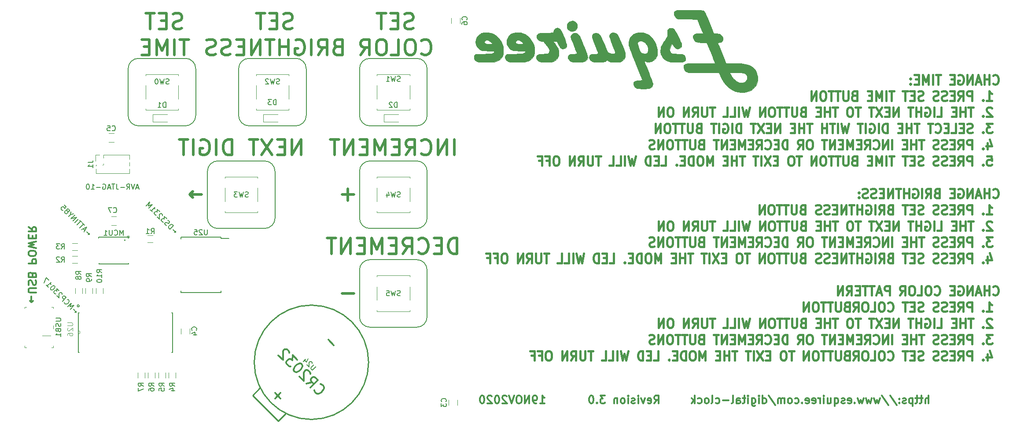
<source format=gbr>
G04 #@! TF.GenerationSoftware,KiCad,Pcbnew,(5.0.0)*
G04 #@! TF.CreationDate,2020-11-19T16:59:29-05:00*
G04 #@! TF.ProjectId,WS2812B Mini Clock,57533238313242204D696E6920436C6F,rev?*
G04 #@! TF.SameCoordinates,Original*
G04 #@! TF.FileFunction,Legend,Bot*
G04 #@! TF.FilePolarity,Positive*
%FSLAX46Y46*%
G04 Gerber Fmt 4.6, Leading zero omitted, Abs format (unit mm)*
G04 Created by KiCad (PCBNEW (5.0.0)) date 11/19/20 16:59:29*
%MOMM*%
%LPD*%
G01*
G04 APERTURE LIST*
%ADD10C,0.300000*%
%ADD11C,0.150000*%
%ADD12C,0.200000*%
%ADD13C,0.425000*%
%ADD14C,0.500000*%
%ADD15C,0.250000*%
%ADD16C,0.100000*%
%ADD17C,0.120000*%
%ADD18C,0.152400*%
%ADD19C,0.010000*%
G04 APERTURE END LIST*
D10*
X219447857Y-140678571D02*
X219447857Y-139178571D01*
X218805000Y-140678571D02*
X218805000Y-139892857D01*
X218876428Y-139750000D01*
X219019285Y-139678571D01*
X219233571Y-139678571D01*
X219376428Y-139750000D01*
X219447857Y-139821428D01*
X218305000Y-139678571D02*
X217733571Y-139678571D01*
X218090714Y-139178571D02*
X218090714Y-140464285D01*
X218019285Y-140607142D01*
X217876428Y-140678571D01*
X217733571Y-140678571D01*
X217447857Y-139678571D02*
X216876428Y-139678571D01*
X217233571Y-139178571D02*
X217233571Y-140464285D01*
X217162142Y-140607142D01*
X217019285Y-140678571D01*
X216876428Y-140678571D01*
X216376428Y-139678571D02*
X216376428Y-141178571D01*
X216376428Y-139750000D02*
X216233571Y-139678571D01*
X215947857Y-139678571D01*
X215805000Y-139750000D01*
X215733571Y-139821428D01*
X215662142Y-139964285D01*
X215662142Y-140392857D01*
X215733571Y-140535714D01*
X215805000Y-140607142D01*
X215947857Y-140678571D01*
X216233571Y-140678571D01*
X216376428Y-140607142D01*
X215090714Y-140607142D02*
X214947857Y-140678571D01*
X214662142Y-140678571D01*
X214519285Y-140607142D01*
X214447857Y-140464285D01*
X214447857Y-140392857D01*
X214519285Y-140250000D01*
X214662142Y-140178571D01*
X214876428Y-140178571D01*
X215019285Y-140107142D01*
X215090714Y-139964285D01*
X215090714Y-139892857D01*
X215019285Y-139750000D01*
X214876428Y-139678571D01*
X214662142Y-139678571D01*
X214519285Y-139750000D01*
X213805000Y-140535714D02*
X213733571Y-140607142D01*
X213805000Y-140678571D01*
X213876428Y-140607142D01*
X213805000Y-140535714D01*
X213805000Y-140678571D01*
X213805000Y-139750000D02*
X213733571Y-139821428D01*
X213805000Y-139892857D01*
X213876428Y-139821428D01*
X213805000Y-139750000D01*
X213805000Y-139892857D01*
X212019285Y-139107142D02*
X213305000Y-141035714D01*
X210447857Y-139107142D02*
X211733571Y-141035714D01*
X210090714Y-139678571D02*
X209805000Y-140678571D01*
X209519285Y-139964285D01*
X209233571Y-140678571D01*
X208947857Y-139678571D01*
X208519285Y-139678571D02*
X208233571Y-140678571D01*
X207947857Y-139964285D01*
X207662142Y-140678571D01*
X207376428Y-139678571D01*
X206947857Y-139678571D02*
X206662142Y-140678571D01*
X206376428Y-139964285D01*
X206090714Y-140678571D01*
X205805000Y-139678571D01*
X205233571Y-140535714D02*
X205162142Y-140607142D01*
X205233571Y-140678571D01*
X205305000Y-140607142D01*
X205233571Y-140535714D01*
X205233571Y-140678571D01*
X203947857Y-140607142D02*
X204090714Y-140678571D01*
X204376428Y-140678571D01*
X204519285Y-140607142D01*
X204590714Y-140464285D01*
X204590714Y-139892857D01*
X204519285Y-139750000D01*
X204376428Y-139678571D01*
X204090714Y-139678571D01*
X203947857Y-139750000D01*
X203876428Y-139892857D01*
X203876428Y-140035714D01*
X204590714Y-140178571D01*
X203305000Y-140607142D02*
X203162142Y-140678571D01*
X202876428Y-140678571D01*
X202733571Y-140607142D01*
X202662142Y-140464285D01*
X202662142Y-140392857D01*
X202733571Y-140250000D01*
X202876428Y-140178571D01*
X203090714Y-140178571D01*
X203233571Y-140107142D01*
X203305000Y-139964285D01*
X203305000Y-139892857D01*
X203233571Y-139750000D01*
X203090714Y-139678571D01*
X202876428Y-139678571D01*
X202733571Y-139750000D01*
X201376428Y-139678571D02*
X201376428Y-141178571D01*
X201376428Y-140607142D02*
X201519285Y-140678571D01*
X201805000Y-140678571D01*
X201947857Y-140607142D01*
X202019285Y-140535714D01*
X202090714Y-140392857D01*
X202090714Y-139964285D01*
X202019285Y-139821428D01*
X201947857Y-139750000D01*
X201805000Y-139678571D01*
X201519285Y-139678571D01*
X201376428Y-139750000D01*
X200019285Y-139678571D02*
X200019285Y-140678571D01*
X200662142Y-139678571D02*
X200662142Y-140464285D01*
X200590714Y-140607142D01*
X200447857Y-140678571D01*
X200233571Y-140678571D01*
X200090714Y-140607142D01*
X200019285Y-140535714D01*
X199305000Y-140678571D02*
X199305000Y-139678571D01*
X199305000Y-139178571D02*
X199376428Y-139250000D01*
X199305000Y-139321428D01*
X199233571Y-139250000D01*
X199305000Y-139178571D01*
X199305000Y-139321428D01*
X198590714Y-140678571D02*
X198590714Y-139678571D01*
X198590714Y-139964285D02*
X198519285Y-139821428D01*
X198447857Y-139750000D01*
X198305000Y-139678571D01*
X198162142Y-139678571D01*
X197090714Y-140607142D02*
X197233571Y-140678571D01*
X197519285Y-140678571D01*
X197662142Y-140607142D01*
X197733571Y-140464285D01*
X197733571Y-139892857D01*
X197662142Y-139750000D01*
X197519285Y-139678571D01*
X197233571Y-139678571D01*
X197090714Y-139750000D01*
X197019285Y-139892857D01*
X197019285Y-140035714D01*
X197733571Y-140178571D01*
X195805000Y-140607142D02*
X195947857Y-140678571D01*
X196233571Y-140678571D01*
X196376428Y-140607142D01*
X196447857Y-140464285D01*
X196447857Y-139892857D01*
X196376428Y-139750000D01*
X196233571Y-139678571D01*
X195947857Y-139678571D01*
X195805000Y-139750000D01*
X195733571Y-139892857D01*
X195733571Y-140035714D01*
X196447857Y-140178571D01*
X195090714Y-140535714D02*
X195019285Y-140607142D01*
X195090714Y-140678571D01*
X195162142Y-140607142D01*
X195090714Y-140535714D01*
X195090714Y-140678571D01*
X193733571Y-140607142D02*
X193876428Y-140678571D01*
X194162142Y-140678571D01*
X194305000Y-140607142D01*
X194376428Y-140535714D01*
X194447857Y-140392857D01*
X194447857Y-139964285D01*
X194376428Y-139821428D01*
X194305000Y-139750000D01*
X194162142Y-139678571D01*
X193876428Y-139678571D01*
X193733571Y-139750000D01*
X192876428Y-140678571D02*
X193019285Y-140607142D01*
X193090714Y-140535714D01*
X193162142Y-140392857D01*
X193162142Y-139964285D01*
X193090714Y-139821428D01*
X193019285Y-139750000D01*
X192876428Y-139678571D01*
X192662142Y-139678571D01*
X192519285Y-139750000D01*
X192447857Y-139821428D01*
X192376428Y-139964285D01*
X192376428Y-140392857D01*
X192447857Y-140535714D01*
X192519285Y-140607142D01*
X192662142Y-140678571D01*
X192876428Y-140678571D01*
X191733571Y-140678571D02*
X191733571Y-139678571D01*
X191733571Y-139821428D02*
X191662142Y-139750000D01*
X191519285Y-139678571D01*
X191305000Y-139678571D01*
X191162142Y-139750000D01*
X191090714Y-139892857D01*
X191090714Y-140678571D01*
X191090714Y-139892857D02*
X191019285Y-139750000D01*
X190876428Y-139678571D01*
X190662142Y-139678571D01*
X190519285Y-139750000D01*
X190447857Y-139892857D01*
X190447857Y-140678571D01*
X188662142Y-139107142D02*
X189947857Y-141035714D01*
X187519285Y-140678571D02*
X187519285Y-139178571D01*
X187519285Y-140607142D02*
X187662142Y-140678571D01*
X187947857Y-140678571D01*
X188090714Y-140607142D01*
X188162142Y-140535714D01*
X188233571Y-140392857D01*
X188233571Y-139964285D01*
X188162142Y-139821428D01*
X188090714Y-139750000D01*
X187947857Y-139678571D01*
X187662142Y-139678571D01*
X187519285Y-139750000D01*
X186805000Y-140678571D02*
X186805000Y-139678571D01*
X186805000Y-139178571D02*
X186876428Y-139250000D01*
X186805000Y-139321428D01*
X186733571Y-139250000D01*
X186805000Y-139178571D01*
X186805000Y-139321428D01*
X185447857Y-139678571D02*
X185447857Y-140892857D01*
X185519285Y-141035714D01*
X185590714Y-141107142D01*
X185733571Y-141178571D01*
X185947857Y-141178571D01*
X186090714Y-141107142D01*
X185447857Y-140607142D02*
X185590714Y-140678571D01*
X185876428Y-140678571D01*
X186019285Y-140607142D01*
X186090714Y-140535714D01*
X186162142Y-140392857D01*
X186162142Y-139964285D01*
X186090714Y-139821428D01*
X186019285Y-139750000D01*
X185876428Y-139678571D01*
X185590714Y-139678571D01*
X185447857Y-139750000D01*
X184733571Y-140678571D02*
X184733571Y-139678571D01*
X184733571Y-139178571D02*
X184805000Y-139250000D01*
X184733571Y-139321428D01*
X184662142Y-139250000D01*
X184733571Y-139178571D01*
X184733571Y-139321428D01*
X184233571Y-139678571D02*
X183662142Y-139678571D01*
X184019285Y-139178571D02*
X184019285Y-140464285D01*
X183947857Y-140607142D01*
X183805000Y-140678571D01*
X183662142Y-140678571D01*
X182519285Y-140678571D02*
X182519285Y-139892857D01*
X182590714Y-139750000D01*
X182733571Y-139678571D01*
X183019285Y-139678571D01*
X183162142Y-139750000D01*
X182519285Y-140607142D02*
X182662142Y-140678571D01*
X183019285Y-140678571D01*
X183162142Y-140607142D01*
X183233571Y-140464285D01*
X183233571Y-140321428D01*
X183162142Y-140178571D01*
X183019285Y-140107142D01*
X182662142Y-140107142D01*
X182519285Y-140035714D01*
X181590714Y-140678571D02*
X181733571Y-140607142D01*
X181805000Y-140464285D01*
X181805000Y-139178571D01*
X181019285Y-140107142D02*
X179876428Y-140107142D01*
X178519285Y-140607142D02*
X178662142Y-140678571D01*
X178947857Y-140678571D01*
X179090714Y-140607142D01*
X179162142Y-140535714D01*
X179233571Y-140392857D01*
X179233571Y-139964285D01*
X179162142Y-139821428D01*
X179090714Y-139750000D01*
X178947857Y-139678571D01*
X178662142Y-139678571D01*
X178519285Y-139750000D01*
X177662142Y-140678571D02*
X177805000Y-140607142D01*
X177876428Y-140464285D01*
X177876428Y-139178571D01*
X176876428Y-140678571D02*
X177019285Y-140607142D01*
X177090714Y-140535714D01*
X177162142Y-140392857D01*
X177162142Y-139964285D01*
X177090714Y-139821428D01*
X177019285Y-139750000D01*
X176876428Y-139678571D01*
X176662142Y-139678571D01*
X176519285Y-139750000D01*
X176447857Y-139821428D01*
X176376428Y-139964285D01*
X176376428Y-140392857D01*
X176447857Y-140535714D01*
X176519285Y-140607142D01*
X176662142Y-140678571D01*
X176876428Y-140678571D01*
X175090714Y-140607142D02*
X175233571Y-140678571D01*
X175519285Y-140678571D01*
X175662142Y-140607142D01*
X175733571Y-140535714D01*
X175805000Y-140392857D01*
X175805000Y-139964285D01*
X175733571Y-139821428D01*
X175662142Y-139750000D01*
X175519285Y-139678571D01*
X175233571Y-139678571D01*
X175090714Y-139750000D01*
X174447857Y-140678571D02*
X174447857Y-139178571D01*
X174305000Y-140107142D02*
X173876428Y-140678571D01*
X173876428Y-139678571D02*
X174447857Y-140250000D01*
X166662142Y-140678571D02*
X167162142Y-139964285D01*
X167519285Y-140678571D02*
X167519285Y-139178571D01*
X166947857Y-139178571D01*
X166805000Y-139250000D01*
X166733571Y-139321428D01*
X166662142Y-139464285D01*
X166662142Y-139678571D01*
X166733571Y-139821428D01*
X166805000Y-139892857D01*
X166947857Y-139964285D01*
X167519285Y-139964285D01*
X165447857Y-140607142D02*
X165590714Y-140678571D01*
X165876428Y-140678571D01*
X166019285Y-140607142D01*
X166090714Y-140464285D01*
X166090714Y-139892857D01*
X166019285Y-139750000D01*
X165876428Y-139678571D01*
X165590714Y-139678571D01*
X165447857Y-139750000D01*
X165376428Y-139892857D01*
X165376428Y-140035714D01*
X166090714Y-140178571D01*
X164876428Y-139678571D02*
X164519285Y-140678571D01*
X164162142Y-139678571D01*
X163590714Y-140678571D02*
X163590714Y-139678571D01*
X163590714Y-139178571D02*
X163662142Y-139250000D01*
X163590714Y-139321428D01*
X163519285Y-139250000D01*
X163590714Y-139178571D01*
X163590714Y-139321428D01*
X162947857Y-140607142D02*
X162805000Y-140678571D01*
X162519285Y-140678571D01*
X162376428Y-140607142D01*
X162305000Y-140464285D01*
X162305000Y-140392857D01*
X162376428Y-140250000D01*
X162519285Y-140178571D01*
X162733571Y-140178571D01*
X162876428Y-140107142D01*
X162947857Y-139964285D01*
X162947857Y-139892857D01*
X162876428Y-139750000D01*
X162733571Y-139678571D01*
X162519285Y-139678571D01*
X162376428Y-139750000D01*
X161662142Y-140678571D02*
X161662142Y-139678571D01*
X161662142Y-139178571D02*
X161733571Y-139250000D01*
X161662142Y-139321428D01*
X161590714Y-139250000D01*
X161662142Y-139178571D01*
X161662142Y-139321428D01*
X160733571Y-140678571D02*
X160876428Y-140607142D01*
X160947857Y-140535714D01*
X161019285Y-140392857D01*
X161019285Y-139964285D01*
X160947857Y-139821428D01*
X160876428Y-139750000D01*
X160733571Y-139678571D01*
X160519285Y-139678571D01*
X160376428Y-139750000D01*
X160305000Y-139821428D01*
X160233571Y-139964285D01*
X160233571Y-140392857D01*
X160305000Y-140535714D01*
X160376428Y-140607142D01*
X160519285Y-140678571D01*
X160733571Y-140678571D01*
X159590714Y-139678571D02*
X159590714Y-140678571D01*
X159590714Y-139821428D02*
X159519285Y-139750000D01*
X159376428Y-139678571D01*
X159162142Y-139678571D01*
X159019285Y-139750000D01*
X158947857Y-139892857D01*
X158947857Y-140678571D01*
X157233571Y-139178571D02*
X156305000Y-139178571D01*
X156805000Y-139750000D01*
X156590714Y-139750000D01*
X156447857Y-139821428D01*
X156376428Y-139892857D01*
X156305000Y-140035714D01*
X156305000Y-140392857D01*
X156376428Y-140535714D01*
X156447857Y-140607142D01*
X156590714Y-140678571D01*
X157019285Y-140678571D01*
X157162142Y-140607142D01*
X157233571Y-140535714D01*
X155662142Y-140535714D02*
X155590714Y-140607142D01*
X155662142Y-140678571D01*
X155733571Y-140607142D01*
X155662142Y-140535714D01*
X155662142Y-140678571D01*
X154662142Y-139178571D02*
X154519285Y-139178571D01*
X154376428Y-139250000D01*
X154305000Y-139321428D01*
X154233571Y-139464285D01*
X154162142Y-139750000D01*
X154162142Y-140107142D01*
X154233571Y-140392857D01*
X154305000Y-140535714D01*
X154376428Y-140607142D01*
X154519285Y-140678571D01*
X154662142Y-140678571D01*
X154805000Y-140607142D01*
X154876428Y-140535714D01*
X154947857Y-140392857D01*
X155019285Y-140107142D01*
X155019285Y-139750000D01*
X154947857Y-139464285D01*
X154876428Y-139321428D01*
X154805000Y-139250000D01*
X154662142Y-139178571D01*
X144733571Y-140678571D02*
X145590714Y-140678571D01*
X145162142Y-140678571D02*
X145162142Y-139178571D01*
X145305000Y-139392857D01*
X145447857Y-139535714D01*
X145590714Y-139607142D01*
X144019285Y-140678571D02*
X143733571Y-140678571D01*
X143590714Y-140607142D01*
X143519285Y-140535714D01*
X143376428Y-140321428D01*
X143305000Y-140035714D01*
X143305000Y-139464285D01*
X143376428Y-139321428D01*
X143447857Y-139250000D01*
X143590714Y-139178571D01*
X143876428Y-139178571D01*
X144019285Y-139250000D01*
X144090714Y-139321428D01*
X144162142Y-139464285D01*
X144162142Y-139821428D01*
X144090714Y-139964285D01*
X144019285Y-140035714D01*
X143876428Y-140107142D01*
X143590714Y-140107142D01*
X143447857Y-140035714D01*
X143376428Y-139964285D01*
X143305000Y-139821428D01*
X142662142Y-140678571D02*
X142662142Y-139178571D01*
X141805000Y-140678571D01*
X141805000Y-139178571D01*
X140805000Y-139178571D02*
X140519285Y-139178571D01*
X140376428Y-139250000D01*
X140233571Y-139392857D01*
X140162142Y-139678571D01*
X140162142Y-140178571D01*
X140233571Y-140464285D01*
X140376428Y-140607142D01*
X140519285Y-140678571D01*
X140805000Y-140678571D01*
X140947857Y-140607142D01*
X141090714Y-140464285D01*
X141162142Y-140178571D01*
X141162142Y-139678571D01*
X141090714Y-139392857D01*
X140947857Y-139250000D01*
X140805000Y-139178571D01*
X139733571Y-139178571D02*
X139233571Y-140678571D01*
X138733571Y-139178571D01*
X138305000Y-139321428D02*
X138233571Y-139250000D01*
X138090714Y-139178571D01*
X137733571Y-139178571D01*
X137590714Y-139250000D01*
X137519285Y-139321428D01*
X137447857Y-139464285D01*
X137447857Y-139607142D01*
X137519285Y-139821428D01*
X138376428Y-140678571D01*
X137447857Y-140678571D01*
X136519285Y-139178571D02*
X136376428Y-139178571D01*
X136233571Y-139250000D01*
X136162142Y-139321428D01*
X136090714Y-139464285D01*
X136019285Y-139750000D01*
X136019285Y-140107142D01*
X136090714Y-140392857D01*
X136162142Y-140535714D01*
X136233571Y-140607142D01*
X136376428Y-140678571D01*
X136519285Y-140678571D01*
X136662142Y-140607142D01*
X136733571Y-140535714D01*
X136805000Y-140392857D01*
X136876428Y-140107142D01*
X136876428Y-139750000D01*
X136805000Y-139464285D01*
X136733571Y-139321428D01*
X136662142Y-139250000D01*
X136519285Y-139178571D01*
X135447857Y-139321428D02*
X135376428Y-139250000D01*
X135233571Y-139178571D01*
X134876428Y-139178571D01*
X134733571Y-139250000D01*
X134662142Y-139321428D01*
X134590714Y-139464285D01*
X134590714Y-139607142D01*
X134662142Y-139821428D01*
X135519285Y-140678571D01*
X134590714Y-140678571D01*
X133662142Y-139178571D02*
X133519285Y-139178571D01*
X133376428Y-139250000D01*
X133305000Y-139321428D01*
X133233571Y-139464285D01*
X133162142Y-139750000D01*
X133162142Y-140107142D01*
X133233571Y-140392857D01*
X133305000Y-140535714D01*
X133376428Y-140607142D01*
X133519285Y-140678571D01*
X133662142Y-140678571D01*
X133805000Y-140607142D01*
X133876428Y-140535714D01*
X133947857Y-140392857D01*
X134019285Y-140107142D01*
X134019285Y-139750000D01*
X133947857Y-139464285D01*
X133876428Y-139321428D01*
X133805000Y-139250000D01*
X133662142Y-139178571D01*
D11*
X74121320Y-107222335D02*
X74660068Y-107761083D01*
X74390694Y-107761083D02*
X74660068Y-107761083D01*
X74660068Y-107491709D01*
X73515228Y-107154992D02*
X74222335Y-106447885D01*
X74053976Y-106279526D01*
X73919289Y-106212183D01*
X73784602Y-106212183D01*
X73683587Y-106245854D01*
X73515228Y-106346870D01*
X73414213Y-106447885D01*
X73313198Y-106616244D01*
X73279526Y-106717259D01*
X73279526Y-106851946D01*
X73346870Y-106986633D01*
X73515228Y-107154992D01*
X72875465Y-106447885D02*
X72740778Y-106380541D01*
X72572419Y-106212183D01*
X72538748Y-106111167D01*
X72538748Y-106043824D01*
X72572419Y-105942809D01*
X72639763Y-105875465D01*
X72740778Y-105841793D01*
X72808122Y-105841793D01*
X72909137Y-105875465D01*
X73077496Y-105976480D01*
X73178511Y-106010152D01*
X73245854Y-106010152D01*
X73346870Y-105976480D01*
X73414213Y-105909137D01*
X73447885Y-105808122D01*
X73447885Y-105740778D01*
X73414213Y-105639763D01*
X73245854Y-105471404D01*
X73111167Y-105404061D01*
X72909137Y-105134687D02*
X72471404Y-104696954D01*
X72437732Y-105202030D01*
X72336717Y-105101015D01*
X72235702Y-105067343D01*
X72168358Y-105067343D01*
X72067343Y-105101015D01*
X71898984Y-105269374D01*
X71865312Y-105370389D01*
X71865312Y-105437732D01*
X71898984Y-105538748D01*
X72101015Y-105740778D01*
X72202030Y-105774450D01*
X72269374Y-105774450D01*
X72134687Y-104494923D02*
X72134687Y-104427580D01*
X72101015Y-104326564D01*
X71932656Y-104158206D01*
X71831641Y-104124534D01*
X71764297Y-104124534D01*
X71663282Y-104158206D01*
X71595938Y-104225549D01*
X71528595Y-104360236D01*
X71528595Y-105168358D01*
X71090862Y-104730625D01*
X71562267Y-103787816D02*
X71124534Y-103350084D01*
X71090862Y-103855160D01*
X70989847Y-103754145D01*
X70888832Y-103720473D01*
X70821488Y-103720473D01*
X70720473Y-103754145D01*
X70552114Y-103922503D01*
X70518442Y-104023519D01*
X70518442Y-104090862D01*
X70552114Y-104191877D01*
X70754145Y-104393908D01*
X70855160Y-104427580D01*
X70922503Y-104427580D01*
X69743992Y-103383755D02*
X70148053Y-103787816D01*
X69946023Y-103585786D02*
X70653129Y-102878679D01*
X70619458Y-103047038D01*
X70619458Y-103181725D01*
X70653129Y-103282740D01*
X69440946Y-103080710D02*
X70148053Y-102373603D01*
X69407275Y-102642977D01*
X69676649Y-101902198D01*
X68969542Y-102609305D01*
X54974873Y-122575888D02*
X55513621Y-123114637D01*
X55244247Y-123114637D02*
X55513621Y-123114637D01*
X55513621Y-122845263D01*
X54368782Y-122508545D02*
X55075888Y-121801438D01*
X54335110Y-122070812D01*
X54604484Y-121330034D01*
X53897377Y-122037140D01*
X53223942Y-121229018D02*
X53223942Y-121296362D01*
X53291286Y-121431049D01*
X53358629Y-121498392D01*
X53493316Y-121565736D01*
X53628003Y-121565736D01*
X53729018Y-121532064D01*
X53897377Y-121431049D01*
X53998392Y-121330034D01*
X54099408Y-121161675D01*
X54133079Y-121060660D01*
X54133079Y-120925973D01*
X54065736Y-120791286D01*
X53998392Y-120723942D01*
X53863705Y-120656599D01*
X53796362Y-120656599D01*
X52853553Y-120993316D02*
X53560660Y-120286209D01*
X53291286Y-120016835D01*
X53190270Y-119983164D01*
X53122927Y-119983164D01*
X53021912Y-120016835D01*
X52920896Y-120117851D01*
X52887225Y-120218866D01*
X52887225Y-120286209D01*
X52920896Y-120387225D01*
X53190270Y-120656599D01*
X52819881Y-119680118D02*
X52819881Y-119612774D01*
X52786209Y-119511759D01*
X52617851Y-119343400D01*
X52516835Y-119309729D01*
X52449492Y-119309729D01*
X52348477Y-119343400D01*
X52281133Y-119410744D01*
X52213790Y-119545431D01*
X52213790Y-120353553D01*
X51776057Y-119915820D01*
X52247461Y-118973011D02*
X51809729Y-118535278D01*
X51776057Y-119040355D01*
X51675042Y-118939339D01*
X51574026Y-118905668D01*
X51506683Y-118905668D01*
X51405668Y-118939339D01*
X51237309Y-119107698D01*
X51203637Y-119208713D01*
X51203637Y-119276057D01*
X51237309Y-119377072D01*
X51439339Y-119579103D01*
X51540355Y-119612774D01*
X51607698Y-119612774D01*
X51371996Y-118097546D02*
X51304652Y-118030202D01*
X51203637Y-117996530D01*
X51136294Y-117996530D01*
X51035278Y-118030202D01*
X50866920Y-118131217D01*
X50698561Y-118299576D01*
X50597546Y-118467935D01*
X50563874Y-118568950D01*
X50563874Y-118636294D01*
X50597546Y-118737309D01*
X50664889Y-118804652D01*
X50765904Y-118838324D01*
X50833248Y-118838324D01*
X50934263Y-118804652D01*
X51102622Y-118703637D01*
X51270981Y-118535278D01*
X51371996Y-118366920D01*
X51405668Y-118265904D01*
X51405668Y-118198561D01*
X51371996Y-118097546D01*
X49755752Y-117895515D02*
X50159813Y-118299576D01*
X49957782Y-118097546D02*
X50664889Y-117390439D01*
X50631217Y-117558798D01*
X50631217Y-117693485D01*
X50664889Y-117794500D01*
X50227156Y-116952706D02*
X49755752Y-116481301D01*
X49351691Y-117491454D01*
X57537140Y-107638156D02*
X58075888Y-108176904D01*
X57806514Y-108176904D02*
X58075888Y-108176904D01*
X58075888Y-107907530D01*
X57166751Y-107402453D02*
X56830034Y-107065736D01*
X57032064Y-107671827D02*
X57503469Y-106729018D01*
X56560660Y-107200423D01*
X57133079Y-106358629D02*
X56729018Y-105954568D01*
X56223942Y-106863705D02*
X56931049Y-106156599D01*
X56594331Y-105819881D02*
X56190270Y-105415820D01*
X55685194Y-106324957D02*
X56392301Y-105617851D01*
X55247461Y-105887225D02*
X55954568Y-105180118D01*
X54910744Y-105550507D02*
X55617851Y-104843400D01*
X54506683Y-105146446D01*
X55213790Y-104439339D01*
X54371996Y-104338324D02*
X54035278Y-104675042D01*
X54978087Y-104203637D02*
X54371996Y-104338324D01*
X54506683Y-103732233D01*
X53866920Y-103698561D02*
X53967935Y-103732233D01*
X54035278Y-103732233D01*
X54136294Y-103698561D01*
X54169965Y-103664889D01*
X54203637Y-103563874D01*
X54203637Y-103496530D01*
X54169965Y-103395515D01*
X54035278Y-103260828D01*
X53934263Y-103227156D01*
X53866920Y-103227156D01*
X53765904Y-103260828D01*
X53732233Y-103294500D01*
X53698561Y-103395515D01*
X53698561Y-103462859D01*
X53732233Y-103563874D01*
X53866920Y-103698561D01*
X53900591Y-103799576D01*
X53900591Y-103866920D01*
X53866920Y-103967935D01*
X53732233Y-104102622D01*
X53631217Y-104136294D01*
X53563874Y-104136294D01*
X53462859Y-104102622D01*
X53328172Y-103967935D01*
X53294500Y-103866920D01*
X53294500Y-103799576D01*
X53328172Y-103698561D01*
X53462859Y-103563874D01*
X53563874Y-103530202D01*
X53631217Y-103530202D01*
X53732233Y-103563874D01*
X53260828Y-102486378D02*
X53597546Y-102823095D01*
X53294500Y-103193485D01*
X53294500Y-103126141D01*
X53260828Y-103025126D01*
X53092469Y-102856767D01*
X52991454Y-102823095D01*
X52924111Y-102823095D01*
X52823095Y-102856767D01*
X52654736Y-103025126D01*
X52621065Y-103126141D01*
X52621065Y-103193485D01*
X52654736Y-103294500D01*
X52823095Y-103462859D01*
X52924111Y-103496530D01*
X52991454Y-103496530D01*
D10*
X46892857Y-120071428D02*
X46892857Y-121214285D01*
X46607142Y-120928571D02*
X46892857Y-121214285D01*
X47178571Y-120928571D01*
X47821428Y-119357142D02*
X46607142Y-119357142D01*
X46464285Y-119285714D01*
X46392857Y-119214285D01*
X46321428Y-119071428D01*
X46321428Y-118785714D01*
X46392857Y-118642857D01*
X46464285Y-118571428D01*
X46607142Y-118500000D01*
X47821428Y-118500000D01*
X46392857Y-117857142D02*
X46321428Y-117642857D01*
X46321428Y-117285714D01*
X46392857Y-117142857D01*
X46464285Y-117071428D01*
X46607142Y-117000000D01*
X46750000Y-117000000D01*
X46892857Y-117071428D01*
X46964285Y-117142857D01*
X47035714Y-117285714D01*
X47107142Y-117571428D01*
X47178571Y-117714285D01*
X47250000Y-117785714D01*
X47392857Y-117857142D01*
X47535714Y-117857142D01*
X47678571Y-117785714D01*
X47750000Y-117714285D01*
X47821428Y-117571428D01*
X47821428Y-117214285D01*
X47750000Y-117000000D01*
X47107142Y-115857142D02*
X47035714Y-115642857D01*
X46964285Y-115571428D01*
X46821428Y-115500000D01*
X46607142Y-115500000D01*
X46464285Y-115571428D01*
X46392857Y-115642857D01*
X46321428Y-115785714D01*
X46321428Y-116357142D01*
X47821428Y-116357142D01*
X47821428Y-115857142D01*
X47750000Y-115714285D01*
X47678571Y-115642857D01*
X47535714Y-115571428D01*
X47392857Y-115571428D01*
X47250000Y-115642857D01*
X47178571Y-115714285D01*
X47107142Y-115857142D01*
X47107142Y-116357142D01*
X46321428Y-113714285D02*
X47821428Y-113714285D01*
X47821428Y-113142857D01*
X47750000Y-113000000D01*
X47678571Y-112928571D01*
X47535714Y-112857142D01*
X47321428Y-112857142D01*
X47178571Y-112928571D01*
X47107142Y-113000000D01*
X47035714Y-113142857D01*
X47035714Y-113714285D01*
X47821428Y-111928571D02*
X47821428Y-111642857D01*
X47750000Y-111500000D01*
X47607142Y-111357142D01*
X47321428Y-111285714D01*
X46821428Y-111285714D01*
X46535714Y-111357142D01*
X46392857Y-111500000D01*
X46321428Y-111642857D01*
X46321428Y-111928571D01*
X46392857Y-112071428D01*
X46535714Y-112214285D01*
X46821428Y-112285714D01*
X47321428Y-112285714D01*
X47607142Y-112214285D01*
X47750000Y-112071428D01*
X47821428Y-111928571D01*
X47821428Y-110785714D02*
X46321428Y-110428571D01*
X47392857Y-110142857D01*
X46321428Y-109857142D01*
X47821428Y-109500000D01*
X47107142Y-108928571D02*
X47107142Y-108428571D01*
X46321428Y-108214285D02*
X46321428Y-108928571D01*
X47821428Y-108928571D01*
X47821428Y-108214285D01*
X46321428Y-106714285D02*
X47035714Y-107214285D01*
X46321428Y-107571428D02*
X47821428Y-107571428D01*
X47821428Y-107000000D01*
X47750000Y-106857142D01*
X47678571Y-106785714D01*
X47535714Y-106714285D01*
X47321428Y-106714285D01*
X47178571Y-106785714D01*
X47107142Y-106857142D01*
X47035714Y-107000000D01*
X47035714Y-107571428D01*
D12*
X67547619Y-99166666D02*
X67071428Y-99166666D01*
X67642857Y-99452380D02*
X67309523Y-98452380D01*
X66976190Y-99452380D01*
X66785714Y-98452380D02*
X66452380Y-99452380D01*
X66119047Y-98452380D01*
X65214285Y-99452380D02*
X65547619Y-98976190D01*
X65785714Y-99452380D02*
X65785714Y-98452380D01*
X65404761Y-98452380D01*
X65309523Y-98500000D01*
X65261904Y-98547619D01*
X65214285Y-98642857D01*
X65214285Y-98785714D01*
X65261904Y-98880952D01*
X65309523Y-98928571D01*
X65404761Y-98976190D01*
X65785714Y-98976190D01*
X64785714Y-99071428D02*
X64023809Y-99071428D01*
X63261904Y-98452380D02*
X63261904Y-99166666D01*
X63309523Y-99309523D01*
X63404761Y-99404761D01*
X63547619Y-99452380D01*
X63642857Y-99452380D01*
X62928571Y-98452380D02*
X62357142Y-98452380D01*
X62642857Y-99452380D02*
X62642857Y-98452380D01*
X62071428Y-99166666D02*
X61595238Y-99166666D01*
X62166666Y-99452380D02*
X61833333Y-98452380D01*
X61500000Y-99452380D01*
X60642857Y-98500000D02*
X60738095Y-98452380D01*
X60880952Y-98452380D01*
X61023809Y-98500000D01*
X61119047Y-98595238D01*
X61166666Y-98690476D01*
X61214285Y-98880952D01*
X61214285Y-99023809D01*
X61166666Y-99214285D01*
X61119047Y-99309523D01*
X61023809Y-99404761D01*
X60880952Y-99452380D01*
X60785714Y-99452380D01*
X60642857Y-99404761D01*
X60595238Y-99357142D01*
X60595238Y-99023809D01*
X60785714Y-99023809D01*
X60166666Y-99071428D02*
X59404761Y-99071428D01*
X58404761Y-99452380D02*
X58976190Y-99452380D01*
X58690476Y-99452380D02*
X58690476Y-98452380D01*
X58785714Y-98595238D01*
X58880952Y-98690476D01*
X58976190Y-98738095D01*
X57785714Y-98452380D02*
X57690476Y-98452380D01*
X57595238Y-98500000D01*
X57547619Y-98547619D01*
X57500000Y-98642857D01*
X57452380Y-98833333D01*
X57452380Y-99071428D01*
X57500000Y-99261904D01*
X57547619Y-99357142D01*
X57595238Y-99404761D01*
X57690476Y-99452380D01*
X57785714Y-99452380D01*
X57880952Y-99404761D01*
X57928571Y-99357142D01*
X57976190Y-99261904D01*
X58023809Y-99071428D01*
X58023809Y-98833333D01*
X57976190Y-98642857D01*
X57928571Y-98547619D01*
X57880952Y-98500000D01*
X57785714Y-98452380D01*
D13*
X231847559Y-79080357D02*
X231928511Y-79166071D01*
X232171369Y-79251785D01*
X232333273Y-79251785D01*
X232576130Y-79166071D01*
X232738035Y-78994642D01*
X232818988Y-78823214D01*
X232899940Y-78480357D01*
X232899940Y-78223214D01*
X232818988Y-77880357D01*
X232738035Y-77708928D01*
X232576130Y-77537500D01*
X232333273Y-77451785D01*
X232171369Y-77451785D01*
X231928511Y-77537500D01*
X231847559Y-77623214D01*
X231118988Y-79251785D02*
X231118988Y-77451785D01*
X231118988Y-78308928D02*
X230147559Y-78308928D01*
X230147559Y-79251785D02*
X230147559Y-77451785D01*
X229418988Y-78737500D02*
X228609464Y-78737500D01*
X229580892Y-79251785D02*
X229014226Y-77451785D01*
X228447559Y-79251785D01*
X227880892Y-79251785D02*
X227880892Y-77451785D01*
X226909464Y-79251785D01*
X226909464Y-77451785D01*
X225209464Y-77537500D02*
X225371369Y-77451785D01*
X225614226Y-77451785D01*
X225857083Y-77537500D01*
X226018988Y-77708928D01*
X226099940Y-77880357D01*
X226180892Y-78223214D01*
X226180892Y-78480357D01*
X226099940Y-78823214D01*
X226018988Y-78994642D01*
X225857083Y-79166071D01*
X225614226Y-79251785D01*
X225452321Y-79251785D01*
X225209464Y-79166071D01*
X225128511Y-79080357D01*
X225128511Y-78480357D01*
X225452321Y-78480357D01*
X224399940Y-78308928D02*
X223833273Y-78308928D01*
X223590416Y-79251785D02*
X224399940Y-79251785D01*
X224399940Y-77451785D01*
X223590416Y-77451785D01*
X221809464Y-77451785D02*
X220838035Y-77451785D01*
X221323750Y-79251785D02*
X221323750Y-77451785D01*
X220271369Y-79251785D02*
X220271369Y-77451785D01*
X219461845Y-79251785D02*
X219461845Y-77451785D01*
X218895178Y-78737500D01*
X218328511Y-77451785D01*
X218328511Y-79251785D01*
X217518988Y-78308928D02*
X216952321Y-78308928D01*
X216709464Y-79251785D02*
X217518988Y-79251785D01*
X217518988Y-77451785D01*
X216709464Y-77451785D01*
X215980892Y-79080357D02*
X215899940Y-79166071D01*
X215980892Y-79251785D01*
X216061845Y-79166071D01*
X215980892Y-79080357D01*
X215980892Y-79251785D01*
X215980892Y-78137500D02*
X215899940Y-78223214D01*
X215980892Y-78308928D01*
X216061845Y-78223214D01*
X215980892Y-78137500D01*
X215980892Y-78308928D01*
X230633273Y-82376785D02*
X231604702Y-82376785D01*
X231118988Y-82376785D02*
X231118988Y-80576785D01*
X231280892Y-80833928D01*
X231442797Y-81005357D01*
X231604702Y-81091071D01*
X229904702Y-82205357D02*
X229823750Y-82291071D01*
X229904702Y-82376785D01*
X229985654Y-82291071D01*
X229904702Y-82205357D01*
X229904702Y-82376785D01*
X227799940Y-82376785D02*
X227799940Y-80576785D01*
X227152321Y-80576785D01*
X226990416Y-80662500D01*
X226909464Y-80748214D01*
X226828511Y-80919642D01*
X226828511Y-81176785D01*
X226909464Y-81348214D01*
X226990416Y-81433928D01*
X227152321Y-81519642D01*
X227799940Y-81519642D01*
X225128511Y-82376785D02*
X225695178Y-81519642D01*
X226099940Y-82376785D02*
X226099940Y-80576785D01*
X225452321Y-80576785D01*
X225290416Y-80662500D01*
X225209464Y-80748214D01*
X225128511Y-80919642D01*
X225128511Y-81176785D01*
X225209464Y-81348214D01*
X225290416Y-81433928D01*
X225452321Y-81519642D01*
X226099940Y-81519642D01*
X224399940Y-81433928D02*
X223833273Y-81433928D01*
X223590416Y-82376785D02*
X224399940Y-82376785D01*
X224399940Y-80576785D01*
X223590416Y-80576785D01*
X222942797Y-82291071D02*
X222699940Y-82376785D01*
X222295178Y-82376785D01*
X222133273Y-82291071D01*
X222052321Y-82205357D01*
X221971369Y-82033928D01*
X221971369Y-81862500D01*
X222052321Y-81691071D01*
X222133273Y-81605357D01*
X222295178Y-81519642D01*
X222618988Y-81433928D01*
X222780892Y-81348214D01*
X222861845Y-81262500D01*
X222942797Y-81091071D01*
X222942797Y-80919642D01*
X222861845Y-80748214D01*
X222780892Y-80662500D01*
X222618988Y-80576785D01*
X222214226Y-80576785D01*
X221971369Y-80662500D01*
X221323750Y-82291071D02*
X221080892Y-82376785D01*
X220676130Y-82376785D01*
X220514226Y-82291071D01*
X220433273Y-82205357D01*
X220352321Y-82033928D01*
X220352321Y-81862500D01*
X220433273Y-81691071D01*
X220514226Y-81605357D01*
X220676130Y-81519642D01*
X220999940Y-81433928D01*
X221161845Y-81348214D01*
X221242797Y-81262500D01*
X221323750Y-81091071D01*
X221323750Y-80919642D01*
X221242797Y-80748214D01*
X221161845Y-80662500D01*
X220999940Y-80576785D01*
X220595178Y-80576785D01*
X220352321Y-80662500D01*
X218409464Y-82291071D02*
X218166607Y-82376785D01*
X217761845Y-82376785D01*
X217599940Y-82291071D01*
X217518988Y-82205357D01*
X217438035Y-82033928D01*
X217438035Y-81862500D01*
X217518988Y-81691071D01*
X217599940Y-81605357D01*
X217761845Y-81519642D01*
X218085654Y-81433928D01*
X218247559Y-81348214D01*
X218328511Y-81262500D01*
X218409464Y-81091071D01*
X218409464Y-80919642D01*
X218328511Y-80748214D01*
X218247559Y-80662500D01*
X218085654Y-80576785D01*
X217680892Y-80576785D01*
X217438035Y-80662500D01*
X216709464Y-81433928D02*
X216142797Y-81433928D01*
X215899940Y-82376785D02*
X216709464Y-82376785D01*
X216709464Y-80576785D01*
X215899940Y-80576785D01*
X215414226Y-80576785D02*
X214442797Y-80576785D01*
X214928511Y-82376785D02*
X214928511Y-80576785D01*
X212823750Y-80576785D02*
X211852321Y-80576785D01*
X212338035Y-82376785D02*
X212338035Y-80576785D01*
X211285654Y-82376785D02*
X211285654Y-80576785D01*
X210476130Y-82376785D02*
X210476130Y-80576785D01*
X209909464Y-81862500D01*
X209342797Y-80576785D01*
X209342797Y-82376785D01*
X208533273Y-81433928D02*
X207966607Y-81433928D01*
X207723750Y-82376785D02*
X208533273Y-82376785D01*
X208533273Y-80576785D01*
X207723750Y-80576785D01*
X205133273Y-81433928D02*
X204890416Y-81519642D01*
X204809464Y-81605357D01*
X204728511Y-81776785D01*
X204728511Y-82033928D01*
X204809464Y-82205357D01*
X204890416Y-82291071D01*
X205052321Y-82376785D01*
X205699940Y-82376785D01*
X205699940Y-80576785D01*
X205133273Y-80576785D01*
X204971369Y-80662500D01*
X204890416Y-80748214D01*
X204809464Y-80919642D01*
X204809464Y-81091071D01*
X204890416Y-81262500D01*
X204971369Y-81348214D01*
X205133273Y-81433928D01*
X205699940Y-81433928D01*
X203999940Y-80576785D02*
X203999940Y-82033928D01*
X203918988Y-82205357D01*
X203838035Y-82291071D01*
X203676130Y-82376785D01*
X203352321Y-82376785D01*
X203190416Y-82291071D01*
X203109464Y-82205357D01*
X203028511Y-82033928D01*
X203028511Y-80576785D01*
X202461845Y-80576785D02*
X201490416Y-80576785D01*
X201976130Y-82376785D02*
X201976130Y-80576785D01*
X201166607Y-80576785D02*
X200195178Y-80576785D01*
X200680892Y-82376785D02*
X200680892Y-80576785D01*
X199304702Y-80576785D02*
X198980892Y-80576785D01*
X198818988Y-80662500D01*
X198657083Y-80833928D01*
X198576130Y-81176785D01*
X198576130Y-81776785D01*
X198657083Y-82119642D01*
X198818988Y-82291071D01*
X198980892Y-82376785D01*
X199304702Y-82376785D01*
X199466607Y-82291071D01*
X199628511Y-82119642D01*
X199709464Y-81776785D01*
X199709464Y-81176785D01*
X199628511Y-80833928D01*
X199466607Y-80662500D01*
X199304702Y-80576785D01*
X197847559Y-82376785D02*
X197847559Y-80576785D01*
X196876130Y-82376785D01*
X196876130Y-80576785D01*
X231604702Y-83873214D02*
X231523750Y-83787500D01*
X231361845Y-83701785D01*
X230957083Y-83701785D01*
X230795178Y-83787500D01*
X230714226Y-83873214D01*
X230633273Y-84044642D01*
X230633273Y-84216071D01*
X230714226Y-84473214D01*
X231685654Y-85501785D01*
X230633273Y-85501785D01*
X229904702Y-85330357D02*
X229823750Y-85416071D01*
X229904702Y-85501785D01*
X229985654Y-85416071D01*
X229904702Y-85330357D01*
X229904702Y-85501785D01*
X228042797Y-83701785D02*
X227071369Y-83701785D01*
X227557083Y-85501785D02*
X227557083Y-83701785D01*
X226504702Y-85501785D02*
X226504702Y-83701785D01*
X226504702Y-84558928D02*
X225533273Y-84558928D01*
X225533273Y-85501785D02*
X225533273Y-83701785D01*
X224723750Y-84558928D02*
X224157083Y-84558928D01*
X223914226Y-85501785D02*
X224723750Y-85501785D01*
X224723750Y-83701785D01*
X223914226Y-83701785D01*
X221080892Y-85501785D02*
X221890416Y-85501785D01*
X221890416Y-83701785D01*
X220514226Y-85501785D02*
X220514226Y-83701785D01*
X218814226Y-83787500D02*
X218976130Y-83701785D01*
X219218988Y-83701785D01*
X219461845Y-83787500D01*
X219623750Y-83958928D01*
X219704702Y-84130357D01*
X219785654Y-84473214D01*
X219785654Y-84730357D01*
X219704702Y-85073214D01*
X219623750Y-85244642D01*
X219461845Y-85416071D01*
X219218988Y-85501785D01*
X219057083Y-85501785D01*
X218814226Y-85416071D01*
X218733273Y-85330357D01*
X218733273Y-84730357D01*
X219057083Y-84730357D01*
X218004702Y-85501785D02*
X218004702Y-83701785D01*
X218004702Y-84558928D02*
X217033273Y-84558928D01*
X217033273Y-85501785D02*
X217033273Y-83701785D01*
X216466607Y-83701785D02*
X215495178Y-83701785D01*
X215980892Y-85501785D02*
X215980892Y-83701785D01*
X213633273Y-85501785D02*
X213633273Y-83701785D01*
X212661845Y-85501785D01*
X212661845Y-83701785D01*
X211852321Y-84558928D02*
X211285654Y-84558928D01*
X211042797Y-85501785D02*
X211852321Y-85501785D01*
X211852321Y-83701785D01*
X211042797Y-83701785D01*
X210476130Y-83701785D02*
X209342797Y-85501785D01*
X209342797Y-83701785D02*
X210476130Y-85501785D01*
X208938035Y-83701785D02*
X207966607Y-83701785D01*
X208452321Y-85501785D02*
X208452321Y-83701785D01*
X206347559Y-83701785D02*
X205376130Y-83701785D01*
X205861845Y-85501785D02*
X205861845Y-83701785D01*
X204485654Y-83701785D02*
X204161845Y-83701785D01*
X203999940Y-83787500D01*
X203838035Y-83958928D01*
X203757083Y-84301785D01*
X203757083Y-84901785D01*
X203838035Y-85244642D01*
X203999940Y-85416071D01*
X204161845Y-85501785D01*
X204485654Y-85501785D01*
X204647559Y-85416071D01*
X204809464Y-85244642D01*
X204890416Y-84901785D01*
X204890416Y-84301785D01*
X204809464Y-83958928D01*
X204647559Y-83787500D01*
X204485654Y-83701785D01*
X201976130Y-83701785D02*
X201004702Y-83701785D01*
X201490416Y-85501785D02*
X201490416Y-83701785D01*
X200438035Y-85501785D02*
X200438035Y-83701785D01*
X200438035Y-84558928D02*
X199466607Y-84558928D01*
X199466607Y-85501785D02*
X199466607Y-83701785D01*
X198657083Y-84558928D02*
X198090416Y-84558928D01*
X197847559Y-85501785D02*
X198657083Y-85501785D01*
X198657083Y-83701785D01*
X197847559Y-83701785D01*
X195257083Y-84558928D02*
X195014226Y-84644642D01*
X194933273Y-84730357D01*
X194852321Y-84901785D01*
X194852321Y-85158928D01*
X194933273Y-85330357D01*
X195014226Y-85416071D01*
X195176130Y-85501785D01*
X195823750Y-85501785D01*
X195823750Y-83701785D01*
X195257083Y-83701785D01*
X195095178Y-83787500D01*
X195014226Y-83873214D01*
X194933273Y-84044642D01*
X194933273Y-84216071D01*
X195014226Y-84387500D01*
X195095178Y-84473214D01*
X195257083Y-84558928D01*
X195823750Y-84558928D01*
X194123750Y-83701785D02*
X194123750Y-85158928D01*
X194042797Y-85330357D01*
X193961845Y-85416071D01*
X193799940Y-85501785D01*
X193476130Y-85501785D01*
X193314226Y-85416071D01*
X193233273Y-85330357D01*
X193152321Y-85158928D01*
X193152321Y-83701785D01*
X192585654Y-83701785D02*
X191614226Y-83701785D01*
X192099940Y-85501785D02*
X192099940Y-83701785D01*
X191290416Y-83701785D02*
X190318988Y-83701785D01*
X190804702Y-85501785D02*
X190804702Y-83701785D01*
X189428511Y-83701785D02*
X189104702Y-83701785D01*
X188942797Y-83787500D01*
X188780892Y-83958928D01*
X188699940Y-84301785D01*
X188699940Y-84901785D01*
X188780892Y-85244642D01*
X188942797Y-85416071D01*
X189104702Y-85501785D01*
X189428511Y-85501785D01*
X189590416Y-85416071D01*
X189752321Y-85244642D01*
X189833273Y-84901785D01*
X189833273Y-84301785D01*
X189752321Y-83958928D01*
X189590416Y-83787500D01*
X189428511Y-83701785D01*
X187971369Y-85501785D02*
X187971369Y-83701785D01*
X186999940Y-85501785D01*
X186999940Y-83701785D01*
X185057083Y-83701785D02*
X184652321Y-85501785D01*
X184328511Y-84216071D01*
X184004702Y-85501785D01*
X183599940Y-83701785D01*
X182952321Y-85501785D02*
X182952321Y-83701785D01*
X181333273Y-85501785D02*
X182142797Y-85501785D01*
X182142797Y-83701785D01*
X179957083Y-85501785D02*
X180766607Y-85501785D01*
X180766607Y-83701785D01*
X178338035Y-83701785D02*
X177366607Y-83701785D01*
X177852321Y-85501785D02*
X177852321Y-83701785D01*
X176799940Y-83701785D02*
X176799940Y-85158928D01*
X176718988Y-85330357D01*
X176638035Y-85416071D01*
X176476130Y-85501785D01*
X176152321Y-85501785D01*
X175990416Y-85416071D01*
X175909464Y-85330357D01*
X175828511Y-85158928D01*
X175828511Y-83701785D01*
X174047559Y-85501785D02*
X174614226Y-84644642D01*
X175018988Y-85501785D02*
X175018988Y-83701785D01*
X174371369Y-83701785D01*
X174209464Y-83787500D01*
X174128511Y-83873214D01*
X174047559Y-84044642D01*
X174047559Y-84301785D01*
X174128511Y-84473214D01*
X174209464Y-84558928D01*
X174371369Y-84644642D01*
X175018988Y-84644642D01*
X173318988Y-85501785D02*
X173318988Y-83701785D01*
X172347559Y-85501785D01*
X172347559Y-83701785D01*
X169918988Y-83701785D02*
X169595178Y-83701785D01*
X169433273Y-83787500D01*
X169271369Y-83958928D01*
X169190416Y-84301785D01*
X169190416Y-84901785D01*
X169271369Y-85244642D01*
X169433273Y-85416071D01*
X169595178Y-85501785D01*
X169918988Y-85501785D01*
X170080892Y-85416071D01*
X170242797Y-85244642D01*
X170323749Y-84901785D01*
X170323749Y-84301785D01*
X170242797Y-83958928D01*
X170080892Y-83787500D01*
X169918988Y-83701785D01*
X168461845Y-85501785D02*
X168461845Y-83701785D01*
X167490416Y-85501785D01*
X167490416Y-83701785D01*
X231685654Y-86826785D02*
X230633273Y-86826785D01*
X231199940Y-87512500D01*
X230957083Y-87512500D01*
X230795178Y-87598214D01*
X230714226Y-87683928D01*
X230633273Y-87855357D01*
X230633273Y-88283928D01*
X230714226Y-88455357D01*
X230795178Y-88541071D01*
X230957083Y-88626785D01*
X231442797Y-88626785D01*
X231604702Y-88541071D01*
X231685654Y-88455357D01*
X229904702Y-88455357D02*
X229823750Y-88541071D01*
X229904702Y-88626785D01*
X229985654Y-88541071D01*
X229904702Y-88455357D01*
X229904702Y-88626785D01*
X227880892Y-88541071D02*
X227638035Y-88626785D01*
X227233273Y-88626785D01*
X227071369Y-88541071D01*
X226990416Y-88455357D01*
X226909464Y-88283928D01*
X226909464Y-88112500D01*
X226990416Y-87941071D01*
X227071369Y-87855357D01*
X227233273Y-87769642D01*
X227557083Y-87683928D01*
X227718988Y-87598214D01*
X227799940Y-87512500D01*
X227880892Y-87341071D01*
X227880892Y-87169642D01*
X227799940Y-86998214D01*
X227718988Y-86912500D01*
X227557083Y-86826785D01*
X227152321Y-86826785D01*
X226909464Y-86912500D01*
X226180892Y-87683928D02*
X225614226Y-87683928D01*
X225371369Y-88626785D02*
X226180892Y-88626785D01*
X226180892Y-86826785D01*
X225371369Y-86826785D01*
X223833273Y-88626785D02*
X224642797Y-88626785D01*
X224642797Y-86826785D01*
X223266607Y-87683928D02*
X222699940Y-87683928D01*
X222457083Y-88626785D02*
X223266607Y-88626785D01*
X223266607Y-86826785D01*
X222457083Y-86826785D01*
X220757083Y-88455357D02*
X220838035Y-88541071D01*
X221080892Y-88626785D01*
X221242797Y-88626785D01*
X221485654Y-88541071D01*
X221647559Y-88369642D01*
X221728511Y-88198214D01*
X221809464Y-87855357D01*
X221809464Y-87598214D01*
X221728511Y-87255357D01*
X221647559Y-87083928D01*
X221485654Y-86912500D01*
X221242797Y-86826785D01*
X221080892Y-86826785D01*
X220838035Y-86912500D01*
X220757083Y-86998214D01*
X220271369Y-86826785D02*
X219299940Y-86826785D01*
X219785654Y-88626785D02*
X219785654Y-86826785D01*
X217680892Y-86826785D02*
X216709464Y-86826785D01*
X217195178Y-88626785D02*
X217195178Y-86826785D01*
X216142797Y-88626785D02*
X216142797Y-86826785D01*
X216142797Y-87683928D02*
X215171369Y-87683928D01*
X215171369Y-88626785D02*
X215171369Y-86826785D01*
X214361845Y-87683928D02*
X213795178Y-87683928D01*
X213552321Y-88626785D02*
X214361845Y-88626785D01*
X214361845Y-86826785D01*
X213552321Y-86826785D01*
X211528511Y-88626785D02*
X211528511Y-86826785D01*
X211123750Y-86826785D01*
X210880892Y-86912500D01*
X210718988Y-87083928D01*
X210638035Y-87255357D01*
X210557083Y-87598214D01*
X210557083Y-87855357D01*
X210638035Y-88198214D01*
X210718988Y-88369642D01*
X210880892Y-88541071D01*
X211123750Y-88626785D01*
X211528511Y-88626785D01*
X209828511Y-88626785D02*
X209828511Y-86826785D01*
X208128511Y-86912500D02*
X208290416Y-86826785D01*
X208533273Y-86826785D01*
X208776130Y-86912500D01*
X208938035Y-87083928D01*
X209018988Y-87255357D01*
X209099940Y-87598214D01*
X209099940Y-87855357D01*
X209018988Y-88198214D01*
X208938035Y-88369642D01*
X208776130Y-88541071D01*
X208533273Y-88626785D01*
X208371369Y-88626785D01*
X208128511Y-88541071D01*
X208047559Y-88455357D01*
X208047559Y-87855357D01*
X208371369Y-87855357D01*
X207318988Y-88626785D02*
X207318988Y-86826785D01*
X206752321Y-86826785D02*
X205780892Y-86826785D01*
X206266607Y-88626785D02*
X206266607Y-86826785D01*
X204080892Y-86826785D02*
X203676130Y-88626785D01*
X203352321Y-87341071D01*
X203028511Y-88626785D01*
X202623750Y-86826785D01*
X201976130Y-88626785D02*
X201976130Y-86826785D01*
X201409464Y-86826785D02*
X200438035Y-86826785D01*
X200923750Y-88626785D02*
X200923750Y-86826785D01*
X199871369Y-88626785D02*
X199871369Y-86826785D01*
X199871369Y-87683928D02*
X198899940Y-87683928D01*
X198899940Y-88626785D02*
X198899940Y-86826785D01*
X197038035Y-86826785D02*
X196066607Y-86826785D01*
X196552321Y-88626785D02*
X196552321Y-86826785D01*
X195499940Y-88626785D02*
X195499940Y-86826785D01*
X195499940Y-87683928D02*
X194528511Y-87683928D01*
X194528511Y-88626785D02*
X194528511Y-86826785D01*
X193718988Y-87683928D02*
X193152321Y-87683928D01*
X192909464Y-88626785D02*
X193718988Y-88626785D01*
X193718988Y-86826785D01*
X192909464Y-86826785D01*
X190885654Y-88626785D02*
X190885654Y-86826785D01*
X189914226Y-88626785D01*
X189914226Y-86826785D01*
X189104702Y-87683928D02*
X188538035Y-87683928D01*
X188295178Y-88626785D02*
X189104702Y-88626785D01*
X189104702Y-86826785D01*
X188295178Y-86826785D01*
X187728511Y-86826785D02*
X186595178Y-88626785D01*
X186595178Y-86826785D02*
X187728511Y-88626785D01*
X186190416Y-86826785D02*
X185218988Y-86826785D01*
X185704702Y-88626785D02*
X185704702Y-86826785D01*
X183357083Y-88626785D02*
X183357083Y-86826785D01*
X182952321Y-86826785D01*
X182709464Y-86912500D01*
X182547559Y-87083928D01*
X182466607Y-87255357D01*
X182385654Y-87598214D01*
X182385654Y-87855357D01*
X182466607Y-88198214D01*
X182547559Y-88369642D01*
X182709464Y-88541071D01*
X182952321Y-88626785D01*
X183357083Y-88626785D01*
X181657083Y-88626785D02*
X181657083Y-86826785D01*
X179957083Y-86912500D02*
X180118988Y-86826785D01*
X180361845Y-86826785D01*
X180604702Y-86912500D01*
X180766607Y-87083928D01*
X180847559Y-87255357D01*
X180928511Y-87598214D01*
X180928511Y-87855357D01*
X180847559Y-88198214D01*
X180766607Y-88369642D01*
X180604702Y-88541071D01*
X180361845Y-88626785D01*
X180199940Y-88626785D01*
X179957083Y-88541071D01*
X179876130Y-88455357D01*
X179876130Y-87855357D01*
X180199940Y-87855357D01*
X179147559Y-88626785D02*
X179147559Y-86826785D01*
X178580892Y-86826785D02*
X177609464Y-86826785D01*
X178095178Y-88626785D02*
X178095178Y-86826785D01*
X175180892Y-87683928D02*
X174938035Y-87769642D01*
X174857083Y-87855357D01*
X174776130Y-88026785D01*
X174776130Y-88283928D01*
X174857083Y-88455357D01*
X174938035Y-88541071D01*
X175099940Y-88626785D01*
X175747559Y-88626785D01*
X175747559Y-86826785D01*
X175180892Y-86826785D01*
X175018988Y-86912500D01*
X174938035Y-86998214D01*
X174857083Y-87169642D01*
X174857083Y-87341071D01*
X174938035Y-87512500D01*
X175018988Y-87598214D01*
X175180892Y-87683928D01*
X175747559Y-87683928D01*
X174047559Y-86826785D02*
X174047559Y-88283928D01*
X173966607Y-88455357D01*
X173885654Y-88541071D01*
X173723750Y-88626785D01*
X173399940Y-88626785D01*
X173238035Y-88541071D01*
X173157083Y-88455357D01*
X173076130Y-88283928D01*
X173076130Y-86826785D01*
X172509464Y-86826785D02*
X171538035Y-86826785D01*
X172023750Y-88626785D02*
X172023750Y-86826785D01*
X171214226Y-86826785D02*
X170242797Y-86826785D01*
X170728511Y-88626785D02*
X170728511Y-86826785D01*
X169352321Y-86826785D02*
X169028511Y-86826785D01*
X168866607Y-86912500D01*
X168704702Y-87083928D01*
X168623750Y-87426785D01*
X168623750Y-88026785D01*
X168704702Y-88369642D01*
X168866607Y-88541071D01*
X169028511Y-88626785D01*
X169352321Y-88626785D01*
X169514226Y-88541071D01*
X169676130Y-88369642D01*
X169757083Y-88026785D01*
X169757083Y-87426785D01*
X169676130Y-87083928D01*
X169514226Y-86912500D01*
X169352321Y-86826785D01*
X167895178Y-88626785D02*
X167895178Y-86826785D01*
X166923750Y-88626785D01*
X166923750Y-86826785D01*
X230795178Y-90551785D02*
X230795178Y-91751785D01*
X231199940Y-89866071D02*
X231604702Y-91151785D01*
X230552321Y-91151785D01*
X229904702Y-91580357D02*
X229823750Y-91666071D01*
X229904702Y-91751785D01*
X229985654Y-91666071D01*
X229904702Y-91580357D01*
X229904702Y-91751785D01*
X227799940Y-91751785D02*
X227799940Y-89951785D01*
X227152321Y-89951785D01*
X226990416Y-90037500D01*
X226909464Y-90123214D01*
X226828511Y-90294642D01*
X226828511Y-90551785D01*
X226909464Y-90723214D01*
X226990416Y-90808928D01*
X227152321Y-90894642D01*
X227799940Y-90894642D01*
X225128511Y-91751785D02*
X225695178Y-90894642D01*
X226099940Y-91751785D02*
X226099940Y-89951785D01*
X225452321Y-89951785D01*
X225290416Y-90037500D01*
X225209464Y-90123214D01*
X225128511Y-90294642D01*
X225128511Y-90551785D01*
X225209464Y-90723214D01*
X225290416Y-90808928D01*
X225452321Y-90894642D01*
X226099940Y-90894642D01*
X224399940Y-90808928D02*
X223833273Y-90808928D01*
X223590416Y-91751785D02*
X224399940Y-91751785D01*
X224399940Y-89951785D01*
X223590416Y-89951785D01*
X222942797Y-91666071D02*
X222699940Y-91751785D01*
X222295178Y-91751785D01*
X222133273Y-91666071D01*
X222052321Y-91580357D01*
X221971369Y-91408928D01*
X221971369Y-91237500D01*
X222052321Y-91066071D01*
X222133273Y-90980357D01*
X222295178Y-90894642D01*
X222618988Y-90808928D01*
X222780892Y-90723214D01*
X222861845Y-90637500D01*
X222942797Y-90466071D01*
X222942797Y-90294642D01*
X222861845Y-90123214D01*
X222780892Y-90037500D01*
X222618988Y-89951785D01*
X222214226Y-89951785D01*
X221971369Y-90037500D01*
X221323750Y-91666071D02*
X221080892Y-91751785D01*
X220676130Y-91751785D01*
X220514226Y-91666071D01*
X220433273Y-91580357D01*
X220352321Y-91408928D01*
X220352321Y-91237500D01*
X220433273Y-91066071D01*
X220514226Y-90980357D01*
X220676130Y-90894642D01*
X220999940Y-90808928D01*
X221161845Y-90723214D01*
X221242797Y-90637500D01*
X221323750Y-90466071D01*
X221323750Y-90294642D01*
X221242797Y-90123214D01*
X221161845Y-90037500D01*
X220999940Y-89951785D01*
X220595178Y-89951785D01*
X220352321Y-90037500D01*
X218571369Y-89951785D02*
X217599940Y-89951785D01*
X218085654Y-91751785D02*
X218085654Y-89951785D01*
X217033273Y-91751785D02*
X217033273Y-89951785D01*
X217033273Y-90808928D02*
X216061845Y-90808928D01*
X216061845Y-91751785D02*
X216061845Y-89951785D01*
X215252321Y-90808928D02*
X214685654Y-90808928D01*
X214442797Y-91751785D02*
X215252321Y-91751785D01*
X215252321Y-89951785D01*
X214442797Y-89951785D01*
X212418988Y-91751785D02*
X212418988Y-89951785D01*
X211609464Y-91751785D02*
X211609464Y-89951785D01*
X210638035Y-91751785D01*
X210638035Y-89951785D01*
X208857083Y-91580357D02*
X208938035Y-91666071D01*
X209180892Y-91751785D01*
X209342797Y-91751785D01*
X209585654Y-91666071D01*
X209747559Y-91494642D01*
X209828511Y-91323214D01*
X209909464Y-90980357D01*
X209909464Y-90723214D01*
X209828511Y-90380357D01*
X209747559Y-90208928D01*
X209585654Y-90037500D01*
X209342797Y-89951785D01*
X209180892Y-89951785D01*
X208938035Y-90037500D01*
X208857083Y-90123214D01*
X207157083Y-91751785D02*
X207723750Y-90894642D01*
X208128511Y-91751785D02*
X208128511Y-89951785D01*
X207480892Y-89951785D01*
X207318988Y-90037500D01*
X207238035Y-90123214D01*
X207157083Y-90294642D01*
X207157083Y-90551785D01*
X207238035Y-90723214D01*
X207318988Y-90808928D01*
X207480892Y-90894642D01*
X208128511Y-90894642D01*
X206428511Y-90808928D02*
X205861845Y-90808928D01*
X205618988Y-91751785D02*
X206428511Y-91751785D01*
X206428511Y-89951785D01*
X205618988Y-89951785D01*
X204890416Y-91751785D02*
X204890416Y-89951785D01*
X204323750Y-91237500D01*
X203757083Y-89951785D01*
X203757083Y-91751785D01*
X202947559Y-90808928D02*
X202380892Y-90808928D01*
X202138035Y-91751785D02*
X202947559Y-91751785D01*
X202947559Y-89951785D01*
X202138035Y-89951785D01*
X201409464Y-91751785D02*
X201409464Y-89951785D01*
X200438035Y-91751785D01*
X200438035Y-89951785D01*
X199871369Y-89951785D02*
X198899940Y-89951785D01*
X199385654Y-91751785D02*
X199385654Y-89951785D01*
X196714226Y-89951785D02*
X196390416Y-89951785D01*
X196228511Y-90037500D01*
X196066607Y-90208928D01*
X195985654Y-90551785D01*
X195985654Y-91151785D01*
X196066607Y-91494642D01*
X196228511Y-91666071D01*
X196390416Y-91751785D01*
X196714226Y-91751785D01*
X196876130Y-91666071D01*
X197038035Y-91494642D01*
X197118988Y-91151785D01*
X197118988Y-90551785D01*
X197038035Y-90208928D01*
X196876130Y-90037500D01*
X196714226Y-89951785D01*
X194285654Y-91751785D02*
X194852321Y-90894642D01*
X195257083Y-91751785D02*
X195257083Y-89951785D01*
X194609464Y-89951785D01*
X194447559Y-90037500D01*
X194366607Y-90123214D01*
X194285654Y-90294642D01*
X194285654Y-90551785D01*
X194366607Y-90723214D01*
X194447559Y-90808928D01*
X194609464Y-90894642D01*
X195257083Y-90894642D01*
X192261845Y-91751785D02*
X192261845Y-89951785D01*
X191857083Y-89951785D01*
X191614226Y-90037500D01*
X191452321Y-90208928D01*
X191371369Y-90380357D01*
X191290416Y-90723214D01*
X191290416Y-90980357D01*
X191371369Y-91323214D01*
X191452321Y-91494642D01*
X191614226Y-91666071D01*
X191857083Y-91751785D01*
X192261845Y-91751785D01*
X190561845Y-90808928D02*
X189995178Y-90808928D01*
X189752321Y-91751785D02*
X190561845Y-91751785D01*
X190561845Y-89951785D01*
X189752321Y-89951785D01*
X188052321Y-91580357D02*
X188133273Y-91666071D01*
X188376130Y-91751785D01*
X188538035Y-91751785D01*
X188780892Y-91666071D01*
X188942797Y-91494642D01*
X189023750Y-91323214D01*
X189104702Y-90980357D01*
X189104702Y-90723214D01*
X189023750Y-90380357D01*
X188942797Y-90208928D01*
X188780892Y-90037500D01*
X188538035Y-89951785D01*
X188376130Y-89951785D01*
X188133273Y-90037500D01*
X188052321Y-90123214D01*
X186352321Y-91751785D02*
X186918988Y-90894642D01*
X187323750Y-91751785D02*
X187323750Y-89951785D01*
X186676130Y-89951785D01*
X186514226Y-90037500D01*
X186433273Y-90123214D01*
X186352321Y-90294642D01*
X186352321Y-90551785D01*
X186433273Y-90723214D01*
X186514226Y-90808928D01*
X186676130Y-90894642D01*
X187323750Y-90894642D01*
X185623750Y-90808928D02*
X185057083Y-90808928D01*
X184814226Y-91751785D02*
X185623750Y-91751785D01*
X185623750Y-89951785D01*
X184814226Y-89951785D01*
X184085654Y-91751785D02*
X184085654Y-89951785D01*
X183518988Y-91237500D01*
X182952321Y-89951785D01*
X182952321Y-91751785D01*
X182142797Y-90808928D02*
X181576130Y-90808928D01*
X181333273Y-91751785D02*
X182142797Y-91751785D01*
X182142797Y-89951785D01*
X181333273Y-89951785D01*
X180604702Y-91751785D02*
X180604702Y-89951785D01*
X179633273Y-91751785D01*
X179633273Y-89951785D01*
X179066607Y-89951785D02*
X178095178Y-89951785D01*
X178580892Y-91751785D02*
X178580892Y-89951785D01*
X175666607Y-90808928D02*
X175423750Y-90894642D01*
X175342797Y-90980357D01*
X175261845Y-91151785D01*
X175261845Y-91408928D01*
X175342797Y-91580357D01*
X175423750Y-91666071D01*
X175585654Y-91751785D01*
X176233273Y-91751785D01*
X176233273Y-89951785D01*
X175666607Y-89951785D01*
X175504702Y-90037500D01*
X175423750Y-90123214D01*
X175342797Y-90294642D01*
X175342797Y-90466071D01*
X175423750Y-90637500D01*
X175504702Y-90723214D01*
X175666607Y-90808928D01*
X176233273Y-90808928D01*
X174533273Y-89951785D02*
X174533273Y-91408928D01*
X174452321Y-91580357D01*
X174371369Y-91666071D01*
X174209464Y-91751785D01*
X173885654Y-91751785D01*
X173723750Y-91666071D01*
X173642797Y-91580357D01*
X173561845Y-91408928D01*
X173561845Y-89951785D01*
X172995178Y-89951785D02*
X172023750Y-89951785D01*
X172509464Y-91751785D02*
X172509464Y-89951785D01*
X171699940Y-89951785D02*
X170728511Y-89951785D01*
X171214226Y-91751785D02*
X171214226Y-89951785D01*
X169838035Y-89951785D02*
X169514226Y-89951785D01*
X169352321Y-90037500D01*
X169190416Y-90208928D01*
X169109464Y-90551785D01*
X169109464Y-91151785D01*
X169190416Y-91494642D01*
X169352321Y-91666071D01*
X169514226Y-91751785D01*
X169838035Y-91751785D01*
X169999940Y-91666071D01*
X170161845Y-91494642D01*
X170242797Y-91151785D01*
X170242797Y-90551785D01*
X170161845Y-90208928D01*
X169999940Y-90037500D01*
X169838035Y-89951785D01*
X168380892Y-91751785D02*
X168380892Y-89951785D01*
X167409464Y-91751785D01*
X167409464Y-89951785D01*
X166680892Y-91666071D02*
X166438035Y-91751785D01*
X166033273Y-91751785D01*
X165871369Y-91666071D01*
X165790416Y-91580357D01*
X165709464Y-91408928D01*
X165709464Y-91237500D01*
X165790416Y-91066071D01*
X165871369Y-90980357D01*
X166033273Y-90894642D01*
X166357083Y-90808928D01*
X166518988Y-90723214D01*
X166599940Y-90637500D01*
X166680892Y-90466071D01*
X166680892Y-90294642D01*
X166599940Y-90123214D01*
X166518988Y-90037500D01*
X166357083Y-89951785D01*
X165952321Y-89951785D01*
X165709464Y-90037500D01*
X230714226Y-93076785D02*
X231523750Y-93076785D01*
X231604702Y-93933928D01*
X231523750Y-93848214D01*
X231361845Y-93762500D01*
X230957083Y-93762500D01*
X230795178Y-93848214D01*
X230714226Y-93933928D01*
X230633273Y-94105357D01*
X230633273Y-94533928D01*
X230714226Y-94705357D01*
X230795178Y-94791071D01*
X230957083Y-94876785D01*
X231361845Y-94876785D01*
X231523750Y-94791071D01*
X231604702Y-94705357D01*
X229904702Y-94705357D02*
X229823750Y-94791071D01*
X229904702Y-94876785D01*
X229985654Y-94791071D01*
X229904702Y-94705357D01*
X229904702Y-94876785D01*
X227799940Y-94876785D02*
X227799940Y-93076785D01*
X227152321Y-93076785D01*
X226990416Y-93162500D01*
X226909464Y-93248214D01*
X226828511Y-93419642D01*
X226828511Y-93676785D01*
X226909464Y-93848214D01*
X226990416Y-93933928D01*
X227152321Y-94019642D01*
X227799940Y-94019642D01*
X225128511Y-94876785D02*
X225695178Y-94019642D01*
X226099940Y-94876785D02*
X226099940Y-93076785D01*
X225452321Y-93076785D01*
X225290416Y-93162500D01*
X225209464Y-93248214D01*
X225128511Y-93419642D01*
X225128511Y-93676785D01*
X225209464Y-93848214D01*
X225290416Y-93933928D01*
X225452321Y-94019642D01*
X226099940Y-94019642D01*
X224399940Y-93933928D02*
X223833273Y-93933928D01*
X223590416Y-94876785D02*
X224399940Y-94876785D01*
X224399940Y-93076785D01*
X223590416Y-93076785D01*
X222942797Y-94791071D02*
X222699940Y-94876785D01*
X222295178Y-94876785D01*
X222133273Y-94791071D01*
X222052321Y-94705357D01*
X221971369Y-94533928D01*
X221971369Y-94362500D01*
X222052321Y-94191071D01*
X222133273Y-94105357D01*
X222295178Y-94019642D01*
X222618988Y-93933928D01*
X222780892Y-93848214D01*
X222861845Y-93762500D01*
X222942797Y-93591071D01*
X222942797Y-93419642D01*
X222861845Y-93248214D01*
X222780892Y-93162500D01*
X222618988Y-93076785D01*
X222214226Y-93076785D01*
X221971369Y-93162500D01*
X221323750Y-94791071D02*
X221080892Y-94876785D01*
X220676130Y-94876785D01*
X220514226Y-94791071D01*
X220433273Y-94705357D01*
X220352321Y-94533928D01*
X220352321Y-94362500D01*
X220433273Y-94191071D01*
X220514226Y-94105357D01*
X220676130Y-94019642D01*
X220999940Y-93933928D01*
X221161845Y-93848214D01*
X221242797Y-93762500D01*
X221323750Y-93591071D01*
X221323750Y-93419642D01*
X221242797Y-93248214D01*
X221161845Y-93162500D01*
X220999940Y-93076785D01*
X220595178Y-93076785D01*
X220352321Y-93162500D01*
X218409464Y-94791071D02*
X218166607Y-94876785D01*
X217761845Y-94876785D01*
X217599940Y-94791071D01*
X217518988Y-94705357D01*
X217438035Y-94533928D01*
X217438035Y-94362500D01*
X217518988Y-94191071D01*
X217599940Y-94105357D01*
X217761845Y-94019642D01*
X218085654Y-93933928D01*
X218247559Y-93848214D01*
X218328511Y-93762500D01*
X218409464Y-93591071D01*
X218409464Y-93419642D01*
X218328511Y-93248214D01*
X218247559Y-93162500D01*
X218085654Y-93076785D01*
X217680892Y-93076785D01*
X217438035Y-93162500D01*
X216709464Y-93933928D02*
X216142797Y-93933928D01*
X215899940Y-94876785D02*
X216709464Y-94876785D01*
X216709464Y-93076785D01*
X215899940Y-93076785D01*
X215414226Y-93076785D02*
X214442797Y-93076785D01*
X214928511Y-94876785D02*
X214928511Y-93076785D01*
X212823750Y-93076785D02*
X211852321Y-93076785D01*
X212338035Y-94876785D02*
X212338035Y-93076785D01*
X211285654Y-94876785D02*
X211285654Y-93076785D01*
X210476130Y-94876785D02*
X210476130Y-93076785D01*
X209909464Y-94362500D01*
X209342797Y-93076785D01*
X209342797Y-94876785D01*
X208533273Y-93933928D02*
X207966607Y-93933928D01*
X207723750Y-94876785D02*
X208533273Y-94876785D01*
X208533273Y-93076785D01*
X207723750Y-93076785D01*
X205133273Y-93933928D02*
X204890416Y-94019642D01*
X204809464Y-94105357D01*
X204728511Y-94276785D01*
X204728511Y-94533928D01*
X204809464Y-94705357D01*
X204890416Y-94791071D01*
X205052321Y-94876785D01*
X205699940Y-94876785D01*
X205699940Y-93076785D01*
X205133273Y-93076785D01*
X204971369Y-93162500D01*
X204890416Y-93248214D01*
X204809464Y-93419642D01*
X204809464Y-93591071D01*
X204890416Y-93762500D01*
X204971369Y-93848214D01*
X205133273Y-93933928D01*
X205699940Y-93933928D01*
X203999940Y-93076785D02*
X203999940Y-94533928D01*
X203918988Y-94705357D01*
X203838035Y-94791071D01*
X203676130Y-94876785D01*
X203352321Y-94876785D01*
X203190416Y-94791071D01*
X203109464Y-94705357D01*
X203028511Y-94533928D01*
X203028511Y-93076785D01*
X202461845Y-93076785D02*
X201490416Y-93076785D01*
X201976130Y-94876785D02*
X201976130Y-93076785D01*
X201166607Y-93076785D02*
X200195178Y-93076785D01*
X200680892Y-94876785D02*
X200680892Y-93076785D01*
X199304702Y-93076785D02*
X198980892Y-93076785D01*
X198818988Y-93162500D01*
X198657083Y-93333928D01*
X198576130Y-93676785D01*
X198576130Y-94276785D01*
X198657083Y-94619642D01*
X198818988Y-94791071D01*
X198980892Y-94876785D01*
X199304702Y-94876785D01*
X199466607Y-94791071D01*
X199628511Y-94619642D01*
X199709464Y-94276785D01*
X199709464Y-93676785D01*
X199628511Y-93333928D01*
X199466607Y-93162500D01*
X199304702Y-93076785D01*
X197847559Y-94876785D02*
X197847559Y-93076785D01*
X196876130Y-94876785D01*
X196876130Y-93076785D01*
X195014226Y-93076785D02*
X194042797Y-93076785D01*
X194528511Y-94876785D02*
X194528511Y-93076785D01*
X193152321Y-93076785D02*
X192828511Y-93076785D01*
X192666607Y-93162500D01*
X192504702Y-93333928D01*
X192423750Y-93676785D01*
X192423750Y-94276785D01*
X192504702Y-94619642D01*
X192666607Y-94791071D01*
X192828511Y-94876785D01*
X193152321Y-94876785D01*
X193314226Y-94791071D01*
X193476130Y-94619642D01*
X193557083Y-94276785D01*
X193557083Y-93676785D01*
X193476130Y-93333928D01*
X193314226Y-93162500D01*
X193152321Y-93076785D01*
X190399940Y-93933928D02*
X189833273Y-93933928D01*
X189590416Y-94876785D02*
X190399940Y-94876785D01*
X190399940Y-93076785D01*
X189590416Y-93076785D01*
X189023750Y-93076785D02*
X187890416Y-94876785D01*
X187890416Y-93076785D02*
X189023750Y-94876785D01*
X187242797Y-94876785D02*
X187242797Y-93076785D01*
X186676130Y-93076785D02*
X185704702Y-93076785D01*
X186190416Y-94876785D02*
X186190416Y-93076785D01*
X184085654Y-93076785D02*
X183114226Y-93076785D01*
X183599940Y-94876785D02*
X183599940Y-93076785D01*
X182547559Y-94876785D02*
X182547559Y-93076785D01*
X182547559Y-93933928D02*
X181576130Y-93933928D01*
X181576130Y-94876785D02*
X181576130Y-93076785D01*
X180766607Y-93933928D02*
X180199940Y-93933928D01*
X179957083Y-94876785D02*
X180766607Y-94876785D01*
X180766607Y-93076785D01*
X179957083Y-93076785D01*
X177933273Y-94876785D02*
X177933273Y-93076785D01*
X177366607Y-94362500D01*
X176799940Y-93076785D01*
X176799940Y-94876785D01*
X175666607Y-93076785D02*
X175342797Y-93076785D01*
X175180892Y-93162500D01*
X175018988Y-93333928D01*
X174938035Y-93676785D01*
X174938035Y-94276785D01*
X175018988Y-94619642D01*
X175180892Y-94791071D01*
X175342797Y-94876785D01*
X175666607Y-94876785D01*
X175828511Y-94791071D01*
X175990416Y-94619642D01*
X176071369Y-94276785D01*
X176071369Y-93676785D01*
X175990416Y-93333928D01*
X175828511Y-93162500D01*
X175666607Y-93076785D01*
X174209464Y-94876785D02*
X174209464Y-93076785D01*
X173804702Y-93076785D01*
X173561845Y-93162500D01*
X173399940Y-93333928D01*
X173318988Y-93505357D01*
X173238035Y-93848214D01*
X173238035Y-94105357D01*
X173318988Y-94448214D01*
X173399940Y-94619642D01*
X173561845Y-94791071D01*
X173804702Y-94876785D01*
X174209464Y-94876785D01*
X172509464Y-93933928D02*
X171942797Y-93933928D01*
X171699940Y-94876785D02*
X172509464Y-94876785D01*
X172509464Y-93076785D01*
X171699940Y-93076785D01*
X170971369Y-94705357D02*
X170890416Y-94791071D01*
X170971369Y-94876785D01*
X171052321Y-94791071D01*
X170971369Y-94705357D01*
X170971369Y-94876785D01*
X168057083Y-94876785D02*
X168866607Y-94876785D01*
X168866607Y-93076785D01*
X167490416Y-93933928D02*
X166923750Y-93933928D01*
X166680892Y-94876785D02*
X167490416Y-94876785D01*
X167490416Y-93076785D01*
X166680892Y-93076785D01*
X165952321Y-94876785D02*
X165952321Y-93076785D01*
X165547559Y-93076785D01*
X165304702Y-93162500D01*
X165142797Y-93333928D01*
X165061845Y-93505357D01*
X164980892Y-93848214D01*
X164980892Y-94105357D01*
X165061845Y-94448214D01*
X165142797Y-94619642D01*
X165304702Y-94791071D01*
X165547559Y-94876785D01*
X165952321Y-94876785D01*
X163118988Y-93076785D02*
X162714226Y-94876785D01*
X162390416Y-93591071D01*
X162066607Y-94876785D01*
X161661845Y-93076785D01*
X161014226Y-94876785D02*
X161014226Y-93076785D01*
X159395178Y-94876785D02*
X160204702Y-94876785D01*
X160204702Y-93076785D01*
X158018988Y-94876785D02*
X158828511Y-94876785D01*
X158828511Y-93076785D01*
X156399940Y-93076785D02*
X155428511Y-93076785D01*
X155914226Y-94876785D02*
X155914226Y-93076785D01*
X154861845Y-93076785D02*
X154861845Y-94533928D01*
X154780892Y-94705357D01*
X154699940Y-94791071D01*
X154538035Y-94876785D01*
X154214226Y-94876785D01*
X154052321Y-94791071D01*
X153971369Y-94705357D01*
X153890416Y-94533928D01*
X153890416Y-93076785D01*
X152109464Y-94876785D02*
X152676130Y-94019642D01*
X153080892Y-94876785D02*
X153080892Y-93076785D01*
X152433273Y-93076785D01*
X152271369Y-93162500D01*
X152190416Y-93248214D01*
X152109464Y-93419642D01*
X152109464Y-93676785D01*
X152190416Y-93848214D01*
X152271369Y-93933928D01*
X152433273Y-94019642D01*
X153080892Y-94019642D01*
X151380892Y-94876785D02*
X151380892Y-93076785D01*
X150409464Y-94876785D01*
X150409464Y-93076785D01*
X147980892Y-93076785D02*
X147657083Y-93076785D01*
X147495178Y-93162500D01*
X147333273Y-93333928D01*
X147252321Y-93676785D01*
X147252321Y-94276785D01*
X147333273Y-94619642D01*
X147495178Y-94791071D01*
X147657083Y-94876785D01*
X147980892Y-94876785D01*
X148142797Y-94791071D01*
X148304702Y-94619642D01*
X148385654Y-94276785D01*
X148385654Y-93676785D01*
X148304702Y-93333928D01*
X148142797Y-93162500D01*
X147980892Y-93076785D01*
X145957083Y-93933928D02*
X146523750Y-93933928D01*
X146523750Y-94876785D02*
X146523750Y-93076785D01*
X145714226Y-93076785D01*
X144499940Y-93933928D02*
X145066607Y-93933928D01*
X145066607Y-94876785D02*
X145066607Y-93076785D01*
X144257083Y-93076785D01*
X231847559Y-100955357D02*
X231928511Y-101041071D01*
X232171369Y-101126785D01*
X232333273Y-101126785D01*
X232576130Y-101041071D01*
X232738035Y-100869642D01*
X232818988Y-100698214D01*
X232899940Y-100355357D01*
X232899940Y-100098214D01*
X232818988Y-99755357D01*
X232738035Y-99583928D01*
X232576130Y-99412500D01*
X232333273Y-99326785D01*
X232171369Y-99326785D01*
X231928511Y-99412500D01*
X231847559Y-99498214D01*
X231118988Y-101126785D02*
X231118988Y-99326785D01*
X231118988Y-100183928D02*
X230147559Y-100183928D01*
X230147559Y-101126785D02*
X230147559Y-99326785D01*
X229418988Y-100612500D02*
X228609464Y-100612500D01*
X229580892Y-101126785D02*
X229014226Y-99326785D01*
X228447559Y-101126785D01*
X227880892Y-101126785D02*
X227880892Y-99326785D01*
X226909464Y-101126785D01*
X226909464Y-99326785D01*
X225209464Y-99412500D02*
X225371369Y-99326785D01*
X225614226Y-99326785D01*
X225857083Y-99412500D01*
X226018988Y-99583928D01*
X226099940Y-99755357D01*
X226180892Y-100098214D01*
X226180892Y-100355357D01*
X226099940Y-100698214D01*
X226018988Y-100869642D01*
X225857083Y-101041071D01*
X225614226Y-101126785D01*
X225452321Y-101126785D01*
X225209464Y-101041071D01*
X225128511Y-100955357D01*
X225128511Y-100355357D01*
X225452321Y-100355357D01*
X224399940Y-100183928D02*
X223833273Y-100183928D01*
X223590416Y-101126785D02*
X224399940Y-101126785D01*
X224399940Y-99326785D01*
X223590416Y-99326785D01*
X220999940Y-100183928D02*
X220757083Y-100269642D01*
X220676130Y-100355357D01*
X220595178Y-100526785D01*
X220595178Y-100783928D01*
X220676130Y-100955357D01*
X220757083Y-101041071D01*
X220918988Y-101126785D01*
X221566607Y-101126785D01*
X221566607Y-99326785D01*
X220999940Y-99326785D01*
X220838035Y-99412500D01*
X220757083Y-99498214D01*
X220676130Y-99669642D01*
X220676130Y-99841071D01*
X220757083Y-100012500D01*
X220838035Y-100098214D01*
X220999940Y-100183928D01*
X221566607Y-100183928D01*
X218895178Y-101126785D02*
X219461845Y-100269642D01*
X219866607Y-101126785D02*
X219866607Y-99326785D01*
X219218988Y-99326785D01*
X219057083Y-99412500D01*
X218976130Y-99498214D01*
X218895178Y-99669642D01*
X218895178Y-99926785D01*
X218976130Y-100098214D01*
X219057083Y-100183928D01*
X219218988Y-100269642D01*
X219866607Y-100269642D01*
X218166607Y-101126785D02*
X218166607Y-99326785D01*
X216466607Y-99412500D02*
X216628511Y-99326785D01*
X216871369Y-99326785D01*
X217114226Y-99412500D01*
X217276130Y-99583928D01*
X217357083Y-99755357D01*
X217438035Y-100098214D01*
X217438035Y-100355357D01*
X217357083Y-100698214D01*
X217276130Y-100869642D01*
X217114226Y-101041071D01*
X216871369Y-101126785D01*
X216709464Y-101126785D01*
X216466607Y-101041071D01*
X216385654Y-100955357D01*
X216385654Y-100355357D01*
X216709464Y-100355357D01*
X215657083Y-101126785D02*
X215657083Y-99326785D01*
X215657083Y-100183928D02*
X214685654Y-100183928D01*
X214685654Y-101126785D02*
X214685654Y-99326785D01*
X214118988Y-99326785D02*
X213147559Y-99326785D01*
X213633273Y-101126785D02*
X213633273Y-99326785D01*
X212580892Y-101126785D02*
X212580892Y-99326785D01*
X211609464Y-101126785D01*
X211609464Y-99326785D01*
X210799940Y-100183928D02*
X210233273Y-100183928D01*
X209990416Y-101126785D02*
X210799940Y-101126785D01*
X210799940Y-99326785D01*
X209990416Y-99326785D01*
X209342797Y-101041071D02*
X209099940Y-101126785D01*
X208695178Y-101126785D01*
X208533273Y-101041071D01*
X208452321Y-100955357D01*
X208371369Y-100783928D01*
X208371369Y-100612500D01*
X208452321Y-100441071D01*
X208533273Y-100355357D01*
X208695178Y-100269642D01*
X209018988Y-100183928D01*
X209180892Y-100098214D01*
X209261845Y-100012500D01*
X209342797Y-99841071D01*
X209342797Y-99669642D01*
X209261845Y-99498214D01*
X209180892Y-99412500D01*
X209018988Y-99326785D01*
X208614226Y-99326785D01*
X208371369Y-99412500D01*
X207723750Y-101041071D02*
X207480892Y-101126785D01*
X207076130Y-101126785D01*
X206914226Y-101041071D01*
X206833273Y-100955357D01*
X206752321Y-100783928D01*
X206752321Y-100612500D01*
X206833273Y-100441071D01*
X206914226Y-100355357D01*
X207076130Y-100269642D01*
X207399940Y-100183928D01*
X207561845Y-100098214D01*
X207642797Y-100012500D01*
X207723750Y-99841071D01*
X207723750Y-99669642D01*
X207642797Y-99498214D01*
X207561845Y-99412500D01*
X207399940Y-99326785D01*
X206995178Y-99326785D01*
X206752321Y-99412500D01*
X206023750Y-100955357D02*
X205942797Y-101041071D01*
X206023750Y-101126785D01*
X206104702Y-101041071D01*
X206023750Y-100955357D01*
X206023750Y-101126785D01*
X206023750Y-100012500D02*
X205942797Y-100098214D01*
X206023750Y-100183928D01*
X206104702Y-100098214D01*
X206023750Y-100012500D01*
X206023750Y-100183928D01*
X230633273Y-104251785D02*
X231604702Y-104251785D01*
X231118988Y-104251785D02*
X231118988Y-102451785D01*
X231280892Y-102708928D01*
X231442797Y-102880357D01*
X231604702Y-102966071D01*
X229904702Y-104080357D02*
X229823750Y-104166071D01*
X229904702Y-104251785D01*
X229985654Y-104166071D01*
X229904702Y-104080357D01*
X229904702Y-104251785D01*
X227799940Y-104251785D02*
X227799940Y-102451785D01*
X227152321Y-102451785D01*
X226990416Y-102537500D01*
X226909464Y-102623214D01*
X226828511Y-102794642D01*
X226828511Y-103051785D01*
X226909464Y-103223214D01*
X226990416Y-103308928D01*
X227152321Y-103394642D01*
X227799940Y-103394642D01*
X225128511Y-104251785D02*
X225695178Y-103394642D01*
X226099940Y-104251785D02*
X226099940Y-102451785D01*
X225452321Y-102451785D01*
X225290416Y-102537500D01*
X225209464Y-102623214D01*
X225128511Y-102794642D01*
X225128511Y-103051785D01*
X225209464Y-103223214D01*
X225290416Y-103308928D01*
X225452321Y-103394642D01*
X226099940Y-103394642D01*
X224399940Y-103308928D02*
X223833273Y-103308928D01*
X223590416Y-104251785D02*
X224399940Y-104251785D01*
X224399940Y-102451785D01*
X223590416Y-102451785D01*
X222942797Y-104166071D02*
X222699940Y-104251785D01*
X222295178Y-104251785D01*
X222133273Y-104166071D01*
X222052321Y-104080357D01*
X221971369Y-103908928D01*
X221971369Y-103737500D01*
X222052321Y-103566071D01*
X222133273Y-103480357D01*
X222295178Y-103394642D01*
X222618988Y-103308928D01*
X222780892Y-103223214D01*
X222861845Y-103137500D01*
X222942797Y-102966071D01*
X222942797Y-102794642D01*
X222861845Y-102623214D01*
X222780892Y-102537500D01*
X222618988Y-102451785D01*
X222214226Y-102451785D01*
X221971369Y-102537500D01*
X221323750Y-104166071D02*
X221080892Y-104251785D01*
X220676130Y-104251785D01*
X220514226Y-104166071D01*
X220433273Y-104080357D01*
X220352321Y-103908928D01*
X220352321Y-103737500D01*
X220433273Y-103566071D01*
X220514226Y-103480357D01*
X220676130Y-103394642D01*
X220999940Y-103308928D01*
X221161845Y-103223214D01*
X221242797Y-103137500D01*
X221323750Y-102966071D01*
X221323750Y-102794642D01*
X221242797Y-102623214D01*
X221161845Y-102537500D01*
X220999940Y-102451785D01*
X220595178Y-102451785D01*
X220352321Y-102537500D01*
X218409464Y-104166071D02*
X218166607Y-104251785D01*
X217761845Y-104251785D01*
X217599940Y-104166071D01*
X217518988Y-104080357D01*
X217438035Y-103908928D01*
X217438035Y-103737500D01*
X217518988Y-103566071D01*
X217599940Y-103480357D01*
X217761845Y-103394642D01*
X218085654Y-103308928D01*
X218247559Y-103223214D01*
X218328511Y-103137500D01*
X218409464Y-102966071D01*
X218409464Y-102794642D01*
X218328511Y-102623214D01*
X218247559Y-102537500D01*
X218085654Y-102451785D01*
X217680892Y-102451785D01*
X217438035Y-102537500D01*
X216709464Y-103308928D02*
X216142797Y-103308928D01*
X215899940Y-104251785D02*
X216709464Y-104251785D01*
X216709464Y-102451785D01*
X215899940Y-102451785D01*
X215414226Y-102451785D02*
X214442797Y-102451785D01*
X214928511Y-104251785D02*
X214928511Y-102451785D01*
X212014226Y-103308928D02*
X211771369Y-103394642D01*
X211690416Y-103480357D01*
X211609464Y-103651785D01*
X211609464Y-103908928D01*
X211690416Y-104080357D01*
X211771369Y-104166071D01*
X211933273Y-104251785D01*
X212580892Y-104251785D01*
X212580892Y-102451785D01*
X212014226Y-102451785D01*
X211852321Y-102537500D01*
X211771369Y-102623214D01*
X211690416Y-102794642D01*
X211690416Y-102966071D01*
X211771369Y-103137500D01*
X211852321Y-103223214D01*
X212014226Y-103308928D01*
X212580892Y-103308928D01*
X209909464Y-104251785D02*
X210476130Y-103394642D01*
X210880892Y-104251785D02*
X210880892Y-102451785D01*
X210233273Y-102451785D01*
X210071369Y-102537500D01*
X209990416Y-102623214D01*
X209909464Y-102794642D01*
X209909464Y-103051785D01*
X209990416Y-103223214D01*
X210071369Y-103308928D01*
X210233273Y-103394642D01*
X210880892Y-103394642D01*
X209180892Y-104251785D02*
X209180892Y-102451785D01*
X207480892Y-102537500D02*
X207642797Y-102451785D01*
X207885654Y-102451785D01*
X208128511Y-102537500D01*
X208290416Y-102708928D01*
X208371369Y-102880357D01*
X208452321Y-103223214D01*
X208452321Y-103480357D01*
X208371369Y-103823214D01*
X208290416Y-103994642D01*
X208128511Y-104166071D01*
X207885654Y-104251785D01*
X207723750Y-104251785D01*
X207480892Y-104166071D01*
X207399940Y-104080357D01*
X207399940Y-103480357D01*
X207723750Y-103480357D01*
X206671369Y-104251785D02*
X206671369Y-102451785D01*
X206671369Y-103308928D02*
X205699940Y-103308928D01*
X205699940Y-104251785D02*
X205699940Y-102451785D01*
X205133273Y-102451785D02*
X204161845Y-102451785D01*
X204647559Y-104251785D02*
X204647559Y-102451785D01*
X203595178Y-104251785D02*
X203595178Y-102451785D01*
X202623750Y-104251785D01*
X202623750Y-102451785D01*
X201814226Y-103308928D02*
X201247559Y-103308928D01*
X201004702Y-104251785D02*
X201814226Y-104251785D01*
X201814226Y-102451785D01*
X201004702Y-102451785D01*
X200357083Y-104166071D02*
X200114226Y-104251785D01*
X199709464Y-104251785D01*
X199547559Y-104166071D01*
X199466607Y-104080357D01*
X199385654Y-103908928D01*
X199385654Y-103737500D01*
X199466607Y-103566071D01*
X199547559Y-103480357D01*
X199709464Y-103394642D01*
X200033273Y-103308928D01*
X200195178Y-103223214D01*
X200276130Y-103137500D01*
X200357083Y-102966071D01*
X200357083Y-102794642D01*
X200276130Y-102623214D01*
X200195178Y-102537500D01*
X200033273Y-102451785D01*
X199628511Y-102451785D01*
X199385654Y-102537500D01*
X198738035Y-104166071D02*
X198495178Y-104251785D01*
X198090416Y-104251785D01*
X197928511Y-104166071D01*
X197847559Y-104080357D01*
X197766607Y-103908928D01*
X197766607Y-103737500D01*
X197847559Y-103566071D01*
X197928511Y-103480357D01*
X198090416Y-103394642D01*
X198414226Y-103308928D01*
X198576130Y-103223214D01*
X198657083Y-103137500D01*
X198738035Y-102966071D01*
X198738035Y-102794642D01*
X198657083Y-102623214D01*
X198576130Y-102537500D01*
X198414226Y-102451785D01*
X198009464Y-102451785D01*
X197766607Y-102537500D01*
X195176130Y-103308928D02*
X194933273Y-103394642D01*
X194852321Y-103480357D01*
X194771369Y-103651785D01*
X194771369Y-103908928D01*
X194852321Y-104080357D01*
X194933273Y-104166071D01*
X195095178Y-104251785D01*
X195742797Y-104251785D01*
X195742797Y-102451785D01*
X195176130Y-102451785D01*
X195014226Y-102537500D01*
X194933273Y-102623214D01*
X194852321Y-102794642D01*
X194852321Y-102966071D01*
X194933273Y-103137500D01*
X195014226Y-103223214D01*
X195176130Y-103308928D01*
X195742797Y-103308928D01*
X194042797Y-102451785D02*
X194042797Y-103908928D01*
X193961845Y-104080357D01*
X193880892Y-104166071D01*
X193718988Y-104251785D01*
X193395178Y-104251785D01*
X193233273Y-104166071D01*
X193152321Y-104080357D01*
X193071369Y-103908928D01*
X193071369Y-102451785D01*
X192504702Y-102451785D02*
X191533273Y-102451785D01*
X192018988Y-104251785D02*
X192018988Y-102451785D01*
X191209464Y-102451785D02*
X190238035Y-102451785D01*
X190723750Y-104251785D02*
X190723750Y-102451785D01*
X189347559Y-102451785D02*
X189023750Y-102451785D01*
X188861845Y-102537500D01*
X188699940Y-102708928D01*
X188618988Y-103051785D01*
X188618988Y-103651785D01*
X188699940Y-103994642D01*
X188861845Y-104166071D01*
X189023750Y-104251785D01*
X189347559Y-104251785D01*
X189509464Y-104166071D01*
X189671369Y-103994642D01*
X189752321Y-103651785D01*
X189752321Y-103051785D01*
X189671369Y-102708928D01*
X189509464Y-102537500D01*
X189347559Y-102451785D01*
X187890416Y-104251785D02*
X187890416Y-102451785D01*
X186918988Y-104251785D01*
X186918988Y-102451785D01*
X231604702Y-105748214D02*
X231523750Y-105662500D01*
X231361845Y-105576785D01*
X230957083Y-105576785D01*
X230795178Y-105662500D01*
X230714226Y-105748214D01*
X230633273Y-105919642D01*
X230633273Y-106091071D01*
X230714226Y-106348214D01*
X231685654Y-107376785D01*
X230633273Y-107376785D01*
X229904702Y-107205357D02*
X229823750Y-107291071D01*
X229904702Y-107376785D01*
X229985654Y-107291071D01*
X229904702Y-107205357D01*
X229904702Y-107376785D01*
X228042797Y-105576785D02*
X227071369Y-105576785D01*
X227557083Y-107376785D02*
X227557083Y-105576785D01*
X226504702Y-107376785D02*
X226504702Y-105576785D01*
X226504702Y-106433928D02*
X225533273Y-106433928D01*
X225533273Y-107376785D02*
X225533273Y-105576785D01*
X224723750Y-106433928D02*
X224157083Y-106433928D01*
X223914226Y-107376785D02*
X224723750Y-107376785D01*
X224723750Y-105576785D01*
X223914226Y-105576785D01*
X221080892Y-107376785D02*
X221890416Y-107376785D01*
X221890416Y-105576785D01*
X220514226Y-107376785D02*
X220514226Y-105576785D01*
X218814226Y-105662500D02*
X218976130Y-105576785D01*
X219218988Y-105576785D01*
X219461845Y-105662500D01*
X219623750Y-105833928D01*
X219704702Y-106005357D01*
X219785654Y-106348214D01*
X219785654Y-106605357D01*
X219704702Y-106948214D01*
X219623750Y-107119642D01*
X219461845Y-107291071D01*
X219218988Y-107376785D01*
X219057083Y-107376785D01*
X218814226Y-107291071D01*
X218733273Y-107205357D01*
X218733273Y-106605357D01*
X219057083Y-106605357D01*
X218004702Y-107376785D02*
X218004702Y-105576785D01*
X218004702Y-106433928D02*
X217033273Y-106433928D01*
X217033273Y-107376785D02*
X217033273Y-105576785D01*
X216466607Y-105576785D02*
X215495178Y-105576785D01*
X215980892Y-107376785D02*
X215980892Y-105576785D01*
X213633273Y-107376785D02*
X213633273Y-105576785D01*
X212661845Y-107376785D01*
X212661845Y-105576785D01*
X211852321Y-106433928D02*
X211285654Y-106433928D01*
X211042797Y-107376785D02*
X211852321Y-107376785D01*
X211852321Y-105576785D01*
X211042797Y-105576785D01*
X210476130Y-105576785D02*
X209342797Y-107376785D01*
X209342797Y-105576785D02*
X210476130Y-107376785D01*
X208938035Y-105576785D02*
X207966607Y-105576785D01*
X208452321Y-107376785D02*
X208452321Y-105576785D01*
X206347559Y-105576785D02*
X205376130Y-105576785D01*
X205861845Y-107376785D02*
X205861845Y-105576785D01*
X204485654Y-105576785D02*
X204161845Y-105576785D01*
X203999940Y-105662500D01*
X203838035Y-105833928D01*
X203757083Y-106176785D01*
X203757083Y-106776785D01*
X203838035Y-107119642D01*
X203999940Y-107291071D01*
X204161845Y-107376785D01*
X204485654Y-107376785D01*
X204647559Y-107291071D01*
X204809464Y-107119642D01*
X204890416Y-106776785D01*
X204890416Y-106176785D01*
X204809464Y-105833928D01*
X204647559Y-105662500D01*
X204485654Y-105576785D01*
X201976130Y-105576785D02*
X201004702Y-105576785D01*
X201490416Y-107376785D02*
X201490416Y-105576785D01*
X200438035Y-107376785D02*
X200438035Y-105576785D01*
X200438035Y-106433928D02*
X199466607Y-106433928D01*
X199466607Y-107376785D02*
X199466607Y-105576785D01*
X198657083Y-106433928D02*
X198090416Y-106433928D01*
X197847559Y-107376785D02*
X198657083Y-107376785D01*
X198657083Y-105576785D01*
X197847559Y-105576785D01*
X195257083Y-106433928D02*
X195014226Y-106519642D01*
X194933273Y-106605357D01*
X194852321Y-106776785D01*
X194852321Y-107033928D01*
X194933273Y-107205357D01*
X195014226Y-107291071D01*
X195176130Y-107376785D01*
X195823750Y-107376785D01*
X195823750Y-105576785D01*
X195257083Y-105576785D01*
X195095178Y-105662500D01*
X195014226Y-105748214D01*
X194933273Y-105919642D01*
X194933273Y-106091071D01*
X195014226Y-106262500D01*
X195095178Y-106348214D01*
X195257083Y-106433928D01*
X195823750Y-106433928D01*
X194123750Y-105576785D02*
X194123750Y-107033928D01*
X194042797Y-107205357D01*
X193961845Y-107291071D01*
X193799940Y-107376785D01*
X193476130Y-107376785D01*
X193314226Y-107291071D01*
X193233273Y-107205357D01*
X193152321Y-107033928D01*
X193152321Y-105576785D01*
X192585654Y-105576785D02*
X191614226Y-105576785D01*
X192099940Y-107376785D02*
X192099940Y-105576785D01*
X191290416Y-105576785D02*
X190318988Y-105576785D01*
X190804702Y-107376785D02*
X190804702Y-105576785D01*
X189428511Y-105576785D02*
X189104702Y-105576785D01*
X188942797Y-105662500D01*
X188780892Y-105833928D01*
X188699940Y-106176785D01*
X188699940Y-106776785D01*
X188780892Y-107119642D01*
X188942797Y-107291071D01*
X189104702Y-107376785D01*
X189428511Y-107376785D01*
X189590416Y-107291071D01*
X189752321Y-107119642D01*
X189833273Y-106776785D01*
X189833273Y-106176785D01*
X189752321Y-105833928D01*
X189590416Y-105662500D01*
X189428511Y-105576785D01*
X187971369Y-107376785D02*
X187971369Y-105576785D01*
X186999940Y-107376785D01*
X186999940Y-105576785D01*
X185057083Y-105576785D02*
X184652321Y-107376785D01*
X184328511Y-106091071D01*
X184004702Y-107376785D01*
X183599940Y-105576785D01*
X182952321Y-107376785D02*
X182952321Y-105576785D01*
X181333273Y-107376785D02*
X182142797Y-107376785D01*
X182142797Y-105576785D01*
X179957083Y-107376785D02*
X180766607Y-107376785D01*
X180766607Y-105576785D01*
X178338035Y-105576785D02*
X177366607Y-105576785D01*
X177852321Y-107376785D02*
X177852321Y-105576785D01*
X176799940Y-105576785D02*
X176799940Y-107033928D01*
X176718988Y-107205357D01*
X176638035Y-107291071D01*
X176476130Y-107376785D01*
X176152321Y-107376785D01*
X175990416Y-107291071D01*
X175909464Y-107205357D01*
X175828511Y-107033928D01*
X175828511Y-105576785D01*
X174047559Y-107376785D02*
X174614226Y-106519642D01*
X175018988Y-107376785D02*
X175018988Y-105576785D01*
X174371369Y-105576785D01*
X174209464Y-105662500D01*
X174128511Y-105748214D01*
X174047559Y-105919642D01*
X174047559Y-106176785D01*
X174128511Y-106348214D01*
X174209464Y-106433928D01*
X174371369Y-106519642D01*
X175018988Y-106519642D01*
X173318988Y-107376785D02*
X173318988Y-105576785D01*
X172347559Y-107376785D01*
X172347559Y-105576785D01*
X169918988Y-105576785D02*
X169595178Y-105576785D01*
X169433273Y-105662500D01*
X169271369Y-105833928D01*
X169190416Y-106176785D01*
X169190416Y-106776785D01*
X169271369Y-107119642D01*
X169433273Y-107291071D01*
X169595178Y-107376785D01*
X169918988Y-107376785D01*
X170080892Y-107291071D01*
X170242797Y-107119642D01*
X170323749Y-106776785D01*
X170323749Y-106176785D01*
X170242797Y-105833928D01*
X170080892Y-105662500D01*
X169918988Y-105576785D01*
X168461845Y-107376785D02*
X168461845Y-105576785D01*
X167490416Y-107376785D01*
X167490416Y-105576785D01*
X231685654Y-108701785D02*
X230633273Y-108701785D01*
X231199940Y-109387500D01*
X230957083Y-109387500D01*
X230795178Y-109473214D01*
X230714226Y-109558928D01*
X230633273Y-109730357D01*
X230633273Y-110158928D01*
X230714226Y-110330357D01*
X230795178Y-110416071D01*
X230957083Y-110501785D01*
X231442797Y-110501785D01*
X231604702Y-110416071D01*
X231685654Y-110330357D01*
X229904702Y-110330357D02*
X229823750Y-110416071D01*
X229904702Y-110501785D01*
X229985654Y-110416071D01*
X229904702Y-110330357D01*
X229904702Y-110501785D01*
X227799940Y-110501785D02*
X227799940Y-108701785D01*
X227152321Y-108701785D01*
X226990416Y-108787500D01*
X226909464Y-108873214D01*
X226828511Y-109044642D01*
X226828511Y-109301785D01*
X226909464Y-109473214D01*
X226990416Y-109558928D01*
X227152321Y-109644642D01*
X227799940Y-109644642D01*
X225128511Y-110501785D02*
X225695178Y-109644642D01*
X226099940Y-110501785D02*
X226099940Y-108701785D01*
X225452321Y-108701785D01*
X225290416Y-108787500D01*
X225209464Y-108873214D01*
X225128511Y-109044642D01*
X225128511Y-109301785D01*
X225209464Y-109473214D01*
X225290416Y-109558928D01*
X225452321Y-109644642D01*
X226099940Y-109644642D01*
X224399940Y-109558928D02*
X223833273Y-109558928D01*
X223590416Y-110501785D02*
X224399940Y-110501785D01*
X224399940Y-108701785D01*
X223590416Y-108701785D01*
X222942797Y-110416071D02*
X222699940Y-110501785D01*
X222295178Y-110501785D01*
X222133273Y-110416071D01*
X222052321Y-110330357D01*
X221971369Y-110158928D01*
X221971369Y-109987500D01*
X222052321Y-109816071D01*
X222133273Y-109730357D01*
X222295178Y-109644642D01*
X222618988Y-109558928D01*
X222780892Y-109473214D01*
X222861845Y-109387500D01*
X222942797Y-109216071D01*
X222942797Y-109044642D01*
X222861845Y-108873214D01*
X222780892Y-108787500D01*
X222618988Y-108701785D01*
X222214226Y-108701785D01*
X221971369Y-108787500D01*
X221323750Y-110416071D02*
X221080892Y-110501785D01*
X220676130Y-110501785D01*
X220514226Y-110416071D01*
X220433273Y-110330357D01*
X220352321Y-110158928D01*
X220352321Y-109987500D01*
X220433273Y-109816071D01*
X220514226Y-109730357D01*
X220676130Y-109644642D01*
X220999940Y-109558928D01*
X221161845Y-109473214D01*
X221242797Y-109387500D01*
X221323750Y-109216071D01*
X221323750Y-109044642D01*
X221242797Y-108873214D01*
X221161845Y-108787500D01*
X220999940Y-108701785D01*
X220595178Y-108701785D01*
X220352321Y-108787500D01*
X218571369Y-108701785D02*
X217599940Y-108701785D01*
X218085654Y-110501785D02*
X218085654Y-108701785D01*
X217033273Y-110501785D02*
X217033273Y-108701785D01*
X217033273Y-109558928D02*
X216061845Y-109558928D01*
X216061845Y-110501785D02*
X216061845Y-108701785D01*
X215252321Y-109558928D02*
X214685654Y-109558928D01*
X214442797Y-110501785D02*
X215252321Y-110501785D01*
X215252321Y-108701785D01*
X214442797Y-108701785D01*
X212418988Y-110501785D02*
X212418988Y-108701785D01*
X211609464Y-110501785D02*
X211609464Y-108701785D01*
X210638035Y-110501785D01*
X210638035Y-108701785D01*
X208857083Y-110330357D02*
X208938035Y-110416071D01*
X209180892Y-110501785D01*
X209342797Y-110501785D01*
X209585654Y-110416071D01*
X209747559Y-110244642D01*
X209828511Y-110073214D01*
X209909464Y-109730357D01*
X209909464Y-109473214D01*
X209828511Y-109130357D01*
X209747559Y-108958928D01*
X209585654Y-108787500D01*
X209342797Y-108701785D01*
X209180892Y-108701785D01*
X208938035Y-108787500D01*
X208857083Y-108873214D01*
X207157083Y-110501785D02*
X207723750Y-109644642D01*
X208128511Y-110501785D02*
X208128511Y-108701785D01*
X207480892Y-108701785D01*
X207318988Y-108787500D01*
X207238035Y-108873214D01*
X207157083Y-109044642D01*
X207157083Y-109301785D01*
X207238035Y-109473214D01*
X207318988Y-109558928D01*
X207480892Y-109644642D01*
X208128511Y-109644642D01*
X206428511Y-109558928D02*
X205861845Y-109558928D01*
X205618988Y-110501785D02*
X206428511Y-110501785D01*
X206428511Y-108701785D01*
X205618988Y-108701785D01*
X204890416Y-110501785D02*
X204890416Y-108701785D01*
X204323750Y-109987500D01*
X203757083Y-108701785D01*
X203757083Y-110501785D01*
X202947559Y-109558928D02*
X202380892Y-109558928D01*
X202138035Y-110501785D02*
X202947559Y-110501785D01*
X202947559Y-108701785D01*
X202138035Y-108701785D01*
X201409464Y-110501785D02*
X201409464Y-108701785D01*
X200438035Y-110501785D01*
X200438035Y-108701785D01*
X199871369Y-108701785D02*
X198899940Y-108701785D01*
X199385654Y-110501785D02*
X199385654Y-108701785D01*
X196714226Y-108701785D02*
X196390416Y-108701785D01*
X196228511Y-108787500D01*
X196066607Y-108958928D01*
X195985654Y-109301785D01*
X195985654Y-109901785D01*
X196066607Y-110244642D01*
X196228511Y-110416071D01*
X196390416Y-110501785D01*
X196714226Y-110501785D01*
X196876130Y-110416071D01*
X197038035Y-110244642D01*
X197118988Y-109901785D01*
X197118988Y-109301785D01*
X197038035Y-108958928D01*
X196876130Y-108787500D01*
X196714226Y-108701785D01*
X194285654Y-110501785D02*
X194852321Y-109644642D01*
X195257083Y-110501785D02*
X195257083Y-108701785D01*
X194609464Y-108701785D01*
X194447559Y-108787500D01*
X194366607Y-108873214D01*
X194285654Y-109044642D01*
X194285654Y-109301785D01*
X194366607Y-109473214D01*
X194447559Y-109558928D01*
X194609464Y-109644642D01*
X195257083Y-109644642D01*
X192261845Y-110501785D02*
X192261845Y-108701785D01*
X191857083Y-108701785D01*
X191614226Y-108787500D01*
X191452321Y-108958928D01*
X191371369Y-109130357D01*
X191290416Y-109473214D01*
X191290416Y-109730357D01*
X191371369Y-110073214D01*
X191452321Y-110244642D01*
X191614226Y-110416071D01*
X191857083Y-110501785D01*
X192261845Y-110501785D01*
X190561845Y-109558928D02*
X189995178Y-109558928D01*
X189752321Y-110501785D02*
X190561845Y-110501785D01*
X190561845Y-108701785D01*
X189752321Y-108701785D01*
X188052321Y-110330357D02*
X188133273Y-110416071D01*
X188376130Y-110501785D01*
X188538035Y-110501785D01*
X188780892Y-110416071D01*
X188942797Y-110244642D01*
X189023750Y-110073214D01*
X189104702Y-109730357D01*
X189104702Y-109473214D01*
X189023750Y-109130357D01*
X188942797Y-108958928D01*
X188780892Y-108787500D01*
X188538035Y-108701785D01*
X188376130Y-108701785D01*
X188133273Y-108787500D01*
X188052321Y-108873214D01*
X186352321Y-110501785D02*
X186918988Y-109644642D01*
X187323750Y-110501785D02*
X187323750Y-108701785D01*
X186676130Y-108701785D01*
X186514226Y-108787500D01*
X186433273Y-108873214D01*
X186352321Y-109044642D01*
X186352321Y-109301785D01*
X186433273Y-109473214D01*
X186514226Y-109558928D01*
X186676130Y-109644642D01*
X187323750Y-109644642D01*
X185623750Y-109558928D02*
X185057083Y-109558928D01*
X184814226Y-110501785D02*
X185623750Y-110501785D01*
X185623750Y-108701785D01*
X184814226Y-108701785D01*
X184085654Y-110501785D02*
X184085654Y-108701785D01*
X183518988Y-109987500D01*
X182952321Y-108701785D01*
X182952321Y-110501785D01*
X182142797Y-109558928D02*
X181576130Y-109558928D01*
X181333273Y-110501785D02*
X182142797Y-110501785D01*
X182142797Y-108701785D01*
X181333273Y-108701785D01*
X180604702Y-110501785D02*
X180604702Y-108701785D01*
X179633273Y-110501785D01*
X179633273Y-108701785D01*
X179066607Y-108701785D02*
X178095178Y-108701785D01*
X178580892Y-110501785D02*
X178580892Y-108701785D01*
X175666607Y-109558928D02*
X175423750Y-109644642D01*
X175342797Y-109730357D01*
X175261845Y-109901785D01*
X175261845Y-110158928D01*
X175342797Y-110330357D01*
X175423750Y-110416071D01*
X175585654Y-110501785D01*
X176233273Y-110501785D01*
X176233273Y-108701785D01*
X175666607Y-108701785D01*
X175504702Y-108787500D01*
X175423750Y-108873214D01*
X175342797Y-109044642D01*
X175342797Y-109216071D01*
X175423750Y-109387500D01*
X175504702Y-109473214D01*
X175666607Y-109558928D01*
X176233273Y-109558928D01*
X174533273Y-108701785D02*
X174533273Y-110158928D01*
X174452321Y-110330357D01*
X174371369Y-110416071D01*
X174209464Y-110501785D01*
X173885654Y-110501785D01*
X173723750Y-110416071D01*
X173642797Y-110330357D01*
X173561845Y-110158928D01*
X173561845Y-108701785D01*
X172995178Y-108701785D02*
X172023750Y-108701785D01*
X172509464Y-110501785D02*
X172509464Y-108701785D01*
X171699940Y-108701785D02*
X170728511Y-108701785D01*
X171214226Y-110501785D02*
X171214226Y-108701785D01*
X169838035Y-108701785D02*
X169514226Y-108701785D01*
X169352321Y-108787500D01*
X169190416Y-108958928D01*
X169109464Y-109301785D01*
X169109464Y-109901785D01*
X169190416Y-110244642D01*
X169352321Y-110416071D01*
X169514226Y-110501785D01*
X169838035Y-110501785D01*
X169999940Y-110416071D01*
X170161845Y-110244642D01*
X170242797Y-109901785D01*
X170242797Y-109301785D01*
X170161845Y-108958928D01*
X169999940Y-108787500D01*
X169838035Y-108701785D01*
X168380892Y-110501785D02*
X168380892Y-108701785D01*
X167409464Y-110501785D01*
X167409464Y-108701785D01*
X166680892Y-110416071D02*
X166438035Y-110501785D01*
X166033273Y-110501785D01*
X165871369Y-110416071D01*
X165790416Y-110330357D01*
X165709464Y-110158928D01*
X165709464Y-109987500D01*
X165790416Y-109816071D01*
X165871369Y-109730357D01*
X166033273Y-109644642D01*
X166357083Y-109558928D01*
X166518988Y-109473214D01*
X166599940Y-109387500D01*
X166680892Y-109216071D01*
X166680892Y-109044642D01*
X166599940Y-108873214D01*
X166518988Y-108787500D01*
X166357083Y-108701785D01*
X165952321Y-108701785D01*
X165709464Y-108787500D01*
X230795178Y-112426785D02*
X230795178Y-113626785D01*
X231199940Y-111741071D02*
X231604702Y-113026785D01*
X230552321Y-113026785D01*
X229904702Y-113455357D02*
X229823750Y-113541071D01*
X229904702Y-113626785D01*
X229985654Y-113541071D01*
X229904702Y-113455357D01*
X229904702Y-113626785D01*
X227799940Y-113626785D02*
X227799940Y-111826785D01*
X227152321Y-111826785D01*
X226990416Y-111912500D01*
X226909464Y-111998214D01*
X226828511Y-112169642D01*
X226828511Y-112426785D01*
X226909464Y-112598214D01*
X226990416Y-112683928D01*
X227152321Y-112769642D01*
X227799940Y-112769642D01*
X225128511Y-113626785D02*
X225695178Y-112769642D01*
X226099940Y-113626785D02*
X226099940Y-111826785D01*
X225452321Y-111826785D01*
X225290416Y-111912500D01*
X225209464Y-111998214D01*
X225128511Y-112169642D01*
X225128511Y-112426785D01*
X225209464Y-112598214D01*
X225290416Y-112683928D01*
X225452321Y-112769642D01*
X226099940Y-112769642D01*
X224399940Y-112683928D02*
X223833273Y-112683928D01*
X223590416Y-113626785D02*
X224399940Y-113626785D01*
X224399940Y-111826785D01*
X223590416Y-111826785D01*
X222942797Y-113541071D02*
X222699940Y-113626785D01*
X222295178Y-113626785D01*
X222133273Y-113541071D01*
X222052321Y-113455357D01*
X221971369Y-113283928D01*
X221971369Y-113112500D01*
X222052321Y-112941071D01*
X222133273Y-112855357D01*
X222295178Y-112769642D01*
X222618988Y-112683928D01*
X222780892Y-112598214D01*
X222861845Y-112512500D01*
X222942797Y-112341071D01*
X222942797Y-112169642D01*
X222861845Y-111998214D01*
X222780892Y-111912500D01*
X222618988Y-111826785D01*
X222214226Y-111826785D01*
X221971369Y-111912500D01*
X221323750Y-113541071D02*
X221080892Y-113626785D01*
X220676130Y-113626785D01*
X220514226Y-113541071D01*
X220433273Y-113455357D01*
X220352321Y-113283928D01*
X220352321Y-113112500D01*
X220433273Y-112941071D01*
X220514226Y-112855357D01*
X220676130Y-112769642D01*
X220999940Y-112683928D01*
X221161845Y-112598214D01*
X221242797Y-112512500D01*
X221323750Y-112341071D01*
X221323750Y-112169642D01*
X221242797Y-111998214D01*
X221161845Y-111912500D01*
X220999940Y-111826785D01*
X220595178Y-111826785D01*
X220352321Y-111912500D01*
X218409464Y-113541071D02*
X218166607Y-113626785D01*
X217761845Y-113626785D01*
X217599940Y-113541071D01*
X217518988Y-113455357D01*
X217438035Y-113283928D01*
X217438035Y-113112500D01*
X217518988Y-112941071D01*
X217599940Y-112855357D01*
X217761845Y-112769642D01*
X218085654Y-112683928D01*
X218247559Y-112598214D01*
X218328511Y-112512500D01*
X218409464Y-112341071D01*
X218409464Y-112169642D01*
X218328511Y-111998214D01*
X218247559Y-111912500D01*
X218085654Y-111826785D01*
X217680892Y-111826785D01*
X217438035Y-111912500D01*
X216709464Y-112683928D02*
X216142797Y-112683928D01*
X215899940Y-113626785D02*
X216709464Y-113626785D01*
X216709464Y-111826785D01*
X215899940Y-111826785D01*
X215414226Y-111826785D02*
X214442797Y-111826785D01*
X214928511Y-113626785D02*
X214928511Y-111826785D01*
X212014226Y-112683928D02*
X211771369Y-112769642D01*
X211690416Y-112855357D01*
X211609464Y-113026785D01*
X211609464Y-113283928D01*
X211690416Y-113455357D01*
X211771369Y-113541071D01*
X211933273Y-113626785D01*
X212580892Y-113626785D01*
X212580892Y-111826785D01*
X212014226Y-111826785D01*
X211852321Y-111912500D01*
X211771369Y-111998214D01*
X211690416Y-112169642D01*
X211690416Y-112341071D01*
X211771369Y-112512500D01*
X211852321Y-112598214D01*
X212014226Y-112683928D01*
X212580892Y-112683928D01*
X209909464Y-113626785D02*
X210476130Y-112769642D01*
X210880892Y-113626785D02*
X210880892Y-111826785D01*
X210233273Y-111826785D01*
X210071369Y-111912500D01*
X209990416Y-111998214D01*
X209909464Y-112169642D01*
X209909464Y-112426785D01*
X209990416Y-112598214D01*
X210071369Y-112683928D01*
X210233273Y-112769642D01*
X210880892Y-112769642D01*
X209180892Y-113626785D02*
X209180892Y-111826785D01*
X207480892Y-111912500D02*
X207642797Y-111826785D01*
X207885654Y-111826785D01*
X208128511Y-111912500D01*
X208290416Y-112083928D01*
X208371369Y-112255357D01*
X208452321Y-112598214D01*
X208452321Y-112855357D01*
X208371369Y-113198214D01*
X208290416Y-113369642D01*
X208128511Y-113541071D01*
X207885654Y-113626785D01*
X207723750Y-113626785D01*
X207480892Y-113541071D01*
X207399940Y-113455357D01*
X207399940Y-112855357D01*
X207723750Y-112855357D01*
X206671369Y-113626785D02*
X206671369Y-111826785D01*
X206671369Y-112683928D02*
X205699940Y-112683928D01*
X205699940Y-113626785D02*
X205699940Y-111826785D01*
X205133273Y-111826785D02*
X204161845Y-111826785D01*
X204647559Y-113626785D02*
X204647559Y-111826785D01*
X203595178Y-113626785D02*
X203595178Y-111826785D01*
X202623750Y-113626785D01*
X202623750Y-111826785D01*
X201814226Y-112683928D02*
X201247559Y-112683928D01*
X201004702Y-113626785D02*
X201814226Y-113626785D01*
X201814226Y-111826785D01*
X201004702Y-111826785D01*
X200357083Y-113541071D02*
X200114226Y-113626785D01*
X199709464Y-113626785D01*
X199547559Y-113541071D01*
X199466607Y-113455357D01*
X199385654Y-113283928D01*
X199385654Y-113112500D01*
X199466607Y-112941071D01*
X199547559Y-112855357D01*
X199709464Y-112769642D01*
X200033273Y-112683928D01*
X200195178Y-112598214D01*
X200276130Y-112512500D01*
X200357083Y-112341071D01*
X200357083Y-112169642D01*
X200276130Y-111998214D01*
X200195178Y-111912500D01*
X200033273Y-111826785D01*
X199628511Y-111826785D01*
X199385654Y-111912500D01*
X198738035Y-113541071D02*
X198495178Y-113626785D01*
X198090416Y-113626785D01*
X197928511Y-113541071D01*
X197847559Y-113455357D01*
X197766607Y-113283928D01*
X197766607Y-113112500D01*
X197847559Y-112941071D01*
X197928511Y-112855357D01*
X198090416Y-112769642D01*
X198414226Y-112683928D01*
X198576130Y-112598214D01*
X198657083Y-112512500D01*
X198738035Y-112341071D01*
X198738035Y-112169642D01*
X198657083Y-111998214D01*
X198576130Y-111912500D01*
X198414226Y-111826785D01*
X198009464Y-111826785D01*
X197766607Y-111912500D01*
X195176130Y-112683928D02*
X194933273Y-112769642D01*
X194852321Y-112855357D01*
X194771369Y-113026785D01*
X194771369Y-113283928D01*
X194852321Y-113455357D01*
X194933273Y-113541071D01*
X195095178Y-113626785D01*
X195742797Y-113626785D01*
X195742797Y-111826785D01*
X195176130Y-111826785D01*
X195014226Y-111912500D01*
X194933273Y-111998214D01*
X194852321Y-112169642D01*
X194852321Y-112341071D01*
X194933273Y-112512500D01*
X195014226Y-112598214D01*
X195176130Y-112683928D01*
X195742797Y-112683928D01*
X194042797Y-111826785D02*
X194042797Y-113283928D01*
X193961845Y-113455357D01*
X193880892Y-113541071D01*
X193718988Y-113626785D01*
X193395178Y-113626785D01*
X193233273Y-113541071D01*
X193152321Y-113455357D01*
X193071369Y-113283928D01*
X193071369Y-111826785D01*
X192504702Y-111826785D02*
X191533273Y-111826785D01*
X192018988Y-113626785D02*
X192018988Y-111826785D01*
X191209464Y-111826785D02*
X190238035Y-111826785D01*
X190723750Y-113626785D02*
X190723750Y-111826785D01*
X189347559Y-111826785D02*
X189023750Y-111826785D01*
X188861845Y-111912500D01*
X188699940Y-112083928D01*
X188618988Y-112426785D01*
X188618988Y-113026785D01*
X188699940Y-113369642D01*
X188861845Y-113541071D01*
X189023750Y-113626785D01*
X189347559Y-113626785D01*
X189509464Y-113541071D01*
X189671369Y-113369642D01*
X189752321Y-113026785D01*
X189752321Y-112426785D01*
X189671369Y-112083928D01*
X189509464Y-111912500D01*
X189347559Y-111826785D01*
X187890416Y-113626785D02*
X187890416Y-111826785D01*
X186918988Y-113626785D01*
X186918988Y-111826785D01*
X185057083Y-111826785D02*
X184085654Y-111826785D01*
X184571369Y-113626785D02*
X184571369Y-111826785D01*
X183195178Y-111826785D02*
X182871369Y-111826785D01*
X182709464Y-111912500D01*
X182547559Y-112083928D01*
X182466607Y-112426785D01*
X182466607Y-113026785D01*
X182547559Y-113369642D01*
X182709464Y-113541071D01*
X182871369Y-113626785D01*
X183195178Y-113626785D01*
X183357083Y-113541071D01*
X183518988Y-113369642D01*
X183599940Y-113026785D01*
X183599940Y-112426785D01*
X183518988Y-112083928D01*
X183357083Y-111912500D01*
X183195178Y-111826785D01*
X180442797Y-112683928D02*
X179876130Y-112683928D01*
X179633273Y-113626785D02*
X180442797Y-113626785D01*
X180442797Y-111826785D01*
X179633273Y-111826785D01*
X179066607Y-111826785D02*
X177933273Y-113626785D01*
X177933273Y-111826785D02*
X179066607Y-113626785D01*
X177285654Y-113626785D02*
X177285654Y-111826785D01*
X176718988Y-111826785D02*
X175747559Y-111826785D01*
X176233273Y-113626785D02*
X176233273Y-111826785D01*
X174128511Y-111826785D02*
X173157083Y-111826785D01*
X173642797Y-113626785D02*
X173642797Y-111826785D01*
X172590416Y-113626785D02*
X172590416Y-111826785D01*
X172590416Y-112683928D02*
X171618988Y-112683928D01*
X171618988Y-113626785D02*
X171618988Y-111826785D01*
X170809464Y-112683928D02*
X170242797Y-112683928D01*
X169999940Y-113626785D02*
X170809464Y-113626785D01*
X170809464Y-111826785D01*
X169999940Y-111826785D01*
X167976130Y-113626785D02*
X167976130Y-111826785D01*
X167409464Y-113112500D01*
X166842797Y-111826785D01*
X166842797Y-113626785D01*
X165709464Y-111826785D02*
X165385654Y-111826785D01*
X165223750Y-111912500D01*
X165061845Y-112083928D01*
X164980892Y-112426785D01*
X164980892Y-113026785D01*
X165061845Y-113369642D01*
X165223750Y-113541071D01*
X165385654Y-113626785D01*
X165709464Y-113626785D01*
X165871369Y-113541071D01*
X166033273Y-113369642D01*
X166114226Y-113026785D01*
X166114226Y-112426785D01*
X166033273Y-112083928D01*
X165871369Y-111912500D01*
X165709464Y-111826785D01*
X164252321Y-113626785D02*
X164252321Y-111826785D01*
X163847559Y-111826785D01*
X163604702Y-111912500D01*
X163442797Y-112083928D01*
X163361845Y-112255357D01*
X163280892Y-112598214D01*
X163280892Y-112855357D01*
X163361845Y-113198214D01*
X163442797Y-113369642D01*
X163604702Y-113541071D01*
X163847559Y-113626785D01*
X164252321Y-113626785D01*
X162552321Y-112683928D02*
X161985654Y-112683928D01*
X161742797Y-113626785D02*
X162552321Y-113626785D01*
X162552321Y-111826785D01*
X161742797Y-111826785D01*
X161014226Y-113455357D02*
X160933273Y-113541071D01*
X161014226Y-113626785D01*
X161095178Y-113541071D01*
X161014226Y-113455357D01*
X161014226Y-113626785D01*
X158099940Y-113626785D02*
X158909464Y-113626785D01*
X158909464Y-111826785D01*
X157533273Y-112683928D02*
X156966607Y-112683928D01*
X156723750Y-113626785D02*
X157533273Y-113626785D01*
X157533273Y-111826785D01*
X156723750Y-111826785D01*
X155995178Y-113626785D02*
X155995178Y-111826785D01*
X155590416Y-111826785D01*
X155347559Y-111912500D01*
X155185654Y-112083928D01*
X155104702Y-112255357D01*
X155023750Y-112598214D01*
X155023750Y-112855357D01*
X155104702Y-113198214D01*
X155185654Y-113369642D01*
X155347559Y-113541071D01*
X155590416Y-113626785D01*
X155995178Y-113626785D01*
X153161845Y-111826785D02*
X152757083Y-113626785D01*
X152433273Y-112341071D01*
X152109464Y-113626785D01*
X151704702Y-111826785D01*
X151057083Y-113626785D02*
X151057083Y-111826785D01*
X149438035Y-113626785D02*
X150247559Y-113626785D01*
X150247559Y-111826785D01*
X148061845Y-113626785D02*
X148871369Y-113626785D01*
X148871369Y-111826785D01*
X146442797Y-111826785D02*
X145471369Y-111826785D01*
X145957083Y-113626785D02*
X145957083Y-111826785D01*
X144904702Y-111826785D02*
X144904702Y-113283928D01*
X144823750Y-113455357D01*
X144742797Y-113541071D01*
X144580892Y-113626785D01*
X144257083Y-113626785D01*
X144095178Y-113541071D01*
X144014226Y-113455357D01*
X143933273Y-113283928D01*
X143933273Y-111826785D01*
X142152321Y-113626785D02*
X142718988Y-112769642D01*
X143123750Y-113626785D02*
X143123750Y-111826785D01*
X142476130Y-111826785D01*
X142314226Y-111912500D01*
X142233273Y-111998214D01*
X142152321Y-112169642D01*
X142152321Y-112426785D01*
X142233273Y-112598214D01*
X142314226Y-112683928D01*
X142476130Y-112769642D01*
X143123750Y-112769642D01*
X141423750Y-113626785D02*
X141423750Y-111826785D01*
X140452321Y-113626785D01*
X140452321Y-111826785D01*
X138023750Y-111826785D02*
X137699940Y-111826785D01*
X137538035Y-111912500D01*
X137376130Y-112083928D01*
X137295178Y-112426785D01*
X137295178Y-113026785D01*
X137376130Y-113369642D01*
X137538035Y-113541071D01*
X137699940Y-113626785D01*
X138023750Y-113626785D01*
X138185654Y-113541071D01*
X138347559Y-113369642D01*
X138428511Y-113026785D01*
X138428511Y-112426785D01*
X138347559Y-112083928D01*
X138185654Y-111912500D01*
X138023750Y-111826785D01*
X135999940Y-112683928D02*
X136566607Y-112683928D01*
X136566607Y-113626785D02*
X136566607Y-111826785D01*
X135757083Y-111826785D01*
X134542797Y-112683928D02*
X135109464Y-112683928D01*
X135109464Y-113626785D02*
X135109464Y-111826785D01*
X134299940Y-111826785D01*
X231847559Y-119705357D02*
X231928511Y-119791071D01*
X232171369Y-119876785D01*
X232333273Y-119876785D01*
X232576130Y-119791071D01*
X232738035Y-119619642D01*
X232818988Y-119448214D01*
X232899940Y-119105357D01*
X232899940Y-118848214D01*
X232818988Y-118505357D01*
X232738035Y-118333928D01*
X232576130Y-118162500D01*
X232333273Y-118076785D01*
X232171369Y-118076785D01*
X231928511Y-118162500D01*
X231847559Y-118248214D01*
X231118988Y-119876785D02*
X231118988Y-118076785D01*
X231118988Y-118933928D02*
X230147559Y-118933928D01*
X230147559Y-119876785D02*
X230147559Y-118076785D01*
X229418988Y-119362500D02*
X228609464Y-119362500D01*
X229580892Y-119876785D02*
X229014226Y-118076785D01*
X228447559Y-119876785D01*
X227880892Y-119876785D02*
X227880892Y-118076785D01*
X226909464Y-119876785D01*
X226909464Y-118076785D01*
X225209464Y-118162500D02*
X225371369Y-118076785D01*
X225614226Y-118076785D01*
X225857083Y-118162500D01*
X226018988Y-118333928D01*
X226099940Y-118505357D01*
X226180892Y-118848214D01*
X226180892Y-119105357D01*
X226099940Y-119448214D01*
X226018988Y-119619642D01*
X225857083Y-119791071D01*
X225614226Y-119876785D01*
X225452321Y-119876785D01*
X225209464Y-119791071D01*
X225128511Y-119705357D01*
X225128511Y-119105357D01*
X225452321Y-119105357D01*
X224399940Y-118933928D02*
X223833273Y-118933928D01*
X223590416Y-119876785D02*
X224399940Y-119876785D01*
X224399940Y-118076785D01*
X223590416Y-118076785D01*
X220595178Y-119705357D02*
X220676130Y-119791071D01*
X220918988Y-119876785D01*
X221080892Y-119876785D01*
X221323750Y-119791071D01*
X221485654Y-119619642D01*
X221566607Y-119448214D01*
X221647559Y-119105357D01*
X221647559Y-118848214D01*
X221566607Y-118505357D01*
X221485654Y-118333928D01*
X221323750Y-118162500D01*
X221080892Y-118076785D01*
X220918988Y-118076785D01*
X220676130Y-118162500D01*
X220595178Y-118248214D01*
X219542797Y-118076785D02*
X219218988Y-118076785D01*
X219057083Y-118162500D01*
X218895178Y-118333928D01*
X218814226Y-118676785D01*
X218814226Y-119276785D01*
X218895178Y-119619642D01*
X219057083Y-119791071D01*
X219218988Y-119876785D01*
X219542797Y-119876785D01*
X219704702Y-119791071D01*
X219866607Y-119619642D01*
X219947559Y-119276785D01*
X219947559Y-118676785D01*
X219866607Y-118333928D01*
X219704702Y-118162500D01*
X219542797Y-118076785D01*
X217276130Y-119876785D02*
X218085654Y-119876785D01*
X218085654Y-118076785D01*
X216385654Y-118076785D02*
X216061845Y-118076785D01*
X215899940Y-118162500D01*
X215738035Y-118333928D01*
X215657083Y-118676785D01*
X215657083Y-119276785D01*
X215738035Y-119619642D01*
X215899940Y-119791071D01*
X216061845Y-119876785D01*
X216385654Y-119876785D01*
X216547559Y-119791071D01*
X216709464Y-119619642D01*
X216790416Y-119276785D01*
X216790416Y-118676785D01*
X216709464Y-118333928D01*
X216547559Y-118162500D01*
X216385654Y-118076785D01*
X213957083Y-119876785D02*
X214523750Y-119019642D01*
X214928511Y-119876785D02*
X214928511Y-118076785D01*
X214280892Y-118076785D01*
X214118988Y-118162500D01*
X214038035Y-118248214D01*
X213957083Y-118419642D01*
X213957083Y-118676785D01*
X214038035Y-118848214D01*
X214118988Y-118933928D01*
X214280892Y-119019642D01*
X214928511Y-119019642D01*
X211933273Y-119876785D02*
X211933273Y-118076785D01*
X211285654Y-118076785D01*
X211123750Y-118162500D01*
X211042797Y-118248214D01*
X210961845Y-118419642D01*
X210961845Y-118676785D01*
X211042797Y-118848214D01*
X211123750Y-118933928D01*
X211285654Y-119019642D01*
X211933273Y-119019642D01*
X210314226Y-119362500D02*
X209504702Y-119362500D01*
X210476130Y-119876785D02*
X209909464Y-118076785D01*
X209342797Y-119876785D01*
X209018988Y-118076785D02*
X208047559Y-118076785D01*
X208533273Y-119876785D02*
X208533273Y-118076785D01*
X207723750Y-118076785D02*
X206752321Y-118076785D01*
X207238035Y-119876785D02*
X207238035Y-118076785D01*
X206185654Y-118933928D02*
X205618988Y-118933928D01*
X205376130Y-119876785D02*
X206185654Y-119876785D01*
X206185654Y-118076785D01*
X205376130Y-118076785D01*
X203676130Y-119876785D02*
X204242797Y-119019642D01*
X204647559Y-119876785D02*
X204647559Y-118076785D01*
X203999940Y-118076785D01*
X203838035Y-118162500D01*
X203757083Y-118248214D01*
X203676130Y-118419642D01*
X203676130Y-118676785D01*
X203757083Y-118848214D01*
X203838035Y-118933928D01*
X203999940Y-119019642D01*
X204647559Y-119019642D01*
X202947559Y-119876785D02*
X202947559Y-118076785D01*
X201976130Y-119876785D01*
X201976130Y-118076785D01*
X230633273Y-123001785D02*
X231604702Y-123001785D01*
X231118988Y-123001785D02*
X231118988Y-121201785D01*
X231280892Y-121458928D01*
X231442797Y-121630357D01*
X231604702Y-121716071D01*
X229904702Y-122830357D02*
X229823750Y-122916071D01*
X229904702Y-123001785D01*
X229985654Y-122916071D01*
X229904702Y-122830357D01*
X229904702Y-123001785D01*
X227799940Y-123001785D02*
X227799940Y-121201785D01*
X227152321Y-121201785D01*
X226990416Y-121287500D01*
X226909464Y-121373214D01*
X226828511Y-121544642D01*
X226828511Y-121801785D01*
X226909464Y-121973214D01*
X226990416Y-122058928D01*
X227152321Y-122144642D01*
X227799940Y-122144642D01*
X225128511Y-123001785D02*
X225695178Y-122144642D01*
X226099940Y-123001785D02*
X226099940Y-121201785D01*
X225452321Y-121201785D01*
X225290416Y-121287500D01*
X225209464Y-121373214D01*
X225128511Y-121544642D01*
X225128511Y-121801785D01*
X225209464Y-121973214D01*
X225290416Y-122058928D01*
X225452321Y-122144642D01*
X226099940Y-122144642D01*
X224399940Y-122058928D02*
X223833273Y-122058928D01*
X223590416Y-123001785D02*
X224399940Y-123001785D01*
X224399940Y-121201785D01*
X223590416Y-121201785D01*
X222942797Y-122916071D02*
X222699940Y-123001785D01*
X222295178Y-123001785D01*
X222133273Y-122916071D01*
X222052321Y-122830357D01*
X221971369Y-122658928D01*
X221971369Y-122487500D01*
X222052321Y-122316071D01*
X222133273Y-122230357D01*
X222295178Y-122144642D01*
X222618988Y-122058928D01*
X222780892Y-121973214D01*
X222861845Y-121887500D01*
X222942797Y-121716071D01*
X222942797Y-121544642D01*
X222861845Y-121373214D01*
X222780892Y-121287500D01*
X222618988Y-121201785D01*
X222214226Y-121201785D01*
X221971369Y-121287500D01*
X221323750Y-122916071D02*
X221080892Y-123001785D01*
X220676130Y-123001785D01*
X220514226Y-122916071D01*
X220433273Y-122830357D01*
X220352321Y-122658928D01*
X220352321Y-122487500D01*
X220433273Y-122316071D01*
X220514226Y-122230357D01*
X220676130Y-122144642D01*
X220999940Y-122058928D01*
X221161845Y-121973214D01*
X221242797Y-121887500D01*
X221323750Y-121716071D01*
X221323750Y-121544642D01*
X221242797Y-121373214D01*
X221161845Y-121287500D01*
X220999940Y-121201785D01*
X220595178Y-121201785D01*
X220352321Y-121287500D01*
X218409464Y-122916071D02*
X218166607Y-123001785D01*
X217761845Y-123001785D01*
X217599940Y-122916071D01*
X217518988Y-122830357D01*
X217438035Y-122658928D01*
X217438035Y-122487500D01*
X217518988Y-122316071D01*
X217599940Y-122230357D01*
X217761845Y-122144642D01*
X218085654Y-122058928D01*
X218247559Y-121973214D01*
X218328511Y-121887500D01*
X218409464Y-121716071D01*
X218409464Y-121544642D01*
X218328511Y-121373214D01*
X218247559Y-121287500D01*
X218085654Y-121201785D01*
X217680892Y-121201785D01*
X217438035Y-121287500D01*
X216709464Y-122058928D02*
X216142797Y-122058928D01*
X215899940Y-123001785D02*
X216709464Y-123001785D01*
X216709464Y-121201785D01*
X215899940Y-121201785D01*
X215414226Y-121201785D02*
X214442797Y-121201785D01*
X214928511Y-123001785D02*
X214928511Y-121201785D01*
X211609464Y-122830357D02*
X211690416Y-122916071D01*
X211933273Y-123001785D01*
X212095178Y-123001785D01*
X212338035Y-122916071D01*
X212499940Y-122744642D01*
X212580892Y-122573214D01*
X212661845Y-122230357D01*
X212661845Y-121973214D01*
X212580892Y-121630357D01*
X212499940Y-121458928D01*
X212338035Y-121287500D01*
X212095178Y-121201785D01*
X211933273Y-121201785D01*
X211690416Y-121287500D01*
X211609464Y-121373214D01*
X210557083Y-121201785D02*
X210233273Y-121201785D01*
X210071369Y-121287500D01*
X209909464Y-121458928D01*
X209828511Y-121801785D01*
X209828511Y-122401785D01*
X209909464Y-122744642D01*
X210071369Y-122916071D01*
X210233273Y-123001785D01*
X210557083Y-123001785D01*
X210718988Y-122916071D01*
X210880892Y-122744642D01*
X210961845Y-122401785D01*
X210961845Y-121801785D01*
X210880892Y-121458928D01*
X210718988Y-121287500D01*
X210557083Y-121201785D01*
X208290416Y-123001785D02*
X209099940Y-123001785D01*
X209099940Y-121201785D01*
X207399940Y-121201785D02*
X207076130Y-121201785D01*
X206914226Y-121287500D01*
X206752321Y-121458928D01*
X206671369Y-121801785D01*
X206671369Y-122401785D01*
X206752321Y-122744642D01*
X206914226Y-122916071D01*
X207076130Y-123001785D01*
X207399940Y-123001785D01*
X207561845Y-122916071D01*
X207723750Y-122744642D01*
X207804702Y-122401785D01*
X207804702Y-121801785D01*
X207723750Y-121458928D01*
X207561845Y-121287500D01*
X207399940Y-121201785D01*
X204971369Y-123001785D02*
X205538035Y-122144642D01*
X205942797Y-123001785D02*
X205942797Y-121201785D01*
X205295178Y-121201785D01*
X205133273Y-121287500D01*
X205052321Y-121373214D01*
X204971369Y-121544642D01*
X204971369Y-121801785D01*
X205052321Y-121973214D01*
X205133273Y-122058928D01*
X205295178Y-122144642D01*
X205942797Y-122144642D01*
X203676130Y-122058928D02*
X203433273Y-122144642D01*
X203352321Y-122230357D01*
X203271369Y-122401785D01*
X203271369Y-122658928D01*
X203352321Y-122830357D01*
X203433273Y-122916071D01*
X203595178Y-123001785D01*
X204242797Y-123001785D01*
X204242797Y-121201785D01*
X203676130Y-121201785D01*
X203514226Y-121287500D01*
X203433273Y-121373214D01*
X203352321Y-121544642D01*
X203352321Y-121716071D01*
X203433273Y-121887500D01*
X203514226Y-121973214D01*
X203676130Y-122058928D01*
X204242797Y-122058928D01*
X202542797Y-121201785D02*
X202542797Y-122658928D01*
X202461845Y-122830357D01*
X202380892Y-122916071D01*
X202218988Y-123001785D01*
X201895178Y-123001785D01*
X201733273Y-122916071D01*
X201652321Y-122830357D01*
X201571369Y-122658928D01*
X201571369Y-121201785D01*
X201004702Y-121201785D02*
X200033273Y-121201785D01*
X200518988Y-123001785D02*
X200518988Y-121201785D01*
X199709464Y-121201785D02*
X198738035Y-121201785D01*
X199223750Y-123001785D02*
X199223750Y-121201785D01*
X197847559Y-121201785D02*
X197523750Y-121201785D01*
X197361845Y-121287500D01*
X197199940Y-121458928D01*
X197118988Y-121801785D01*
X197118988Y-122401785D01*
X197199940Y-122744642D01*
X197361845Y-122916071D01*
X197523750Y-123001785D01*
X197847559Y-123001785D01*
X198009464Y-122916071D01*
X198171369Y-122744642D01*
X198252321Y-122401785D01*
X198252321Y-121801785D01*
X198171369Y-121458928D01*
X198009464Y-121287500D01*
X197847559Y-121201785D01*
X196390416Y-123001785D02*
X196390416Y-121201785D01*
X195418988Y-123001785D01*
X195418988Y-121201785D01*
X231604702Y-124498214D02*
X231523750Y-124412500D01*
X231361845Y-124326785D01*
X230957083Y-124326785D01*
X230795178Y-124412500D01*
X230714226Y-124498214D01*
X230633273Y-124669642D01*
X230633273Y-124841071D01*
X230714226Y-125098214D01*
X231685654Y-126126785D01*
X230633273Y-126126785D01*
X229904702Y-125955357D02*
X229823750Y-126041071D01*
X229904702Y-126126785D01*
X229985654Y-126041071D01*
X229904702Y-125955357D01*
X229904702Y-126126785D01*
X228042797Y-124326785D02*
X227071369Y-124326785D01*
X227557083Y-126126785D02*
X227557083Y-124326785D01*
X226504702Y-126126785D02*
X226504702Y-124326785D01*
X226504702Y-125183928D02*
X225533273Y-125183928D01*
X225533273Y-126126785D02*
X225533273Y-124326785D01*
X224723750Y-125183928D02*
X224157083Y-125183928D01*
X223914226Y-126126785D02*
X224723750Y-126126785D01*
X224723750Y-124326785D01*
X223914226Y-124326785D01*
X221080892Y-126126785D02*
X221890416Y-126126785D01*
X221890416Y-124326785D01*
X220514226Y-126126785D02*
X220514226Y-124326785D01*
X218814226Y-124412500D02*
X218976130Y-124326785D01*
X219218988Y-124326785D01*
X219461845Y-124412500D01*
X219623750Y-124583928D01*
X219704702Y-124755357D01*
X219785654Y-125098214D01*
X219785654Y-125355357D01*
X219704702Y-125698214D01*
X219623750Y-125869642D01*
X219461845Y-126041071D01*
X219218988Y-126126785D01*
X219057083Y-126126785D01*
X218814226Y-126041071D01*
X218733273Y-125955357D01*
X218733273Y-125355357D01*
X219057083Y-125355357D01*
X218004702Y-126126785D02*
X218004702Y-124326785D01*
X218004702Y-125183928D02*
X217033273Y-125183928D01*
X217033273Y-126126785D02*
X217033273Y-124326785D01*
X216466607Y-124326785D02*
X215495178Y-124326785D01*
X215980892Y-126126785D02*
X215980892Y-124326785D01*
X213633273Y-126126785D02*
X213633273Y-124326785D01*
X212661845Y-126126785D01*
X212661845Y-124326785D01*
X211852321Y-125183928D02*
X211285654Y-125183928D01*
X211042797Y-126126785D02*
X211852321Y-126126785D01*
X211852321Y-124326785D01*
X211042797Y-124326785D01*
X210476130Y-124326785D02*
X209342797Y-126126785D01*
X209342797Y-124326785D02*
X210476130Y-126126785D01*
X208938035Y-124326785D02*
X207966607Y-124326785D01*
X208452321Y-126126785D02*
X208452321Y-124326785D01*
X206347559Y-124326785D02*
X205376130Y-124326785D01*
X205861845Y-126126785D02*
X205861845Y-124326785D01*
X204485654Y-124326785D02*
X204161845Y-124326785D01*
X203999940Y-124412500D01*
X203838035Y-124583928D01*
X203757083Y-124926785D01*
X203757083Y-125526785D01*
X203838035Y-125869642D01*
X203999940Y-126041071D01*
X204161845Y-126126785D01*
X204485654Y-126126785D01*
X204647559Y-126041071D01*
X204809464Y-125869642D01*
X204890416Y-125526785D01*
X204890416Y-124926785D01*
X204809464Y-124583928D01*
X204647559Y-124412500D01*
X204485654Y-124326785D01*
X201976130Y-124326785D02*
X201004702Y-124326785D01*
X201490416Y-126126785D02*
X201490416Y-124326785D01*
X200438035Y-126126785D02*
X200438035Y-124326785D01*
X200438035Y-125183928D02*
X199466607Y-125183928D01*
X199466607Y-126126785D02*
X199466607Y-124326785D01*
X198657083Y-125183928D02*
X198090416Y-125183928D01*
X197847559Y-126126785D02*
X198657083Y-126126785D01*
X198657083Y-124326785D01*
X197847559Y-124326785D01*
X195257083Y-125183928D02*
X195014226Y-125269642D01*
X194933273Y-125355357D01*
X194852321Y-125526785D01*
X194852321Y-125783928D01*
X194933273Y-125955357D01*
X195014226Y-126041071D01*
X195176130Y-126126785D01*
X195823750Y-126126785D01*
X195823750Y-124326785D01*
X195257083Y-124326785D01*
X195095178Y-124412500D01*
X195014226Y-124498214D01*
X194933273Y-124669642D01*
X194933273Y-124841071D01*
X195014226Y-125012500D01*
X195095178Y-125098214D01*
X195257083Y-125183928D01*
X195823750Y-125183928D01*
X194123750Y-124326785D02*
X194123750Y-125783928D01*
X194042797Y-125955357D01*
X193961845Y-126041071D01*
X193799940Y-126126785D01*
X193476130Y-126126785D01*
X193314226Y-126041071D01*
X193233273Y-125955357D01*
X193152321Y-125783928D01*
X193152321Y-124326785D01*
X192585654Y-124326785D02*
X191614226Y-124326785D01*
X192099940Y-126126785D02*
X192099940Y-124326785D01*
X191290416Y-124326785D02*
X190318988Y-124326785D01*
X190804702Y-126126785D02*
X190804702Y-124326785D01*
X189428511Y-124326785D02*
X189104702Y-124326785D01*
X188942797Y-124412500D01*
X188780892Y-124583928D01*
X188699940Y-124926785D01*
X188699940Y-125526785D01*
X188780892Y-125869642D01*
X188942797Y-126041071D01*
X189104702Y-126126785D01*
X189428511Y-126126785D01*
X189590416Y-126041071D01*
X189752321Y-125869642D01*
X189833273Y-125526785D01*
X189833273Y-124926785D01*
X189752321Y-124583928D01*
X189590416Y-124412500D01*
X189428511Y-124326785D01*
X187971369Y-126126785D02*
X187971369Y-124326785D01*
X186999940Y-126126785D01*
X186999940Y-124326785D01*
X185057083Y-124326785D02*
X184652321Y-126126785D01*
X184328511Y-124841071D01*
X184004702Y-126126785D01*
X183599940Y-124326785D01*
X182952321Y-126126785D02*
X182952321Y-124326785D01*
X181333273Y-126126785D02*
X182142797Y-126126785D01*
X182142797Y-124326785D01*
X179957083Y-126126785D02*
X180766607Y-126126785D01*
X180766607Y-124326785D01*
X178338035Y-124326785D02*
X177366607Y-124326785D01*
X177852321Y-126126785D02*
X177852321Y-124326785D01*
X176799940Y-124326785D02*
X176799940Y-125783928D01*
X176718988Y-125955357D01*
X176638035Y-126041071D01*
X176476130Y-126126785D01*
X176152321Y-126126785D01*
X175990416Y-126041071D01*
X175909464Y-125955357D01*
X175828511Y-125783928D01*
X175828511Y-124326785D01*
X174047559Y-126126785D02*
X174614226Y-125269642D01*
X175018988Y-126126785D02*
X175018988Y-124326785D01*
X174371369Y-124326785D01*
X174209464Y-124412500D01*
X174128511Y-124498214D01*
X174047559Y-124669642D01*
X174047559Y-124926785D01*
X174128511Y-125098214D01*
X174209464Y-125183928D01*
X174371369Y-125269642D01*
X175018988Y-125269642D01*
X173318988Y-126126785D02*
X173318988Y-124326785D01*
X172347559Y-126126785D01*
X172347559Y-124326785D01*
X169918988Y-124326785D02*
X169595178Y-124326785D01*
X169433273Y-124412500D01*
X169271369Y-124583928D01*
X169190416Y-124926785D01*
X169190416Y-125526785D01*
X169271369Y-125869642D01*
X169433273Y-126041071D01*
X169595178Y-126126785D01*
X169918988Y-126126785D01*
X170080892Y-126041071D01*
X170242797Y-125869642D01*
X170323749Y-125526785D01*
X170323749Y-124926785D01*
X170242797Y-124583928D01*
X170080892Y-124412500D01*
X169918988Y-124326785D01*
X168461845Y-126126785D02*
X168461845Y-124326785D01*
X167490416Y-126126785D01*
X167490416Y-124326785D01*
X231685654Y-127451785D02*
X230633273Y-127451785D01*
X231199940Y-128137500D01*
X230957083Y-128137500D01*
X230795178Y-128223214D01*
X230714226Y-128308928D01*
X230633273Y-128480357D01*
X230633273Y-128908928D01*
X230714226Y-129080357D01*
X230795178Y-129166071D01*
X230957083Y-129251785D01*
X231442797Y-129251785D01*
X231604702Y-129166071D01*
X231685654Y-129080357D01*
X229904702Y-129080357D02*
X229823750Y-129166071D01*
X229904702Y-129251785D01*
X229985654Y-129166071D01*
X229904702Y-129080357D01*
X229904702Y-129251785D01*
X227799940Y-129251785D02*
X227799940Y-127451785D01*
X227152321Y-127451785D01*
X226990416Y-127537500D01*
X226909464Y-127623214D01*
X226828511Y-127794642D01*
X226828511Y-128051785D01*
X226909464Y-128223214D01*
X226990416Y-128308928D01*
X227152321Y-128394642D01*
X227799940Y-128394642D01*
X225128511Y-129251785D02*
X225695178Y-128394642D01*
X226099940Y-129251785D02*
X226099940Y-127451785D01*
X225452321Y-127451785D01*
X225290416Y-127537500D01*
X225209464Y-127623214D01*
X225128511Y-127794642D01*
X225128511Y-128051785D01*
X225209464Y-128223214D01*
X225290416Y-128308928D01*
X225452321Y-128394642D01*
X226099940Y-128394642D01*
X224399940Y-128308928D02*
X223833273Y-128308928D01*
X223590416Y-129251785D02*
X224399940Y-129251785D01*
X224399940Y-127451785D01*
X223590416Y-127451785D01*
X222942797Y-129166071D02*
X222699940Y-129251785D01*
X222295178Y-129251785D01*
X222133273Y-129166071D01*
X222052321Y-129080357D01*
X221971369Y-128908928D01*
X221971369Y-128737500D01*
X222052321Y-128566071D01*
X222133273Y-128480357D01*
X222295178Y-128394642D01*
X222618988Y-128308928D01*
X222780892Y-128223214D01*
X222861845Y-128137500D01*
X222942797Y-127966071D01*
X222942797Y-127794642D01*
X222861845Y-127623214D01*
X222780892Y-127537500D01*
X222618988Y-127451785D01*
X222214226Y-127451785D01*
X221971369Y-127537500D01*
X221323750Y-129166071D02*
X221080892Y-129251785D01*
X220676130Y-129251785D01*
X220514226Y-129166071D01*
X220433273Y-129080357D01*
X220352321Y-128908928D01*
X220352321Y-128737500D01*
X220433273Y-128566071D01*
X220514226Y-128480357D01*
X220676130Y-128394642D01*
X220999940Y-128308928D01*
X221161845Y-128223214D01*
X221242797Y-128137500D01*
X221323750Y-127966071D01*
X221323750Y-127794642D01*
X221242797Y-127623214D01*
X221161845Y-127537500D01*
X220999940Y-127451785D01*
X220595178Y-127451785D01*
X220352321Y-127537500D01*
X218571369Y-127451785D02*
X217599940Y-127451785D01*
X218085654Y-129251785D02*
X218085654Y-127451785D01*
X217033273Y-129251785D02*
X217033273Y-127451785D01*
X217033273Y-128308928D02*
X216061845Y-128308928D01*
X216061845Y-129251785D02*
X216061845Y-127451785D01*
X215252321Y-128308928D02*
X214685654Y-128308928D01*
X214442797Y-129251785D02*
X215252321Y-129251785D01*
X215252321Y-127451785D01*
X214442797Y-127451785D01*
X212418988Y-129251785D02*
X212418988Y-127451785D01*
X211609464Y-129251785D02*
X211609464Y-127451785D01*
X210638035Y-129251785D01*
X210638035Y-127451785D01*
X208857083Y-129080357D02*
X208938035Y-129166071D01*
X209180892Y-129251785D01*
X209342797Y-129251785D01*
X209585654Y-129166071D01*
X209747559Y-128994642D01*
X209828511Y-128823214D01*
X209909464Y-128480357D01*
X209909464Y-128223214D01*
X209828511Y-127880357D01*
X209747559Y-127708928D01*
X209585654Y-127537500D01*
X209342797Y-127451785D01*
X209180892Y-127451785D01*
X208938035Y-127537500D01*
X208857083Y-127623214D01*
X207157083Y-129251785D02*
X207723750Y-128394642D01*
X208128511Y-129251785D02*
X208128511Y-127451785D01*
X207480892Y-127451785D01*
X207318988Y-127537500D01*
X207238035Y-127623214D01*
X207157083Y-127794642D01*
X207157083Y-128051785D01*
X207238035Y-128223214D01*
X207318988Y-128308928D01*
X207480892Y-128394642D01*
X208128511Y-128394642D01*
X206428511Y-128308928D02*
X205861845Y-128308928D01*
X205618988Y-129251785D02*
X206428511Y-129251785D01*
X206428511Y-127451785D01*
X205618988Y-127451785D01*
X204890416Y-129251785D02*
X204890416Y-127451785D01*
X204323750Y-128737500D01*
X203757083Y-127451785D01*
X203757083Y-129251785D01*
X202947559Y-128308928D02*
X202380892Y-128308928D01*
X202138035Y-129251785D02*
X202947559Y-129251785D01*
X202947559Y-127451785D01*
X202138035Y-127451785D01*
X201409464Y-129251785D02*
X201409464Y-127451785D01*
X200438035Y-129251785D01*
X200438035Y-127451785D01*
X199871369Y-127451785D02*
X198899940Y-127451785D01*
X199385654Y-129251785D02*
X199385654Y-127451785D01*
X196714226Y-127451785D02*
X196390416Y-127451785D01*
X196228511Y-127537500D01*
X196066607Y-127708928D01*
X195985654Y-128051785D01*
X195985654Y-128651785D01*
X196066607Y-128994642D01*
X196228511Y-129166071D01*
X196390416Y-129251785D01*
X196714226Y-129251785D01*
X196876130Y-129166071D01*
X197038035Y-128994642D01*
X197118988Y-128651785D01*
X197118988Y-128051785D01*
X197038035Y-127708928D01*
X196876130Y-127537500D01*
X196714226Y-127451785D01*
X194285654Y-129251785D02*
X194852321Y-128394642D01*
X195257083Y-129251785D02*
X195257083Y-127451785D01*
X194609464Y-127451785D01*
X194447559Y-127537500D01*
X194366607Y-127623214D01*
X194285654Y-127794642D01*
X194285654Y-128051785D01*
X194366607Y-128223214D01*
X194447559Y-128308928D01*
X194609464Y-128394642D01*
X195257083Y-128394642D01*
X192261845Y-129251785D02*
X192261845Y-127451785D01*
X191857083Y-127451785D01*
X191614226Y-127537500D01*
X191452321Y-127708928D01*
X191371369Y-127880357D01*
X191290416Y-128223214D01*
X191290416Y-128480357D01*
X191371369Y-128823214D01*
X191452321Y-128994642D01*
X191614226Y-129166071D01*
X191857083Y-129251785D01*
X192261845Y-129251785D01*
X190561845Y-128308928D02*
X189995178Y-128308928D01*
X189752321Y-129251785D02*
X190561845Y-129251785D01*
X190561845Y-127451785D01*
X189752321Y-127451785D01*
X188052321Y-129080357D02*
X188133273Y-129166071D01*
X188376130Y-129251785D01*
X188538035Y-129251785D01*
X188780892Y-129166071D01*
X188942797Y-128994642D01*
X189023750Y-128823214D01*
X189104702Y-128480357D01*
X189104702Y-128223214D01*
X189023750Y-127880357D01*
X188942797Y-127708928D01*
X188780892Y-127537500D01*
X188538035Y-127451785D01*
X188376130Y-127451785D01*
X188133273Y-127537500D01*
X188052321Y-127623214D01*
X186352321Y-129251785D02*
X186918988Y-128394642D01*
X187323750Y-129251785D02*
X187323750Y-127451785D01*
X186676130Y-127451785D01*
X186514226Y-127537500D01*
X186433273Y-127623214D01*
X186352321Y-127794642D01*
X186352321Y-128051785D01*
X186433273Y-128223214D01*
X186514226Y-128308928D01*
X186676130Y-128394642D01*
X187323750Y-128394642D01*
X185623750Y-128308928D02*
X185057083Y-128308928D01*
X184814226Y-129251785D02*
X185623750Y-129251785D01*
X185623750Y-127451785D01*
X184814226Y-127451785D01*
X184085654Y-129251785D02*
X184085654Y-127451785D01*
X183518988Y-128737500D01*
X182952321Y-127451785D01*
X182952321Y-129251785D01*
X182142797Y-128308928D02*
X181576130Y-128308928D01*
X181333273Y-129251785D02*
X182142797Y-129251785D01*
X182142797Y-127451785D01*
X181333273Y-127451785D01*
X180604702Y-129251785D02*
X180604702Y-127451785D01*
X179633273Y-129251785D01*
X179633273Y-127451785D01*
X179066607Y-127451785D02*
X178095178Y-127451785D01*
X178580892Y-129251785D02*
X178580892Y-127451785D01*
X175666607Y-128308928D02*
X175423750Y-128394642D01*
X175342797Y-128480357D01*
X175261845Y-128651785D01*
X175261845Y-128908928D01*
X175342797Y-129080357D01*
X175423750Y-129166071D01*
X175585654Y-129251785D01*
X176233273Y-129251785D01*
X176233273Y-127451785D01*
X175666607Y-127451785D01*
X175504702Y-127537500D01*
X175423750Y-127623214D01*
X175342797Y-127794642D01*
X175342797Y-127966071D01*
X175423750Y-128137500D01*
X175504702Y-128223214D01*
X175666607Y-128308928D01*
X176233273Y-128308928D01*
X174533273Y-127451785D02*
X174533273Y-128908928D01*
X174452321Y-129080357D01*
X174371369Y-129166071D01*
X174209464Y-129251785D01*
X173885654Y-129251785D01*
X173723750Y-129166071D01*
X173642797Y-129080357D01*
X173561845Y-128908928D01*
X173561845Y-127451785D01*
X172995178Y-127451785D02*
X172023750Y-127451785D01*
X172509464Y-129251785D02*
X172509464Y-127451785D01*
X171699940Y-127451785D02*
X170728511Y-127451785D01*
X171214226Y-129251785D02*
X171214226Y-127451785D01*
X169838035Y-127451785D02*
X169514226Y-127451785D01*
X169352321Y-127537500D01*
X169190416Y-127708928D01*
X169109464Y-128051785D01*
X169109464Y-128651785D01*
X169190416Y-128994642D01*
X169352321Y-129166071D01*
X169514226Y-129251785D01*
X169838035Y-129251785D01*
X169999940Y-129166071D01*
X170161845Y-128994642D01*
X170242797Y-128651785D01*
X170242797Y-128051785D01*
X170161845Y-127708928D01*
X169999940Y-127537500D01*
X169838035Y-127451785D01*
X168380892Y-129251785D02*
X168380892Y-127451785D01*
X167409464Y-129251785D01*
X167409464Y-127451785D01*
X166680892Y-129166071D02*
X166438035Y-129251785D01*
X166033273Y-129251785D01*
X165871369Y-129166071D01*
X165790416Y-129080357D01*
X165709464Y-128908928D01*
X165709464Y-128737500D01*
X165790416Y-128566071D01*
X165871369Y-128480357D01*
X166033273Y-128394642D01*
X166357083Y-128308928D01*
X166518988Y-128223214D01*
X166599940Y-128137500D01*
X166680892Y-127966071D01*
X166680892Y-127794642D01*
X166599940Y-127623214D01*
X166518988Y-127537500D01*
X166357083Y-127451785D01*
X165952321Y-127451785D01*
X165709464Y-127537500D01*
X230795178Y-131176785D02*
X230795178Y-132376785D01*
X231199940Y-130491071D02*
X231604702Y-131776785D01*
X230552321Y-131776785D01*
X229904702Y-132205357D02*
X229823750Y-132291071D01*
X229904702Y-132376785D01*
X229985654Y-132291071D01*
X229904702Y-132205357D01*
X229904702Y-132376785D01*
X227799940Y-132376785D02*
X227799940Y-130576785D01*
X227152321Y-130576785D01*
X226990416Y-130662500D01*
X226909464Y-130748214D01*
X226828511Y-130919642D01*
X226828511Y-131176785D01*
X226909464Y-131348214D01*
X226990416Y-131433928D01*
X227152321Y-131519642D01*
X227799940Y-131519642D01*
X225128511Y-132376785D02*
X225695178Y-131519642D01*
X226099940Y-132376785D02*
X226099940Y-130576785D01*
X225452321Y-130576785D01*
X225290416Y-130662500D01*
X225209464Y-130748214D01*
X225128511Y-130919642D01*
X225128511Y-131176785D01*
X225209464Y-131348214D01*
X225290416Y-131433928D01*
X225452321Y-131519642D01*
X226099940Y-131519642D01*
X224399940Y-131433928D02*
X223833273Y-131433928D01*
X223590416Y-132376785D02*
X224399940Y-132376785D01*
X224399940Y-130576785D01*
X223590416Y-130576785D01*
X222942797Y-132291071D02*
X222699940Y-132376785D01*
X222295178Y-132376785D01*
X222133273Y-132291071D01*
X222052321Y-132205357D01*
X221971369Y-132033928D01*
X221971369Y-131862500D01*
X222052321Y-131691071D01*
X222133273Y-131605357D01*
X222295178Y-131519642D01*
X222618988Y-131433928D01*
X222780892Y-131348214D01*
X222861845Y-131262500D01*
X222942797Y-131091071D01*
X222942797Y-130919642D01*
X222861845Y-130748214D01*
X222780892Y-130662500D01*
X222618988Y-130576785D01*
X222214226Y-130576785D01*
X221971369Y-130662500D01*
X221323750Y-132291071D02*
X221080892Y-132376785D01*
X220676130Y-132376785D01*
X220514226Y-132291071D01*
X220433273Y-132205357D01*
X220352321Y-132033928D01*
X220352321Y-131862500D01*
X220433273Y-131691071D01*
X220514226Y-131605357D01*
X220676130Y-131519642D01*
X220999940Y-131433928D01*
X221161845Y-131348214D01*
X221242797Y-131262500D01*
X221323750Y-131091071D01*
X221323750Y-130919642D01*
X221242797Y-130748214D01*
X221161845Y-130662500D01*
X220999940Y-130576785D01*
X220595178Y-130576785D01*
X220352321Y-130662500D01*
X218409464Y-132291071D02*
X218166607Y-132376785D01*
X217761845Y-132376785D01*
X217599940Y-132291071D01*
X217518988Y-132205357D01*
X217438035Y-132033928D01*
X217438035Y-131862500D01*
X217518988Y-131691071D01*
X217599940Y-131605357D01*
X217761845Y-131519642D01*
X218085654Y-131433928D01*
X218247559Y-131348214D01*
X218328511Y-131262500D01*
X218409464Y-131091071D01*
X218409464Y-130919642D01*
X218328511Y-130748214D01*
X218247559Y-130662500D01*
X218085654Y-130576785D01*
X217680892Y-130576785D01*
X217438035Y-130662500D01*
X216709464Y-131433928D02*
X216142797Y-131433928D01*
X215899940Y-132376785D02*
X216709464Y-132376785D01*
X216709464Y-130576785D01*
X215899940Y-130576785D01*
X215414226Y-130576785D02*
X214442797Y-130576785D01*
X214928511Y-132376785D02*
X214928511Y-130576785D01*
X211609464Y-132205357D02*
X211690416Y-132291071D01*
X211933273Y-132376785D01*
X212095178Y-132376785D01*
X212338035Y-132291071D01*
X212499940Y-132119642D01*
X212580892Y-131948214D01*
X212661845Y-131605357D01*
X212661845Y-131348214D01*
X212580892Y-131005357D01*
X212499940Y-130833928D01*
X212338035Y-130662500D01*
X212095178Y-130576785D01*
X211933273Y-130576785D01*
X211690416Y-130662500D01*
X211609464Y-130748214D01*
X210557083Y-130576785D02*
X210233273Y-130576785D01*
X210071369Y-130662500D01*
X209909464Y-130833928D01*
X209828511Y-131176785D01*
X209828511Y-131776785D01*
X209909464Y-132119642D01*
X210071369Y-132291071D01*
X210233273Y-132376785D01*
X210557083Y-132376785D01*
X210718988Y-132291071D01*
X210880892Y-132119642D01*
X210961845Y-131776785D01*
X210961845Y-131176785D01*
X210880892Y-130833928D01*
X210718988Y-130662500D01*
X210557083Y-130576785D01*
X208290416Y-132376785D02*
X209099940Y-132376785D01*
X209099940Y-130576785D01*
X207399940Y-130576785D02*
X207076130Y-130576785D01*
X206914226Y-130662500D01*
X206752321Y-130833928D01*
X206671369Y-131176785D01*
X206671369Y-131776785D01*
X206752321Y-132119642D01*
X206914226Y-132291071D01*
X207076130Y-132376785D01*
X207399940Y-132376785D01*
X207561845Y-132291071D01*
X207723750Y-132119642D01*
X207804702Y-131776785D01*
X207804702Y-131176785D01*
X207723750Y-130833928D01*
X207561845Y-130662500D01*
X207399940Y-130576785D01*
X204971369Y-132376785D02*
X205538035Y-131519642D01*
X205942797Y-132376785D02*
X205942797Y-130576785D01*
X205295178Y-130576785D01*
X205133273Y-130662500D01*
X205052321Y-130748214D01*
X204971369Y-130919642D01*
X204971369Y-131176785D01*
X205052321Y-131348214D01*
X205133273Y-131433928D01*
X205295178Y-131519642D01*
X205942797Y-131519642D01*
X203676130Y-131433928D02*
X203433273Y-131519642D01*
X203352321Y-131605357D01*
X203271369Y-131776785D01*
X203271369Y-132033928D01*
X203352321Y-132205357D01*
X203433273Y-132291071D01*
X203595178Y-132376785D01*
X204242797Y-132376785D01*
X204242797Y-130576785D01*
X203676130Y-130576785D01*
X203514226Y-130662500D01*
X203433273Y-130748214D01*
X203352321Y-130919642D01*
X203352321Y-131091071D01*
X203433273Y-131262500D01*
X203514226Y-131348214D01*
X203676130Y-131433928D01*
X204242797Y-131433928D01*
X202542797Y-130576785D02*
X202542797Y-132033928D01*
X202461845Y-132205357D01*
X202380892Y-132291071D01*
X202218988Y-132376785D01*
X201895178Y-132376785D01*
X201733273Y-132291071D01*
X201652321Y-132205357D01*
X201571369Y-132033928D01*
X201571369Y-130576785D01*
X201004702Y-130576785D02*
X200033273Y-130576785D01*
X200518988Y-132376785D02*
X200518988Y-130576785D01*
X199709464Y-130576785D02*
X198738035Y-130576785D01*
X199223750Y-132376785D02*
X199223750Y-130576785D01*
X197847559Y-130576785D02*
X197523750Y-130576785D01*
X197361845Y-130662500D01*
X197199940Y-130833928D01*
X197118988Y-131176785D01*
X197118988Y-131776785D01*
X197199940Y-132119642D01*
X197361845Y-132291071D01*
X197523750Y-132376785D01*
X197847559Y-132376785D01*
X198009464Y-132291071D01*
X198171369Y-132119642D01*
X198252321Y-131776785D01*
X198252321Y-131176785D01*
X198171369Y-130833928D01*
X198009464Y-130662500D01*
X197847559Y-130576785D01*
X196390416Y-132376785D02*
X196390416Y-130576785D01*
X195418988Y-132376785D01*
X195418988Y-130576785D01*
X193557083Y-130576785D02*
X192585654Y-130576785D01*
X193071369Y-132376785D02*
X193071369Y-130576785D01*
X191695178Y-130576785D02*
X191371369Y-130576785D01*
X191209464Y-130662500D01*
X191047559Y-130833928D01*
X190966607Y-131176785D01*
X190966607Y-131776785D01*
X191047559Y-132119642D01*
X191209464Y-132291071D01*
X191371369Y-132376785D01*
X191695178Y-132376785D01*
X191857083Y-132291071D01*
X192018988Y-132119642D01*
X192099940Y-131776785D01*
X192099940Y-131176785D01*
X192018988Y-130833928D01*
X191857083Y-130662500D01*
X191695178Y-130576785D01*
X188942797Y-131433928D02*
X188376130Y-131433928D01*
X188133273Y-132376785D02*
X188942797Y-132376785D01*
X188942797Y-130576785D01*
X188133273Y-130576785D01*
X187566607Y-130576785D02*
X186433273Y-132376785D01*
X186433273Y-130576785D02*
X187566607Y-132376785D01*
X185785654Y-132376785D02*
X185785654Y-130576785D01*
X185218988Y-130576785D02*
X184247559Y-130576785D01*
X184733273Y-132376785D02*
X184733273Y-130576785D01*
X182628511Y-130576785D02*
X181657083Y-130576785D01*
X182142797Y-132376785D02*
X182142797Y-130576785D01*
X181090416Y-132376785D02*
X181090416Y-130576785D01*
X181090416Y-131433928D02*
X180118988Y-131433928D01*
X180118988Y-132376785D02*
X180118988Y-130576785D01*
X179309464Y-131433928D02*
X178742797Y-131433928D01*
X178499940Y-132376785D02*
X179309464Y-132376785D01*
X179309464Y-130576785D01*
X178499940Y-130576785D01*
X176476130Y-132376785D02*
X176476130Y-130576785D01*
X175909464Y-131862500D01*
X175342797Y-130576785D01*
X175342797Y-132376785D01*
X174209464Y-130576785D02*
X173885654Y-130576785D01*
X173723750Y-130662500D01*
X173561845Y-130833928D01*
X173480892Y-131176785D01*
X173480892Y-131776785D01*
X173561845Y-132119642D01*
X173723750Y-132291071D01*
X173885654Y-132376785D01*
X174209464Y-132376785D01*
X174371369Y-132291071D01*
X174533273Y-132119642D01*
X174614226Y-131776785D01*
X174614226Y-131176785D01*
X174533273Y-130833928D01*
X174371369Y-130662500D01*
X174209464Y-130576785D01*
X172752321Y-132376785D02*
X172752321Y-130576785D01*
X172347559Y-130576785D01*
X172104702Y-130662500D01*
X171942797Y-130833928D01*
X171861845Y-131005357D01*
X171780892Y-131348214D01*
X171780892Y-131605357D01*
X171861845Y-131948214D01*
X171942797Y-132119642D01*
X172104702Y-132291071D01*
X172347559Y-132376785D01*
X172752321Y-132376785D01*
X171052321Y-131433928D02*
X170485654Y-131433928D01*
X170242797Y-132376785D02*
X171052321Y-132376785D01*
X171052321Y-130576785D01*
X170242797Y-130576785D01*
X169514226Y-132205357D02*
X169433273Y-132291071D01*
X169514226Y-132376785D01*
X169595178Y-132291071D01*
X169514226Y-132205357D01*
X169514226Y-132376785D01*
X166599940Y-132376785D02*
X167409464Y-132376785D01*
X167409464Y-130576785D01*
X166033273Y-131433928D02*
X165466607Y-131433928D01*
X165223750Y-132376785D02*
X166033273Y-132376785D01*
X166033273Y-130576785D01*
X165223750Y-130576785D01*
X164495178Y-132376785D02*
X164495178Y-130576785D01*
X164090416Y-130576785D01*
X163847559Y-130662500D01*
X163685654Y-130833928D01*
X163604702Y-131005357D01*
X163523750Y-131348214D01*
X163523750Y-131605357D01*
X163604702Y-131948214D01*
X163685654Y-132119642D01*
X163847559Y-132291071D01*
X164090416Y-132376785D01*
X164495178Y-132376785D01*
X161661845Y-130576785D02*
X161257083Y-132376785D01*
X160933273Y-131091071D01*
X160609464Y-132376785D01*
X160204702Y-130576785D01*
X159557083Y-132376785D02*
X159557083Y-130576785D01*
X157938035Y-132376785D02*
X158747559Y-132376785D01*
X158747559Y-130576785D01*
X156561845Y-132376785D02*
X157371369Y-132376785D01*
X157371369Y-130576785D01*
X154942797Y-130576785D02*
X153971369Y-130576785D01*
X154457083Y-132376785D02*
X154457083Y-130576785D01*
X153404702Y-130576785D02*
X153404702Y-132033928D01*
X153323750Y-132205357D01*
X153242797Y-132291071D01*
X153080892Y-132376785D01*
X152757083Y-132376785D01*
X152595178Y-132291071D01*
X152514226Y-132205357D01*
X152433273Y-132033928D01*
X152433273Y-130576785D01*
X150652321Y-132376785D02*
X151218988Y-131519642D01*
X151623750Y-132376785D02*
X151623750Y-130576785D01*
X150976130Y-130576785D01*
X150814226Y-130662500D01*
X150733273Y-130748214D01*
X150652321Y-130919642D01*
X150652321Y-131176785D01*
X150733273Y-131348214D01*
X150814226Y-131433928D01*
X150976130Y-131519642D01*
X151623750Y-131519642D01*
X149923750Y-132376785D02*
X149923750Y-130576785D01*
X148952321Y-132376785D01*
X148952321Y-130576785D01*
X146523750Y-130576785D02*
X146199940Y-130576785D01*
X146038035Y-130662500D01*
X145876130Y-130833928D01*
X145795178Y-131176785D01*
X145795178Y-131776785D01*
X145876130Y-132119642D01*
X146038035Y-132291071D01*
X146199940Y-132376785D01*
X146523750Y-132376785D01*
X146685654Y-132291071D01*
X146847559Y-132119642D01*
X146928511Y-131776785D01*
X146928511Y-131176785D01*
X146847559Y-130833928D01*
X146685654Y-130662500D01*
X146523750Y-130576785D01*
X144499940Y-131433928D02*
X145066607Y-131433928D01*
X145066607Y-132376785D02*
X145066607Y-130576785D01*
X144257083Y-130576785D01*
X143042797Y-131433928D02*
X143609464Y-131433928D01*
X143609464Y-132376785D02*
X143609464Y-130576785D01*
X142799940Y-130576785D01*
D14*
X79642857Y-100464285D02*
X77357142Y-100464285D01*
X77928571Y-101035714D02*
X77357142Y-100464285D01*
X77928571Y-99892857D01*
X108892857Y-119464285D02*
X106607142Y-119464285D01*
X108892857Y-100464285D02*
X106607142Y-100464285D01*
X107750000Y-101607142D02*
X107750000Y-99321428D01*
X97107142Y-68464285D02*
X96678571Y-68607142D01*
X95964285Y-68607142D01*
X95678571Y-68464285D01*
X95535714Y-68321428D01*
X95392857Y-68035714D01*
X95392857Y-67750000D01*
X95535714Y-67464285D01*
X95678571Y-67321428D01*
X95964285Y-67178571D01*
X96535714Y-67035714D01*
X96821428Y-66892857D01*
X96964285Y-66750000D01*
X97107142Y-66464285D01*
X97107142Y-66178571D01*
X96964285Y-65892857D01*
X96821428Y-65750000D01*
X96535714Y-65607142D01*
X95821428Y-65607142D01*
X95392857Y-65750000D01*
X94107142Y-67035714D02*
X93107142Y-67035714D01*
X92678571Y-68607142D02*
X94107142Y-68607142D01*
X94107142Y-65607142D01*
X92678571Y-65607142D01*
X91821428Y-65607142D02*
X90107142Y-65607142D01*
X90964285Y-68607142D02*
X90964285Y-65607142D01*
X105750000Y-72035714D02*
X105321428Y-72178571D01*
X105178571Y-72321428D01*
X105035714Y-72607142D01*
X105035714Y-73035714D01*
X105178571Y-73321428D01*
X105321428Y-73464285D01*
X105607142Y-73607142D01*
X106750000Y-73607142D01*
X106750000Y-70607142D01*
X105750000Y-70607142D01*
X105464285Y-70750000D01*
X105321428Y-70892857D01*
X105178571Y-71178571D01*
X105178571Y-71464285D01*
X105321428Y-71750000D01*
X105464285Y-71892857D01*
X105750000Y-72035714D01*
X106750000Y-72035714D01*
X102035714Y-73607142D02*
X103035714Y-72178571D01*
X103750000Y-73607142D02*
X103750000Y-70607142D01*
X102607142Y-70607142D01*
X102321428Y-70750000D01*
X102178571Y-70892857D01*
X102035714Y-71178571D01*
X102035714Y-71607142D01*
X102178571Y-71892857D01*
X102321428Y-72035714D01*
X102607142Y-72178571D01*
X103750000Y-72178571D01*
X100750000Y-73607142D02*
X100750000Y-70607142D01*
X97750000Y-70750000D02*
X98035714Y-70607142D01*
X98464285Y-70607142D01*
X98892857Y-70750000D01*
X99178571Y-71035714D01*
X99321428Y-71321428D01*
X99464285Y-71892857D01*
X99464285Y-72321428D01*
X99321428Y-72892857D01*
X99178571Y-73178571D01*
X98892857Y-73464285D01*
X98464285Y-73607142D01*
X98178571Y-73607142D01*
X97750000Y-73464285D01*
X97607142Y-73321428D01*
X97607142Y-72321428D01*
X98178571Y-72321428D01*
X96321428Y-73607142D02*
X96321428Y-70607142D01*
X96321428Y-72035714D02*
X94607142Y-72035714D01*
X94607142Y-73607142D02*
X94607142Y-70607142D01*
X93607142Y-70607142D02*
X91892857Y-70607142D01*
X92750000Y-73607142D02*
X92750000Y-70607142D01*
X90892857Y-73607142D02*
X90892857Y-70607142D01*
X89178571Y-73607142D01*
X89178571Y-70607142D01*
X87750000Y-72035714D02*
X86750000Y-72035714D01*
X86321428Y-73607142D02*
X87750000Y-73607142D01*
X87750000Y-70607142D01*
X86321428Y-70607142D01*
X85178571Y-73464285D02*
X84750000Y-73607142D01*
X84035714Y-73607142D01*
X83750000Y-73464285D01*
X83607142Y-73321428D01*
X83464285Y-73035714D01*
X83464285Y-72750000D01*
X83607142Y-72464285D01*
X83750000Y-72321428D01*
X84035714Y-72178571D01*
X84607142Y-72035714D01*
X84892857Y-71892857D01*
X85035714Y-71750000D01*
X85178571Y-71464285D01*
X85178571Y-71178571D01*
X85035714Y-70892857D01*
X84892857Y-70750000D01*
X84607142Y-70607142D01*
X83892857Y-70607142D01*
X83464285Y-70750000D01*
X82321428Y-73464285D02*
X81892857Y-73607142D01*
X81178571Y-73607142D01*
X80892857Y-73464285D01*
X80750000Y-73321428D01*
X80607142Y-73035714D01*
X80607142Y-72750000D01*
X80750000Y-72464285D01*
X80892857Y-72321428D01*
X81178571Y-72178571D01*
X81750000Y-72035714D01*
X82035714Y-71892857D01*
X82178571Y-71750000D01*
X82321428Y-71464285D01*
X82321428Y-71178571D01*
X82178571Y-70892857D01*
X82035714Y-70750000D01*
X81750000Y-70607142D01*
X81035714Y-70607142D01*
X80607142Y-70750000D01*
X98750000Y-92857142D02*
X98750000Y-89857142D01*
X97035714Y-92857142D01*
X97035714Y-89857142D01*
X95607142Y-91285714D02*
X94607142Y-91285714D01*
X94178571Y-92857142D02*
X95607142Y-92857142D01*
X95607142Y-89857142D01*
X94178571Y-89857142D01*
X93178571Y-89857142D02*
X91178571Y-92857142D01*
X91178571Y-89857142D02*
X93178571Y-92857142D01*
X90464285Y-89857142D02*
X88750000Y-89857142D01*
X89607142Y-92857142D02*
X89607142Y-89857142D01*
X85464285Y-92857142D02*
X85464285Y-89857142D01*
X84750000Y-89857142D01*
X84321428Y-90000000D01*
X84035714Y-90285714D01*
X83892857Y-90571428D01*
X83750000Y-91142857D01*
X83750000Y-91571428D01*
X83892857Y-92142857D01*
X84035714Y-92428571D01*
X84321428Y-92714285D01*
X84750000Y-92857142D01*
X85464285Y-92857142D01*
X82464285Y-92857142D02*
X82464285Y-89857142D01*
X79464285Y-90000000D02*
X79750000Y-89857142D01*
X80178571Y-89857142D01*
X80607142Y-90000000D01*
X80892857Y-90285714D01*
X81035714Y-90571428D01*
X81178571Y-91142857D01*
X81178571Y-91571428D01*
X81035714Y-92142857D01*
X80892857Y-92428571D01*
X80607142Y-92714285D01*
X80178571Y-92857142D01*
X79892857Y-92857142D01*
X79464285Y-92714285D01*
X79321428Y-92571428D01*
X79321428Y-91571428D01*
X79892857Y-91571428D01*
X78035714Y-92857142D02*
X78035714Y-89857142D01*
X77035714Y-89857142D02*
X75321428Y-89857142D01*
X76178571Y-92857142D02*
X76178571Y-89857142D01*
D12*
X93750000Y-105000000D02*
G75*
G02X91750000Y-107000000I-2000000J0D01*
G01*
X80750000Y-96000000D02*
G75*
G02X82750000Y-94000000I2000000J0D01*
G01*
X93750000Y-96000000D02*
X93750000Y-105000000D01*
X82750000Y-107000000D02*
G75*
G02X80750000Y-105000000I0J2000000D01*
G01*
X91750000Y-94000000D02*
G75*
G02X93750000Y-96000000I0J-2000000D01*
G01*
X82750000Y-94000000D02*
X91750000Y-94000000D01*
X80750000Y-105000000D02*
X80750000Y-96000000D01*
X91750000Y-107000000D02*
X82750000Y-107000000D01*
D14*
X128785714Y-111857142D02*
X128785714Y-108857142D01*
X128071428Y-108857142D01*
X127642857Y-109000000D01*
X127357142Y-109285714D01*
X127214285Y-109571428D01*
X127071428Y-110142857D01*
X127071428Y-110571428D01*
X127214285Y-111142857D01*
X127357142Y-111428571D01*
X127642857Y-111714285D01*
X128071428Y-111857142D01*
X128785714Y-111857142D01*
X125785714Y-110285714D02*
X124785714Y-110285714D01*
X124357142Y-111857142D02*
X125785714Y-111857142D01*
X125785714Y-108857142D01*
X124357142Y-108857142D01*
X121357142Y-111571428D02*
X121500000Y-111714285D01*
X121928571Y-111857142D01*
X122214285Y-111857142D01*
X122642857Y-111714285D01*
X122928571Y-111428571D01*
X123071428Y-111142857D01*
X123214285Y-110571428D01*
X123214285Y-110142857D01*
X123071428Y-109571428D01*
X122928571Y-109285714D01*
X122642857Y-109000000D01*
X122214285Y-108857142D01*
X121928571Y-108857142D01*
X121500000Y-109000000D01*
X121357142Y-109142857D01*
X118357142Y-111857142D02*
X119357142Y-110428571D01*
X120071428Y-111857142D02*
X120071428Y-108857142D01*
X118928571Y-108857142D01*
X118642857Y-109000000D01*
X118500000Y-109142857D01*
X118357142Y-109428571D01*
X118357142Y-109857142D01*
X118500000Y-110142857D01*
X118642857Y-110285714D01*
X118928571Y-110428571D01*
X120071428Y-110428571D01*
X117071428Y-110285714D02*
X116071428Y-110285714D01*
X115642857Y-111857142D02*
X117071428Y-111857142D01*
X117071428Y-108857142D01*
X115642857Y-108857142D01*
X114357142Y-111857142D02*
X114357142Y-108857142D01*
X113357142Y-111000000D01*
X112357142Y-108857142D01*
X112357142Y-111857142D01*
X110928571Y-110285714D02*
X109928571Y-110285714D01*
X109500000Y-111857142D02*
X110928571Y-111857142D01*
X110928571Y-108857142D01*
X109500000Y-108857142D01*
X108214285Y-111857142D02*
X108214285Y-108857142D01*
X106500000Y-111857142D01*
X106500000Y-108857142D01*
X105500000Y-108857142D02*
X103785714Y-108857142D01*
X104642857Y-111857142D02*
X104642857Y-108857142D01*
D12*
X123000000Y-124000000D02*
G75*
G02X121000000Y-126000000I-2000000J0D01*
G01*
X110000000Y-115000000D02*
G75*
G02X112000000Y-113000000I2000000J0D01*
G01*
X123000000Y-115000000D02*
X123000000Y-124000000D01*
X112000000Y-126000000D02*
G75*
G02X110000000Y-124000000I0J2000000D01*
G01*
X121000000Y-113000000D02*
G75*
G02X123000000Y-115000000I0J-2000000D01*
G01*
X112000000Y-113000000D02*
X121000000Y-113000000D01*
X110000000Y-124000000D02*
X110000000Y-115000000D01*
X121000000Y-126000000D02*
X112000000Y-126000000D01*
D14*
X128214285Y-92857142D02*
X128214285Y-89857142D01*
X126785714Y-92857142D02*
X126785714Y-89857142D01*
X125071428Y-92857142D01*
X125071428Y-89857142D01*
X121928571Y-92571428D02*
X122071428Y-92714285D01*
X122500000Y-92857142D01*
X122785714Y-92857142D01*
X123214285Y-92714285D01*
X123500000Y-92428571D01*
X123642857Y-92142857D01*
X123785714Y-91571428D01*
X123785714Y-91142857D01*
X123642857Y-90571428D01*
X123500000Y-90285714D01*
X123214285Y-90000000D01*
X122785714Y-89857142D01*
X122500000Y-89857142D01*
X122071428Y-90000000D01*
X121928571Y-90142857D01*
X118928571Y-92857142D02*
X119928571Y-91428571D01*
X120642857Y-92857142D02*
X120642857Y-89857142D01*
X119500000Y-89857142D01*
X119214285Y-90000000D01*
X119071428Y-90142857D01*
X118928571Y-90428571D01*
X118928571Y-90857142D01*
X119071428Y-91142857D01*
X119214285Y-91285714D01*
X119500000Y-91428571D01*
X120642857Y-91428571D01*
X117642857Y-91285714D02*
X116642857Y-91285714D01*
X116214285Y-92857142D02*
X117642857Y-92857142D01*
X117642857Y-89857142D01*
X116214285Y-89857142D01*
X114928571Y-92857142D02*
X114928571Y-89857142D01*
X113928571Y-92000000D01*
X112928571Y-89857142D01*
X112928571Y-92857142D01*
X111500000Y-91285714D02*
X110500000Y-91285714D01*
X110071428Y-92857142D02*
X111500000Y-92857142D01*
X111500000Y-89857142D01*
X110071428Y-89857142D01*
X108785714Y-92857142D02*
X108785714Y-89857142D01*
X107071428Y-92857142D01*
X107071428Y-89857142D01*
X106071428Y-89857142D02*
X104357142Y-89857142D01*
X105214285Y-92857142D02*
X105214285Y-89857142D01*
D12*
X110000000Y-105000000D02*
X110000000Y-96000000D01*
X121000000Y-94000000D02*
G75*
G02X123000000Y-96000000I0J-2000000D01*
G01*
X112000000Y-107000000D02*
G75*
G02X110000000Y-105000000I0J2000000D01*
G01*
X110000000Y-96000000D02*
G75*
G02X112000000Y-94000000I2000000J0D01*
G01*
X112000000Y-94000000D02*
X121000000Y-94000000D01*
X123000000Y-96000000D02*
X123000000Y-105000000D01*
X121000000Y-107000000D02*
X112000000Y-107000000D01*
X123000000Y-105000000D02*
G75*
G02X121000000Y-107000000I-2000000J0D01*
G01*
X99750000Y-76250000D02*
X99750000Y-85250000D01*
X99750000Y-85250000D02*
G75*
G02X97750000Y-87250000I-2000000J0D01*
G01*
X97750000Y-87250000D02*
X88750000Y-87250000D01*
X86750000Y-85250000D02*
X86750000Y-76250000D01*
X97750000Y-74250000D02*
G75*
G02X99750000Y-76250000I0J-2000000D01*
G01*
X88750000Y-87250000D02*
G75*
G02X86750000Y-85250000I0J2000000D01*
G01*
X86750000Y-76250000D02*
G75*
G02X88750000Y-74250000I2000000J0D01*
G01*
X88750000Y-74250000D02*
X97750000Y-74250000D01*
X123000000Y-85250000D02*
G75*
G02X121000000Y-87250000I-2000000J0D01*
G01*
X121000000Y-87250000D02*
X112000000Y-87250000D01*
D14*
X120357142Y-68464285D02*
X119928571Y-68607142D01*
X119214285Y-68607142D01*
X118928571Y-68464285D01*
X118785714Y-68321428D01*
X118642857Y-68035714D01*
X118642857Y-67750000D01*
X118785714Y-67464285D01*
X118928571Y-67321428D01*
X119214285Y-67178571D01*
X119785714Y-67035714D01*
X120071428Y-66892857D01*
X120214285Y-66750000D01*
X120357142Y-66464285D01*
X120357142Y-66178571D01*
X120214285Y-65892857D01*
X120071428Y-65750000D01*
X119785714Y-65607142D01*
X119071428Y-65607142D01*
X118642857Y-65750000D01*
X117357142Y-67035714D02*
X116357142Y-67035714D01*
X115928571Y-68607142D02*
X117357142Y-68607142D01*
X117357142Y-65607142D01*
X115928571Y-65607142D01*
X115071428Y-65607142D02*
X113357142Y-65607142D01*
X114214285Y-68607142D02*
X114214285Y-65607142D01*
X121928571Y-73321428D02*
X122071428Y-73464285D01*
X122500000Y-73607142D01*
X122785714Y-73607142D01*
X123214285Y-73464285D01*
X123500000Y-73178571D01*
X123642857Y-72892857D01*
X123785714Y-72321428D01*
X123785714Y-71892857D01*
X123642857Y-71321428D01*
X123500000Y-71035714D01*
X123214285Y-70750000D01*
X122785714Y-70607142D01*
X122500000Y-70607142D01*
X122071428Y-70750000D01*
X121928571Y-70892857D01*
X120071428Y-70607142D02*
X119500000Y-70607142D01*
X119214285Y-70750000D01*
X118928571Y-71035714D01*
X118785714Y-71607142D01*
X118785714Y-72607142D01*
X118928571Y-73178571D01*
X119214285Y-73464285D01*
X119500000Y-73607142D01*
X120071428Y-73607142D01*
X120357142Y-73464285D01*
X120642857Y-73178571D01*
X120785714Y-72607142D01*
X120785714Y-71607142D01*
X120642857Y-71035714D01*
X120357142Y-70750000D01*
X120071428Y-70607142D01*
X116071428Y-73607142D02*
X117500000Y-73607142D01*
X117500000Y-70607142D01*
X114500000Y-70607142D02*
X113928571Y-70607142D01*
X113642857Y-70750000D01*
X113357142Y-71035714D01*
X113214285Y-71607142D01*
X113214285Y-72607142D01*
X113357142Y-73178571D01*
X113642857Y-73464285D01*
X113928571Y-73607142D01*
X114500000Y-73607142D01*
X114785714Y-73464285D01*
X115071428Y-73178571D01*
X115214285Y-72607142D01*
X115214285Y-71607142D01*
X115071428Y-71035714D01*
X114785714Y-70750000D01*
X114500000Y-70607142D01*
X110214285Y-73607142D02*
X111214285Y-72178571D01*
X111928571Y-73607142D02*
X111928571Y-70607142D01*
X110785714Y-70607142D01*
X110500000Y-70750000D01*
X110357142Y-70892857D01*
X110214285Y-71178571D01*
X110214285Y-71607142D01*
X110357142Y-71892857D01*
X110500000Y-72035714D01*
X110785714Y-72178571D01*
X111928571Y-72178571D01*
D12*
X112000000Y-87250000D02*
G75*
G02X110000000Y-85250000I0J2000000D01*
G01*
X123000000Y-76250000D02*
X123000000Y-85250000D01*
X110000000Y-85250000D02*
X110000000Y-76250000D01*
X121000000Y-74250000D02*
G75*
G02X123000000Y-76250000I0J-2000000D01*
G01*
X110000000Y-76250000D02*
G75*
G02X112000000Y-74250000I2000000J0D01*
G01*
X112000000Y-74250000D02*
X121000000Y-74250000D01*
D14*
X75857142Y-68464285D02*
X75428571Y-68607142D01*
X74714285Y-68607142D01*
X74428571Y-68464285D01*
X74285714Y-68321428D01*
X74142857Y-68035714D01*
X74142857Y-67750000D01*
X74285714Y-67464285D01*
X74428571Y-67321428D01*
X74714285Y-67178571D01*
X75285714Y-67035714D01*
X75571428Y-66892857D01*
X75714285Y-66750000D01*
X75857142Y-66464285D01*
X75857142Y-66178571D01*
X75714285Y-65892857D01*
X75571428Y-65750000D01*
X75285714Y-65607142D01*
X74571428Y-65607142D01*
X74142857Y-65750000D01*
X72857142Y-67035714D02*
X71857142Y-67035714D01*
X71428571Y-68607142D02*
X72857142Y-68607142D01*
X72857142Y-65607142D01*
X71428571Y-65607142D01*
X70571428Y-65607142D02*
X68857142Y-65607142D01*
X69714285Y-68607142D02*
X69714285Y-65607142D01*
X77142857Y-70607142D02*
X75428571Y-70607142D01*
X76285714Y-73607142D02*
X76285714Y-70607142D01*
X74428571Y-73607142D02*
X74428571Y-70607142D01*
X73000000Y-73607142D02*
X73000000Y-70607142D01*
X72000000Y-72750000D01*
X71000000Y-70607142D01*
X71000000Y-73607142D01*
X69571428Y-72035714D02*
X68571428Y-72035714D01*
X68142857Y-73607142D02*
X69571428Y-73607142D01*
X69571428Y-70607142D01*
X68142857Y-70607142D01*
D12*
X76500000Y-74250000D02*
G75*
G02X78500000Y-76250000I0J-2000000D01*
G01*
X78500000Y-76250000D02*
X78500000Y-85250000D01*
X78500000Y-85250000D02*
G75*
G02X76500000Y-87250000I-2000000J0D01*
G01*
X76500000Y-87250000D02*
X67500000Y-87250000D01*
X67500000Y-87250000D02*
G75*
G02X65500000Y-85250000I0J2000000D01*
G01*
X65500000Y-85250000D02*
X65500000Y-76250000D01*
X67500000Y-74250000D02*
X76500000Y-74250000D01*
X65500000Y-76250000D02*
G75*
G02X67500000Y-74250000I2000000J0D01*
G01*
D15*
G04 #@! TO.C,U24*
X111750001Y-132750000D02*
G75*
G03X111750001Y-132750000I-11000001J0D01*
G01*
X89436292Y-139113961D02*
X90850505Y-137699747D01*
X89789845Y-139467514D02*
X89436292Y-139113961D01*
X91911165Y-141588835D02*
X89789845Y-139467514D01*
X94386039Y-144063708D02*
X95800253Y-142649495D01*
X91911165Y-141588835D02*
X94386039Y-144063708D01*
D16*
G04 #@! TO.C,USB1*
X51100000Y-122100000D02*
X50800000Y-122100000D01*
X51100000Y-122100000D02*
X51100000Y-122400000D01*
X51100000Y-129900000D02*
X50800000Y-129900000D01*
X51100000Y-129900000D02*
X51100000Y-129600000D01*
X45600000Y-129900000D02*
X45600000Y-129600000D01*
X45600000Y-129900000D02*
X45900000Y-129900000D01*
X45600000Y-122100000D02*
X45600000Y-122400000D01*
X45600000Y-122100000D02*
X45900000Y-122100000D01*
X51100000Y-126000000D02*
X51100000Y-126300000D01*
X51100000Y-126000000D02*
X51100000Y-125700000D01*
X50600000Y-127600000D02*
X49000000Y-127600000D01*
D11*
G04 #@! TO.C,MCU1*
X65525000Y-113850000D02*
X59950000Y-113850000D01*
X65550000Y-108650000D02*
X59850000Y-108650000D01*
X65550000Y-113850000D02*
X65550000Y-113650000D01*
X59950000Y-113825000D02*
X59950000Y-113680000D01*
X59850000Y-108650000D02*
X59850000Y-108850000D01*
X65550000Y-108650000D02*
X65550000Y-108750000D01*
D16*
X64991421Y-109250000D02*
G75*
G03X64991421Y-109250000I-141421J0D01*
G01*
X65691421Y-108650000D02*
G75*
G03X65691421Y-108650000I-141421J0D01*
G01*
X65773607Y-108650000D02*
G75*
G03X65773607Y-108650000I-223607J0D01*
G01*
D17*
G04 #@! TO.C,C3*
X127150000Y-141000000D02*
X127150000Y-140000000D01*
X128850000Y-140000000D02*
X128850000Y-141000000D01*
G04 #@! TO.C,C4*
X77350000Y-126250000D02*
X77350000Y-127250000D01*
X75650000Y-127250000D02*
X75650000Y-126250000D01*
G04 #@! TO.C,C5*
X61750000Y-88650000D02*
X62750000Y-88650000D01*
X62750000Y-90350000D02*
X61750000Y-90350000D01*
G04 #@! TO.C,C6*
X129350000Y-66500000D02*
X129350000Y-67500000D01*
X127650000Y-67500000D02*
X127650000Y-66500000D01*
G04 #@! TO.C,C7*
X63250000Y-106350000D02*
X62250000Y-106350000D01*
X62250000Y-104650000D02*
X63250000Y-104650000D01*
G04 #@! TO.C,J1*
X65775000Y-92870000D02*
X65775000Y-93692470D01*
X65775000Y-95577530D02*
X65775000Y-96400000D01*
X65775000Y-94307530D02*
X65775000Y-94962470D01*
X60760000Y-92870000D02*
X65775000Y-92870000D01*
X59305000Y-96400000D02*
X65775000Y-96400000D01*
X60760000Y-92870000D02*
X60760000Y-93436529D01*
X60760000Y-94563471D02*
X60760000Y-94706529D01*
X60706529Y-94760000D02*
X60563471Y-94760000D01*
X59436529Y-94760000D02*
X59305000Y-94760000D01*
X59305000Y-94760000D02*
X59305000Y-94962470D01*
X59305000Y-95577530D02*
X59305000Y-96400000D01*
X60000000Y-92870000D02*
X59240000Y-92870000D01*
X59240000Y-92870000D02*
X59240000Y-94000000D01*
G04 #@! TO.C,R1*
X69250000Y-109680000D02*
X70250000Y-109680000D01*
X70250000Y-108320000D02*
X69250000Y-108320000D01*
G04 #@! TO.C,R2*
X55750000Y-112320000D02*
X54750000Y-112320000D01*
X54750000Y-113680000D02*
X55750000Y-113680000D01*
D11*
G04 #@! TO.C,U25*
X83375000Y-108675000D02*
X83375000Y-108950000D01*
X75625000Y-108675000D02*
X75625000Y-109030000D01*
X75625000Y-119325000D02*
X75625000Y-118970000D01*
X83375000Y-119325000D02*
X83375000Y-118970000D01*
X83375000Y-108675000D02*
X75625000Y-108675000D01*
X83375000Y-119325000D02*
X75625000Y-119325000D01*
X83375000Y-108950000D02*
X84900000Y-108950000D01*
D17*
G04 #@! TO.C,R3*
X55750000Y-109820000D02*
X54750000Y-109820000D01*
X54750000Y-111180000D02*
X55750000Y-111180000D01*
G04 #@! TO.C,D1*
X70200000Y-86450000D02*
X70200000Y-85050000D01*
X70200000Y-85050000D02*
X73000000Y-85050000D01*
X70200000Y-86450000D02*
X73000000Y-86450000D01*
G04 #@! TO.C,D2*
X114700000Y-86450000D02*
X114700000Y-85050000D01*
X114700000Y-85050000D02*
X117500000Y-85050000D01*
X114700000Y-86450000D02*
X117500000Y-86450000D01*
G04 #@! TO.C,D3*
X91450000Y-86450000D02*
X91450000Y-85050000D01*
X91450000Y-85050000D02*
X94250000Y-85050000D01*
X91450000Y-86450000D02*
X94250000Y-86450000D01*
G04 #@! TO.C,R4*
X74680000Y-135750000D02*
X74680000Y-134750000D01*
X73320000Y-134750000D02*
X73320000Y-135750000D01*
G04 #@! TO.C,R5*
X72680000Y-135750000D02*
X72680000Y-134750000D01*
X71320000Y-134750000D02*
X71320000Y-135750000D01*
G04 #@! TO.C,R6*
X70680000Y-135750000D02*
X70680000Y-134750000D01*
X69320000Y-134750000D02*
X69320000Y-135750000D01*
G04 #@! TO.C,R7*
X68680000Y-135750000D02*
X68680000Y-134750000D01*
X67320000Y-134750000D02*
X67320000Y-135750000D01*
G04 #@! TO.C,R8*
X56680000Y-119500000D02*
X56680000Y-118500000D01*
X55320000Y-118500000D02*
X55320000Y-119500000D01*
G04 #@! TO.C,R9*
X58680000Y-119500000D02*
X58680000Y-118500000D01*
X57320000Y-118500000D02*
X57320000Y-119500000D01*
G04 #@! TO.C,R10*
X60680000Y-119500000D02*
X60680000Y-118500000D01*
X59320000Y-118500000D02*
X59320000Y-119500000D01*
G04 #@! TO.C,SW0*
X68850000Y-83950000D02*
X68850000Y-84200000D01*
X68850000Y-84200000D02*
X75150000Y-84200000D01*
X75150000Y-84200000D02*
X75150000Y-83950000D01*
X68850000Y-79450000D02*
X68850000Y-82050000D01*
X75150000Y-77550000D02*
X75150000Y-77300000D01*
X75150000Y-77300000D02*
X68850000Y-77300000D01*
X68850000Y-77300000D02*
X68850000Y-77550000D01*
X75150000Y-82050000D02*
X75150000Y-79450000D01*
G04 #@! TO.C,SW1*
X113350000Y-83950000D02*
X113350000Y-84200000D01*
X113350000Y-84200000D02*
X119650000Y-84200000D01*
X119650000Y-84200000D02*
X119650000Y-83950000D01*
X113350000Y-79450000D02*
X113350000Y-82050000D01*
X119650000Y-77550000D02*
X119650000Y-77300000D01*
X119650000Y-77300000D02*
X113350000Y-77300000D01*
X113350000Y-77300000D02*
X113350000Y-77550000D01*
X119650000Y-82050000D02*
X119650000Y-79450000D01*
G04 #@! TO.C,SW2*
X90100000Y-83950000D02*
X90100000Y-84200000D01*
X90100000Y-84200000D02*
X96400000Y-84200000D01*
X96400000Y-84200000D02*
X96400000Y-83950000D01*
X90100000Y-79450000D02*
X90100000Y-82050000D01*
X96400000Y-77550000D02*
X96400000Y-77300000D01*
X96400000Y-77300000D02*
X90100000Y-77300000D01*
X90100000Y-77300000D02*
X90100000Y-77550000D01*
X96400000Y-82050000D02*
X96400000Y-79450000D01*
G04 #@! TO.C,SW3*
X84100000Y-103700000D02*
X84100000Y-103950000D01*
X84100000Y-103950000D02*
X90400000Y-103950000D01*
X90400000Y-103950000D02*
X90400000Y-103700000D01*
X84100000Y-99200000D02*
X84100000Y-101800000D01*
X90400000Y-97300000D02*
X90400000Y-97050000D01*
X90400000Y-97050000D02*
X84100000Y-97050000D01*
X84100000Y-97050000D02*
X84100000Y-97300000D01*
X90400000Y-101800000D02*
X90400000Y-99200000D01*
G04 #@! TO.C,SW4*
X113350000Y-103700000D02*
X113350000Y-103950000D01*
X113350000Y-103950000D02*
X119650000Y-103950000D01*
X119650000Y-103950000D02*
X119650000Y-103700000D01*
X113350000Y-99200000D02*
X113350000Y-101800000D01*
X119650000Y-97300000D02*
X119650000Y-97050000D01*
X119650000Y-97050000D02*
X113350000Y-97050000D01*
X113350000Y-97050000D02*
X113350000Y-97300000D01*
X119650000Y-101800000D02*
X119650000Y-99200000D01*
G04 #@! TO.C,SW5*
X113350000Y-122700000D02*
X113350000Y-122950000D01*
X113350000Y-122950000D02*
X119650000Y-122950000D01*
X119650000Y-122950000D02*
X119650000Y-122700000D01*
X113350000Y-118200000D02*
X113350000Y-120800000D01*
X119650000Y-116300000D02*
X119650000Y-116050000D01*
X119650000Y-116050000D02*
X113350000Y-116050000D01*
X113350000Y-116050000D02*
X113350000Y-116300000D01*
X119650000Y-120800000D02*
X119650000Y-118200000D01*
D12*
G04 #@! TO.C,U26*
X56100000Y-121900000D02*
G75*
G03X56100000Y-121900000I-200000J0D01*
G01*
D16*
X55957600Y-127304800D02*
G75*
G03X55957600Y-126695200I0J304800D01*
G01*
D18*
X55957600Y-123190000D02*
X56135400Y-123190000D01*
X55957600Y-126695200D02*
X55957600Y-123190000D01*
X55957600Y-127304800D02*
X55957600Y-126695200D01*
X55957600Y-130810000D02*
X55957600Y-127304800D01*
X74042400Y-130810000D02*
X73864600Y-130810000D01*
X74042400Y-123190000D02*
X74042400Y-130810000D01*
X73864600Y-123190000D02*
X74042400Y-123190000D01*
X56135400Y-130810000D02*
X55957600Y-130810000D01*
D19*
G04 #@! TO.C,G\002A\002A\002A*
G36*
X150630802Y-67067415D02*
X150420900Y-67148200D01*
X150155580Y-67340098D01*
X149975133Y-67584950D01*
X149879585Y-67862373D01*
X149868961Y-68151990D01*
X149943284Y-68433419D01*
X150102580Y-68686281D01*
X150346873Y-68890196D01*
X150418749Y-68929889D01*
X150731162Y-69037461D01*
X151035928Y-69035234D01*
X151295334Y-68950207D01*
X151583969Y-68766767D01*
X151775844Y-68525687D01*
X151873471Y-68223031D01*
X151887913Y-68023103D01*
X151837288Y-67710551D01*
X151698144Y-67444420D01*
X151489201Y-67235875D01*
X151229181Y-67096082D01*
X150936808Y-67036207D01*
X150630802Y-67067415D01*
X150630802Y-67067415D01*
G37*
X150630802Y-67067415D02*
X150420900Y-67148200D01*
X150155580Y-67340098D01*
X149975133Y-67584950D01*
X149879585Y-67862373D01*
X149868961Y-68151990D01*
X149943284Y-68433419D01*
X150102580Y-68686281D01*
X150346873Y-68890196D01*
X150418749Y-68929889D01*
X150731162Y-69037461D01*
X151035928Y-69035234D01*
X151295334Y-68950207D01*
X151583969Y-68766767D01*
X151775844Y-68525687D01*
X151873471Y-68223031D01*
X151887913Y-68023103D01*
X151837288Y-67710551D01*
X151698144Y-67444420D01*
X151489201Y-67235875D01*
X151229181Y-67096082D01*
X150936808Y-67036207D01*
X150630802Y-67067415D01*
G36*
X133945144Y-69315321D02*
X133524264Y-69417194D01*
X133161709Y-69594156D01*
X132895423Y-69799594D01*
X132627488Y-70091168D01*
X132452246Y-70402277D01*
X132358330Y-70759587D01*
X132333967Y-71117111D01*
X132362181Y-71507135D01*
X132459205Y-71828999D01*
X132637963Y-72112632D01*
X132865299Y-72347339D01*
X133034069Y-72487488D01*
X133202375Y-72596209D01*
X133388123Y-72677865D01*
X133609222Y-72736817D01*
X133883581Y-72777426D01*
X134229108Y-72804053D01*
X134663711Y-72821061D01*
X134827667Y-72825258D01*
X135205131Y-72834907D01*
X135484262Y-72844788D01*
X135679603Y-72856540D01*
X135805702Y-72871802D01*
X135877104Y-72892214D01*
X135908355Y-72919415D01*
X135914222Y-72947703D01*
X135863414Y-73078374D01*
X135730264Y-73205710D01*
X135543683Y-73307238D01*
X135395099Y-73351241D01*
X135268674Y-73364945D01*
X135049235Y-73377293D01*
X134756652Y-73387651D01*
X134410798Y-73395385D01*
X134031544Y-73399859D01*
X133848312Y-73400653D01*
X133415688Y-73404163D01*
X133038425Y-73412576D01*
X132730483Y-73425296D01*
X132505821Y-73441728D01*
X132378401Y-73461274D01*
X132370370Y-73463779D01*
X132171651Y-73588547D01*
X132047258Y-73791110D01*
X132005617Y-74057607D01*
X132005691Y-74063786D01*
X132061663Y-74364754D01*
X132218519Y-74615969D01*
X132473997Y-74814222D01*
X132552799Y-74856987D01*
X132628448Y-74890201D01*
X132715951Y-74915179D01*
X132830316Y-74933238D01*
X132986550Y-74945692D01*
X133199659Y-74953858D01*
X133484651Y-74959050D01*
X133856532Y-74962585D01*
X134192667Y-74964882D01*
X134605862Y-74965571D01*
X134997018Y-74962494D01*
X135347187Y-74956089D01*
X135637423Y-74946794D01*
X135848780Y-74935048D01*
X135947881Y-74924261D01*
X136372625Y-74808467D01*
X136759677Y-74622616D01*
X137086029Y-74380926D01*
X137328673Y-74097616D01*
X137355136Y-74054618D01*
X137511551Y-73730943D01*
X137608899Y-73382388D01*
X137652585Y-72981545D01*
X137650622Y-72556445D01*
X137595204Y-72012946D01*
X137471881Y-71531498D01*
X137422295Y-71420129D01*
X135519111Y-71420129D01*
X135467283Y-71449654D01*
X135329551Y-71470201D01*
X135132548Y-71481733D01*
X134902904Y-71484212D01*
X134667251Y-71477603D01*
X134452220Y-71461869D01*
X134284442Y-71436971D01*
X134228972Y-71421915D01*
X134077004Y-71324734D01*
X134011274Y-71187832D01*
X134026243Y-71037224D01*
X134116369Y-70898919D01*
X134276112Y-70798931D01*
X134367018Y-70773779D01*
X134664788Y-70773725D01*
X134962951Y-70878834D01*
X135244515Y-71082730D01*
X135278950Y-71116096D01*
X135407122Y-71254192D01*
X135494254Y-71367057D01*
X135519111Y-71420129D01*
X137422295Y-71420129D01*
X137269264Y-71076426D01*
X137076308Y-70757705D01*
X136689666Y-70266438D01*
X136248826Y-69871194D01*
X135758723Y-69574734D01*
X135224291Y-69379823D01*
X134650466Y-69289222D01*
X134441907Y-69282667D01*
X133945144Y-69315321D01*
X133945144Y-69315321D01*
G37*
X133945144Y-69315321D02*
X133524264Y-69417194D01*
X133161709Y-69594156D01*
X132895423Y-69799594D01*
X132627488Y-70091168D01*
X132452246Y-70402277D01*
X132358330Y-70759587D01*
X132333967Y-71117111D01*
X132362181Y-71507135D01*
X132459205Y-71828999D01*
X132637963Y-72112632D01*
X132865299Y-72347339D01*
X133034069Y-72487488D01*
X133202375Y-72596209D01*
X133388123Y-72677865D01*
X133609222Y-72736817D01*
X133883581Y-72777426D01*
X134229108Y-72804053D01*
X134663711Y-72821061D01*
X134827667Y-72825258D01*
X135205131Y-72834907D01*
X135484262Y-72844788D01*
X135679603Y-72856540D01*
X135805702Y-72871802D01*
X135877104Y-72892214D01*
X135908355Y-72919415D01*
X135914222Y-72947703D01*
X135863414Y-73078374D01*
X135730264Y-73205710D01*
X135543683Y-73307238D01*
X135395099Y-73351241D01*
X135268674Y-73364945D01*
X135049235Y-73377293D01*
X134756652Y-73387651D01*
X134410798Y-73395385D01*
X134031544Y-73399859D01*
X133848312Y-73400653D01*
X133415688Y-73404163D01*
X133038425Y-73412576D01*
X132730483Y-73425296D01*
X132505821Y-73441728D01*
X132378401Y-73461274D01*
X132370370Y-73463779D01*
X132171651Y-73588547D01*
X132047258Y-73791110D01*
X132005617Y-74057607D01*
X132005691Y-74063786D01*
X132061663Y-74364754D01*
X132218519Y-74615969D01*
X132473997Y-74814222D01*
X132552799Y-74856987D01*
X132628448Y-74890201D01*
X132715951Y-74915179D01*
X132830316Y-74933238D01*
X132986550Y-74945692D01*
X133199659Y-74953858D01*
X133484651Y-74959050D01*
X133856532Y-74962585D01*
X134192667Y-74964882D01*
X134605862Y-74965571D01*
X134997018Y-74962494D01*
X135347187Y-74956089D01*
X135637423Y-74946794D01*
X135848780Y-74935048D01*
X135947881Y-74924261D01*
X136372625Y-74808467D01*
X136759677Y-74622616D01*
X137086029Y-74380926D01*
X137328673Y-74097616D01*
X137355136Y-74054618D01*
X137511551Y-73730943D01*
X137608899Y-73382388D01*
X137652585Y-72981545D01*
X137650622Y-72556445D01*
X137595204Y-72012946D01*
X137471881Y-71531498D01*
X137422295Y-71420129D01*
X135519111Y-71420129D01*
X135467283Y-71449654D01*
X135329551Y-71470201D01*
X135132548Y-71481733D01*
X134902904Y-71484212D01*
X134667251Y-71477603D01*
X134452220Y-71461869D01*
X134284442Y-71436971D01*
X134228972Y-71421915D01*
X134077004Y-71324734D01*
X134011274Y-71187832D01*
X134026243Y-71037224D01*
X134116369Y-70898919D01*
X134276112Y-70798931D01*
X134367018Y-70773779D01*
X134664788Y-70773725D01*
X134962951Y-70878834D01*
X135244515Y-71082730D01*
X135278950Y-71116096D01*
X135407122Y-71254192D01*
X135494254Y-71367057D01*
X135519111Y-71420129D01*
X137422295Y-71420129D01*
X137269264Y-71076426D01*
X137076308Y-70757705D01*
X136689666Y-70266438D01*
X136248826Y-69871194D01*
X135758723Y-69574734D01*
X135224291Y-69379823D01*
X134650466Y-69289222D01*
X134441907Y-69282667D01*
X133945144Y-69315321D01*
G36*
X140022744Y-69300955D02*
X139571296Y-69401371D01*
X139165996Y-69576279D01*
X138825021Y-69824348D01*
X138746907Y-69903089D01*
X138649527Y-70033432D01*
X138537292Y-70218950D01*
X138466275Y-70355111D01*
X138383743Y-70549123D01*
X138337529Y-70733044D01*
X138318246Y-70954373D01*
X138315706Y-71117111D01*
X138345139Y-71507989D01*
X138443183Y-71830520D01*
X138622766Y-72114560D01*
X138848410Y-72347339D01*
X139017181Y-72487488D01*
X139185486Y-72596209D01*
X139371234Y-72677865D01*
X139592333Y-72736817D01*
X139866692Y-72777426D01*
X140212219Y-72804053D01*
X140646823Y-72821061D01*
X140810778Y-72825258D01*
X141188243Y-72834907D01*
X141467373Y-72844788D01*
X141662714Y-72856540D01*
X141788813Y-72871802D01*
X141860215Y-72892214D01*
X141891466Y-72919415D01*
X141897334Y-72947703D01*
X141846525Y-73078374D01*
X141713375Y-73205710D01*
X141526794Y-73307238D01*
X141378210Y-73351241D01*
X141251785Y-73364945D01*
X141032346Y-73377293D01*
X140739763Y-73387651D01*
X140393909Y-73395385D01*
X140014655Y-73399859D01*
X139831423Y-73400653D01*
X139398799Y-73404163D01*
X139021536Y-73412576D01*
X138713594Y-73425296D01*
X138488933Y-73441728D01*
X138361512Y-73461274D01*
X138353481Y-73463779D01*
X138154762Y-73588547D01*
X138030370Y-73791110D01*
X137988728Y-74057607D01*
X137988802Y-74063786D01*
X138044775Y-74364754D01*
X138201630Y-74615969D01*
X138457108Y-74814222D01*
X138535910Y-74856987D01*
X138611559Y-74890201D01*
X138699062Y-74915179D01*
X138813427Y-74933238D01*
X138969661Y-74945692D01*
X139182770Y-74953858D01*
X139467762Y-74959050D01*
X139839643Y-74962585D01*
X140175778Y-74964882D01*
X140589840Y-74965502D01*
X140982658Y-74962225D01*
X141335097Y-74955510D01*
X141628023Y-74945817D01*
X141842299Y-74933603D01*
X141943280Y-74922493D01*
X142355418Y-74806683D01*
X142739826Y-74614918D01*
X143072292Y-74363596D01*
X143328608Y-74069113D01*
X143412317Y-73927552D01*
X143544181Y-73569949D01*
X143621890Y-73143084D01*
X143644774Y-72677108D01*
X143612166Y-72202170D01*
X143523399Y-71748422D01*
X143464792Y-71558724D01*
X143402180Y-71420129D01*
X141502222Y-71420129D01*
X141450394Y-71449654D01*
X141312662Y-71470201D01*
X141115659Y-71481733D01*
X140886015Y-71484212D01*
X140650362Y-71477603D01*
X140435331Y-71461869D01*
X140267553Y-71436971D01*
X140212083Y-71421915D01*
X140060115Y-71324734D01*
X139994386Y-71187832D01*
X140009354Y-71037224D01*
X140099480Y-70898919D01*
X140259224Y-70798931D01*
X140350129Y-70773779D01*
X140647899Y-70773725D01*
X140946062Y-70878834D01*
X141227626Y-71082730D01*
X141262061Y-71116096D01*
X141390234Y-71254192D01*
X141477365Y-71367057D01*
X141502222Y-71420129D01*
X143402180Y-71420129D01*
X143231546Y-71042427D01*
X142912431Y-70557366D01*
X142526730Y-70127205D01*
X142093726Y-69775610D01*
X141926413Y-69670762D01*
X141472172Y-69459933D01*
X140991361Y-69328907D01*
X140502159Y-69276357D01*
X140022744Y-69300955D01*
X140022744Y-69300955D01*
G37*
X140022744Y-69300955D02*
X139571296Y-69401371D01*
X139165996Y-69576279D01*
X138825021Y-69824348D01*
X138746907Y-69903089D01*
X138649527Y-70033432D01*
X138537292Y-70218950D01*
X138466275Y-70355111D01*
X138383743Y-70549123D01*
X138337529Y-70733044D01*
X138318246Y-70954373D01*
X138315706Y-71117111D01*
X138345139Y-71507989D01*
X138443183Y-71830520D01*
X138622766Y-72114560D01*
X138848410Y-72347339D01*
X139017181Y-72487488D01*
X139185486Y-72596209D01*
X139371234Y-72677865D01*
X139592333Y-72736817D01*
X139866692Y-72777426D01*
X140212219Y-72804053D01*
X140646823Y-72821061D01*
X140810778Y-72825258D01*
X141188243Y-72834907D01*
X141467373Y-72844788D01*
X141662714Y-72856540D01*
X141788813Y-72871802D01*
X141860215Y-72892214D01*
X141891466Y-72919415D01*
X141897334Y-72947703D01*
X141846525Y-73078374D01*
X141713375Y-73205710D01*
X141526794Y-73307238D01*
X141378210Y-73351241D01*
X141251785Y-73364945D01*
X141032346Y-73377293D01*
X140739763Y-73387651D01*
X140393909Y-73395385D01*
X140014655Y-73399859D01*
X139831423Y-73400653D01*
X139398799Y-73404163D01*
X139021536Y-73412576D01*
X138713594Y-73425296D01*
X138488933Y-73441728D01*
X138361512Y-73461274D01*
X138353481Y-73463779D01*
X138154762Y-73588547D01*
X138030370Y-73791110D01*
X137988728Y-74057607D01*
X137988802Y-74063786D01*
X138044775Y-74364754D01*
X138201630Y-74615969D01*
X138457108Y-74814222D01*
X138535910Y-74856987D01*
X138611559Y-74890201D01*
X138699062Y-74915179D01*
X138813427Y-74933238D01*
X138969661Y-74945692D01*
X139182770Y-74953858D01*
X139467762Y-74959050D01*
X139839643Y-74962585D01*
X140175778Y-74964882D01*
X140589840Y-74965502D01*
X140982658Y-74962225D01*
X141335097Y-74955510D01*
X141628023Y-74945817D01*
X141842299Y-74933603D01*
X141943280Y-74922493D01*
X142355418Y-74806683D01*
X142739826Y-74614918D01*
X143072292Y-74363596D01*
X143328608Y-74069113D01*
X143412317Y-73927552D01*
X143544181Y-73569949D01*
X143621890Y-73143084D01*
X143644774Y-72677108D01*
X143612166Y-72202170D01*
X143523399Y-71748422D01*
X143464792Y-71558724D01*
X143402180Y-71420129D01*
X141502222Y-71420129D01*
X141450394Y-71449654D01*
X141312662Y-71470201D01*
X141115659Y-71481733D01*
X140886015Y-71484212D01*
X140650362Y-71477603D01*
X140435331Y-71461869D01*
X140267553Y-71436971D01*
X140212083Y-71421915D01*
X140060115Y-71324734D01*
X139994386Y-71187832D01*
X140009354Y-71037224D01*
X140099480Y-70898919D01*
X140259224Y-70798931D01*
X140350129Y-70773779D01*
X140647899Y-70773725D01*
X140946062Y-70878834D01*
X141227626Y-71082730D01*
X141262061Y-71116096D01*
X141390234Y-71254192D01*
X141477365Y-71367057D01*
X141502222Y-71420129D01*
X143402180Y-71420129D01*
X143231546Y-71042427D01*
X142912431Y-70557366D01*
X142526730Y-70127205D01*
X142093726Y-69775610D01*
X141926413Y-69670762D01*
X141472172Y-69459933D01*
X140991361Y-69328907D01*
X140502159Y-69276357D01*
X140022744Y-69300955D01*
G36*
X147798928Y-68405328D02*
X147612167Y-68493160D01*
X147472702Y-68658823D01*
X147362054Y-68918091D01*
X147340644Y-68986258D01*
X147269753Y-69177599D01*
X147193815Y-69278949D01*
X147128573Y-69308636D01*
X147036705Y-69317350D01*
X146850805Y-69326684D01*
X146589719Y-69335990D01*
X146272296Y-69344622D01*
X145917385Y-69351931D01*
X145820222Y-69353552D01*
X145411412Y-69361225D01*
X145098598Y-69370579D01*
X144864886Y-69383116D01*
X144693383Y-69400336D01*
X144567198Y-69423742D01*
X144469435Y-69454835D01*
X144416278Y-69478346D01*
X144204911Y-69633548D01*
X144089982Y-69846732D01*
X144071787Y-70116717D01*
X144150622Y-70442317D01*
X144165282Y-70481612D01*
X144288156Y-70653251D01*
X144505404Y-70798324D01*
X144799780Y-70907162D01*
X145001220Y-70950232D01*
X145367550Y-71010324D01*
X145799875Y-71499900D01*
X146130170Y-71905864D01*
X146360442Y-72263270D01*
X146491510Y-72574308D01*
X146524189Y-72841170D01*
X146459294Y-73066049D01*
X146410322Y-73139555D01*
X146302710Y-73242011D01*
X146154225Y-73315799D01*
X145947850Y-73364656D01*
X145666569Y-73392318D01*
X145293364Y-73402523D01*
X145211632Y-73402796D01*
X144834907Y-73410962D01*
X144552808Y-73438516D01*
X144347969Y-73490656D01*
X144203021Y-73572579D01*
X144100598Y-73689482D01*
X144068900Y-73744766D01*
X143996774Y-73996863D01*
X144022797Y-74255857D01*
X144135774Y-74500570D01*
X144324510Y-74709827D01*
X144577812Y-74862451D01*
X144678669Y-74898280D01*
X144887421Y-74939192D01*
X145178733Y-74967831D01*
X145526250Y-74984427D01*
X145903616Y-74989209D01*
X146284475Y-74982408D01*
X146642472Y-74964252D01*
X146951250Y-74934971D01*
X147184453Y-74894795D01*
X147250233Y-74875877D01*
X147569687Y-74711903D01*
X147860342Y-74462006D01*
X148093749Y-74153147D01*
X148172866Y-74001356D01*
X148239062Y-73830911D01*
X148278919Y-73655847D01*
X148298317Y-73438958D01*
X148303146Y-73177334D01*
X148299855Y-72911839D01*
X148283900Y-72718704D01*
X148247271Y-72557497D01*
X148181958Y-72387784D01*
X148120080Y-72253233D01*
X147988738Y-72008290D01*
X147819629Y-71736207D01*
X147648941Y-71495139D01*
X147645915Y-71491233D01*
X147505021Y-71309774D01*
X147386820Y-71157562D01*
X147311594Y-71060714D01*
X147300590Y-71046556D01*
X147294811Y-71007659D01*
X147363504Y-70985562D01*
X147522603Y-70976667D01*
X147613189Y-70976000D01*
X147980645Y-70976000D01*
X148166585Y-71437275D01*
X148354874Y-71826704D01*
X148565104Y-72119808D01*
X148586587Y-72142830D01*
X148729814Y-72282391D01*
X148843683Y-72355707D01*
X148970757Y-72383552D01*
X149087128Y-72387111D01*
X149394579Y-72345496D01*
X149630520Y-72225565D01*
X149786453Y-72034692D01*
X149853880Y-71780248D01*
X149856000Y-71720077D01*
X149834876Y-71606730D01*
X149776216Y-71408041D01*
X149687091Y-71142369D01*
X149574570Y-70828073D01*
X149445723Y-70483514D01*
X149307621Y-70127051D01*
X149167332Y-69777045D01*
X149031927Y-69451855D01*
X148908476Y-69169841D01*
X148804048Y-68949363D01*
X148750394Y-68848911D01*
X148554290Y-68587864D01*
X148326765Y-68432777D01*
X148061820Y-68379620D01*
X148051465Y-68379556D01*
X147798928Y-68405328D01*
X147798928Y-68405328D01*
G37*
X147798928Y-68405328D02*
X147612167Y-68493160D01*
X147472702Y-68658823D01*
X147362054Y-68918091D01*
X147340644Y-68986258D01*
X147269753Y-69177599D01*
X147193815Y-69278949D01*
X147128573Y-69308636D01*
X147036705Y-69317350D01*
X146850805Y-69326684D01*
X146589719Y-69335990D01*
X146272296Y-69344622D01*
X145917385Y-69351931D01*
X145820222Y-69353552D01*
X145411412Y-69361225D01*
X145098598Y-69370579D01*
X144864886Y-69383116D01*
X144693383Y-69400336D01*
X144567198Y-69423742D01*
X144469435Y-69454835D01*
X144416278Y-69478346D01*
X144204911Y-69633548D01*
X144089982Y-69846732D01*
X144071787Y-70116717D01*
X144150622Y-70442317D01*
X144165282Y-70481612D01*
X144288156Y-70653251D01*
X144505404Y-70798324D01*
X144799780Y-70907162D01*
X145001220Y-70950232D01*
X145367550Y-71010324D01*
X145799875Y-71499900D01*
X146130170Y-71905864D01*
X146360442Y-72263270D01*
X146491510Y-72574308D01*
X146524189Y-72841170D01*
X146459294Y-73066049D01*
X146410322Y-73139555D01*
X146302710Y-73242011D01*
X146154225Y-73315799D01*
X145947850Y-73364656D01*
X145666569Y-73392318D01*
X145293364Y-73402523D01*
X145211632Y-73402796D01*
X144834907Y-73410962D01*
X144552808Y-73438516D01*
X144347969Y-73490656D01*
X144203021Y-73572579D01*
X144100598Y-73689482D01*
X144068900Y-73744766D01*
X143996774Y-73996863D01*
X144022797Y-74255857D01*
X144135774Y-74500570D01*
X144324510Y-74709827D01*
X144577812Y-74862451D01*
X144678669Y-74898280D01*
X144887421Y-74939192D01*
X145178733Y-74967831D01*
X145526250Y-74984427D01*
X145903616Y-74989209D01*
X146284475Y-74982408D01*
X146642472Y-74964252D01*
X146951250Y-74934971D01*
X147184453Y-74894795D01*
X147250233Y-74875877D01*
X147569687Y-74711903D01*
X147860342Y-74462006D01*
X148093749Y-74153147D01*
X148172866Y-74001356D01*
X148239062Y-73830911D01*
X148278919Y-73655847D01*
X148298317Y-73438958D01*
X148303146Y-73177334D01*
X148299855Y-72911839D01*
X148283900Y-72718704D01*
X148247271Y-72557497D01*
X148181958Y-72387784D01*
X148120080Y-72253233D01*
X147988738Y-72008290D01*
X147819629Y-71736207D01*
X147648941Y-71495139D01*
X147645915Y-71491233D01*
X147505021Y-71309774D01*
X147386820Y-71157562D01*
X147311594Y-71060714D01*
X147300590Y-71046556D01*
X147294811Y-71007659D01*
X147363504Y-70985562D01*
X147522603Y-70976667D01*
X147613189Y-70976000D01*
X147980645Y-70976000D01*
X148166585Y-71437275D01*
X148354874Y-71826704D01*
X148565104Y-72119808D01*
X148586587Y-72142830D01*
X148729814Y-72282391D01*
X148843683Y-72355707D01*
X148970757Y-72383552D01*
X149087128Y-72387111D01*
X149394579Y-72345496D01*
X149630520Y-72225565D01*
X149786453Y-72034692D01*
X149853880Y-71780248D01*
X149856000Y-71720077D01*
X149834876Y-71606730D01*
X149776216Y-71408041D01*
X149687091Y-71142369D01*
X149574570Y-70828073D01*
X149445723Y-70483514D01*
X149307621Y-70127051D01*
X149167332Y-69777045D01*
X149031927Y-69451855D01*
X148908476Y-69169841D01*
X148804048Y-68949363D01*
X148750394Y-68848911D01*
X148554290Y-68587864D01*
X148326765Y-68432777D01*
X148061820Y-68379620D01*
X148051465Y-68379556D01*
X147798928Y-68405328D01*
G36*
X151037660Y-69446081D02*
X150817135Y-69595143D01*
X150657144Y-69822454D01*
X150644005Y-69852466D01*
X150618702Y-69930078D01*
X150608435Y-70017816D01*
X150616689Y-70127324D01*
X150646950Y-70270248D01*
X150702704Y-70458230D01*
X150787435Y-70702914D01*
X150904631Y-71015946D01*
X151057777Y-71408970D01*
X151250358Y-71893628D01*
X151268981Y-71940232D01*
X151417864Y-72313686D01*
X151551957Y-72651945D01*
X151665816Y-72941122D01*
X151753998Y-73167330D01*
X151811058Y-73316683D01*
X151831554Y-73375292D01*
X151831556Y-73375369D01*
X151778995Y-73386742D01*
X151636835Y-73395857D01*
X151428359Y-73401629D01*
X151237076Y-73403111D01*
X150869293Y-73413270D01*
X150595400Y-73447458D01*
X150397918Y-73511247D01*
X150259367Y-73610205D01*
X150164900Y-73744766D01*
X150094524Y-73993522D01*
X150121494Y-74250304D01*
X150233991Y-74494377D01*
X150420197Y-74705012D01*
X150668293Y-74861476D01*
X150834203Y-74918812D01*
X151012551Y-74946433D01*
X151275176Y-74965464D01*
X151594356Y-74976073D01*
X151942370Y-74978428D01*
X152291500Y-74972696D01*
X152614022Y-74959045D01*
X152882218Y-74937642D01*
X153068367Y-74908656D01*
X153081878Y-74905219D01*
X153417668Y-74779116D01*
X153653965Y-74604780D01*
X153796406Y-74375108D01*
X153850625Y-74082998D01*
X153848405Y-73939334D01*
X153835300Y-73827587D01*
X153806322Y-73692238D01*
X153757411Y-73521784D01*
X153684509Y-73304725D01*
X153583559Y-73029561D01*
X153450500Y-72684791D01*
X153281276Y-72258914D01*
X153076480Y-71751891D01*
X152871627Y-71249434D01*
X152702697Y-70840783D01*
X152564389Y-70514654D01*
X152451405Y-70259761D01*
X152358443Y-70064816D01*
X152280205Y-69918535D01*
X152211391Y-69809630D01*
X152146700Y-69726817D01*
X152104287Y-69681568D01*
X151852033Y-69493011D01*
X151576149Y-69392553D01*
X151297678Y-69377730D01*
X151037660Y-69446081D01*
X151037660Y-69446081D01*
G37*
X151037660Y-69446081D02*
X150817135Y-69595143D01*
X150657144Y-69822454D01*
X150644005Y-69852466D01*
X150618702Y-69930078D01*
X150608435Y-70017816D01*
X150616689Y-70127324D01*
X150646950Y-70270248D01*
X150702704Y-70458230D01*
X150787435Y-70702914D01*
X150904631Y-71015946D01*
X151057777Y-71408970D01*
X151250358Y-71893628D01*
X151268981Y-71940232D01*
X151417864Y-72313686D01*
X151551957Y-72651945D01*
X151665816Y-72941122D01*
X151753998Y-73167330D01*
X151811058Y-73316683D01*
X151831554Y-73375292D01*
X151831556Y-73375369D01*
X151778995Y-73386742D01*
X151636835Y-73395857D01*
X151428359Y-73401629D01*
X151237076Y-73403111D01*
X150869293Y-73413270D01*
X150595400Y-73447458D01*
X150397918Y-73511247D01*
X150259367Y-73610205D01*
X150164900Y-73744766D01*
X150094524Y-73993522D01*
X150121494Y-74250304D01*
X150233991Y-74494377D01*
X150420197Y-74705012D01*
X150668293Y-74861476D01*
X150834203Y-74918812D01*
X151012551Y-74946433D01*
X151275176Y-74965464D01*
X151594356Y-74976073D01*
X151942370Y-74978428D01*
X152291500Y-74972696D01*
X152614022Y-74959045D01*
X152882218Y-74937642D01*
X153068367Y-74908656D01*
X153081878Y-74905219D01*
X153417668Y-74779116D01*
X153653965Y-74604780D01*
X153796406Y-74375108D01*
X153850625Y-74082998D01*
X153848405Y-73939334D01*
X153835300Y-73827587D01*
X153806322Y-73692238D01*
X153757411Y-73521784D01*
X153684509Y-73304725D01*
X153583559Y-73029561D01*
X153450500Y-72684791D01*
X153281276Y-72258914D01*
X153076480Y-71751891D01*
X152871627Y-71249434D01*
X152702697Y-70840783D01*
X152564389Y-70514654D01*
X152451405Y-70259761D01*
X152358443Y-70064816D01*
X152280205Y-69918535D01*
X152211391Y-69809630D01*
X152146700Y-69726817D01*
X152104287Y-69681568D01*
X151852033Y-69493011D01*
X151576149Y-69392553D01*
X151297678Y-69377730D01*
X151037660Y-69446081D01*
G36*
X158598495Y-69292517D02*
X158461440Y-69335714D01*
X158327673Y-69432729D01*
X158279505Y-69475885D01*
X158154246Y-69601711D01*
X158092000Y-69712341D01*
X158071499Y-69857986D01*
X158070303Y-69969774D01*
X158079831Y-70107115D01*
X158110877Y-70264480D01*
X158169314Y-70460604D01*
X158261018Y-70714223D01*
X158391862Y-71044073D01*
X158456568Y-71201778D01*
X158667645Y-71715486D01*
X158836688Y-72135608D01*
X158966067Y-72472350D01*
X159058148Y-72735914D01*
X159115303Y-72936506D01*
X159139898Y-73084329D01*
X159134304Y-73189588D01*
X159100889Y-73262487D01*
X159042022Y-73313230D01*
X158960071Y-73352021D01*
X158956090Y-73353568D01*
X158725942Y-73391688D01*
X158451565Y-73362420D01*
X158169429Y-73277317D01*
X157915999Y-73147937D01*
X157727742Y-72985835D01*
X157705956Y-72957423D01*
X157650440Y-72857554D01*
X157560162Y-72669125D01*
X157442337Y-72408373D01*
X157304181Y-72091532D01*
X157152910Y-71734837D01*
X157020480Y-71415060D01*
X156809407Y-70908110D01*
X156628561Y-70496716D01*
X156470440Y-70170038D01*
X156327541Y-69917233D01*
X156192361Y-69727462D01*
X156057396Y-69589883D01*
X155915146Y-69493656D01*
X155758105Y-69427939D01*
X155619420Y-69390639D01*
X155362213Y-69379926D01*
X155112547Y-69450115D01*
X154905784Y-69586735D01*
X154798897Y-69726473D01*
X154751338Y-69833665D01*
X154723836Y-69945117D01*
X154719526Y-70073666D01*
X154741543Y-70232150D01*
X154793021Y-70433406D01*
X154877094Y-70690272D01*
X154996897Y-71015584D01*
X155155565Y-71422181D01*
X155302889Y-71790510D01*
X155456682Y-72175120D01*
X155595633Y-72527220D01*
X155714350Y-72832775D01*
X155807440Y-73077748D01*
X155869513Y-73248104D01*
X155895175Y-73329807D01*
X155895556Y-73333266D01*
X155861770Y-73365934D01*
X155752184Y-73387593D01*
X155554457Y-73399602D01*
X155260556Y-73403322D01*
X154899359Y-73412990D01*
X154632675Y-73446205D01*
X154443386Y-73509698D01*
X154314375Y-73610198D01*
X154228525Y-73754437D01*
X154204877Y-73818402D01*
X154168616Y-74096626D01*
X154234327Y-74368163D01*
X154392069Y-74611525D01*
X154631900Y-74805224D01*
X154671619Y-74827239D01*
X154770690Y-74873931D01*
X154877511Y-74908262D01*
X155012344Y-74932720D01*
X155195453Y-74949789D01*
X155447101Y-74961958D01*
X155787551Y-74971712D01*
X155863382Y-74973485D01*
X156288405Y-74979614D01*
X156617973Y-74974104D01*
X156869188Y-74953933D01*
X157059154Y-74916076D01*
X157204976Y-74857511D01*
X157323756Y-74775215D01*
X157399949Y-74701893D01*
X157503366Y-74598821D01*
X157568895Y-74570194D01*
X157634951Y-74607265D01*
X157671749Y-74640007D01*
X157808114Y-74753426D01*
X157945495Y-74836481D01*
X158104941Y-74894133D01*
X158307502Y-74931345D01*
X158574229Y-74953078D01*
X158926170Y-74964295D01*
X159056445Y-74966421D01*
X159370326Y-74967842D01*
X159653580Y-74963582D01*
X159882662Y-74954409D01*
X160034028Y-74941093D01*
X160072810Y-74933251D01*
X160450864Y-74755436D01*
X160729348Y-74522705D01*
X160968366Y-74198974D01*
X161098648Y-73848827D01*
X161121493Y-73466963D01*
X161066403Y-73146889D01*
X161010480Y-72966013D01*
X160919318Y-72710289D01*
X160799979Y-72396504D01*
X160659524Y-72041448D01*
X160505016Y-71661909D01*
X160343515Y-71274674D01*
X160182083Y-70896533D01*
X160027781Y-70544273D01*
X159887671Y-70234682D01*
X159768815Y-69984550D01*
X159678274Y-69810665D01*
X159633947Y-69741310D01*
X159402623Y-69497769D01*
X159169150Y-69351134D01*
X158908519Y-69287761D01*
X158793269Y-69282667D01*
X158598495Y-69292517D01*
X158598495Y-69292517D01*
G37*
X158598495Y-69292517D02*
X158461440Y-69335714D01*
X158327673Y-69432729D01*
X158279505Y-69475885D01*
X158154246Y-69601711D01*
X158092000Y-69712341D01*
X158071499Y-69857986D01*
X158070303Y-69969774D01*
X158079831Y-70107115D01*
X158110877Y-70264480D01*
X158169314Y-70460604D01*
X158261018Y-70714223D01*
X158391862Y-71044073D01*
X158456568Y-71201778D01*
X158667645Y-71715486D01*
X158836688Y-72135608D01*
X158966067Y-72472350D01*
X159058148Y-72735914D01*
X159115303Y-72936506D01*
X159139898Y-73084329D01*
X159134304Y-73189588D01*
X159100889Y-73262487D01*
X159042022Y-73313230D01*
X158960071Y-73352021D01*
X158956090Y-73353568D01*
X158725942Y-73391688D01*
X158451565Y-73362420D01*
X158169429Y-73277317D01*
X157915999Y-73147937D01*
X157727742Y-72985835D01*
X157705956Y-72957423D01*
X157650440Y-72857554D01*
X157560162Y-72669125D01*
X157442337Y-72408373D01*
X157304181Y-72091532D01*
X157152910Y-71734837D01*
X157020480Y-71415060D01*
X156809407Y-70908110D01*
X156628561Y-70496716D01*
X156470440Y-70170038D01*
X156327541Y-69917233D01*
X156192361Y-69727462D01*
X156057396Y-69589883D01*
X155915146Y-69493656D01*
X155758105Y-69427939D01*
X155619420Y-69390639D01*
X155362213Y-69379926D01*
X155112547Y-69450115D01*
X154905784Y-69586735D01*
X154798897Y-69726473D01*
X154751338Y-69833665D01*
X154723836Y-69945117D01*
X154719526Y-70073666D01*
X154741543Y-70232150D01*
X154793021Y-70433406D01*
X154877094Y-70690272D01*
X154996897Y-71015584D01*
X155155565Y-71422181D01*
X155302889Y-71790510D01*
X155456682Y-72175120D01*
X155595633Y-72527220D01*
X155714350Y-72832775D01*
X155807440Y-73077748D01*
X155869513Y-73248104D01*
X155895175Y-73329807D01*
X155895556Y-73333266D01*
X155861770Y-73365934D01*
X155752184Y-73387593D01*
X155554457Y-73399602D01*
X155260556Y-73403322D01*
X154899359Y-73412990D01*
X154632675Y-73446205D01*
X154443386Y-73509698D01*
X154314375Y-73610198D01*
X154228525Y-73754437D01*
X154204877Y-73818402D01*
X154168616Y-74096626D01*
X154234327Y-74368163D01*
X154392069Y-74611525D01*
X154631900Y-74805224D01*
X154671619Y-74827239D01*
X15477
... [50882 chars truncated]
</source>
